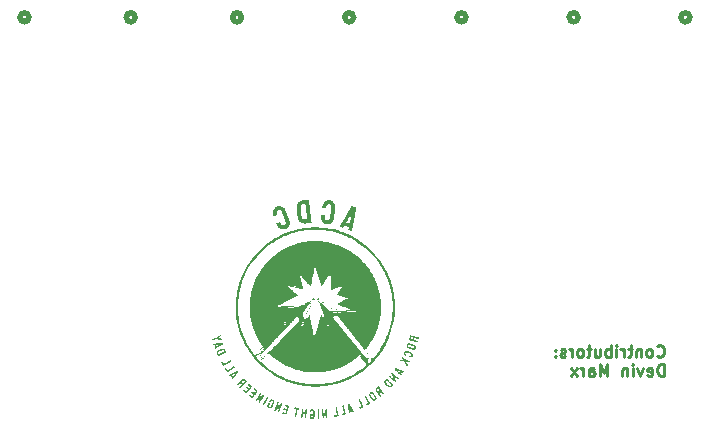
<source format=gbr>
%TF.GenerationSoftware,KiCad,Pcbnew,8.0.1*%
%TF.CreationDate,2024-04-16T20:26:48-05:00*%
%TF.ProjectId,PCB_Test_Jig,5043425f-5465-4737-945f-4a69672e6b69,rev?*%
%TF.SameCoordinates,Original*%
%TF.FileFunction,Legend,Bot*%
%TF.FilePolarity,Positive*%
%FSLAX46Y46*%
G04 Gerber Fmt 4.6, Leading zero omitted, Abs format (unit mm)*
G04 Created by KiCad (PCBNEW 8.0.1) date 2024-04-16 20:26:48*
%MOMM*%
%LPD*%
G01*
G04 APERTURE LIST*
%ADD10C,0.250000*%
%ADD11C,0.508000*%
%ADD12C,0.000000*%
G04 APERTURE END LIST*
D10*
X101026003Y-62159436D02*
X101073622Y-62207056D01*
X101073622Y-62207056D02*
X101216479Y-62254675D01*
X101216479Y-62254675D02*
X101311717Y-62254675D01*
X101311717Y-62254675D02*
X101454574Y-62207056D01*
X101454574Y-62207056D02*
X101549812Y-62111817D01*
X101549812Y-62111817D02*
X101597431Y-62016579D01*
X101597431Y-62016579D02*
X101645050Y-61826103D01*
X101645050Y-61826103D02*
X101645050Y-61683246D01*
X101645050Y-61683246D02*
X101597431Y-61492770D01*
X101597431Y-61492770D02*
X101549812Y-61397532D01*
X101549812Y-61397532D02*
X101454574Y-61302294D01*
X101454574Y-61302294D02*
X101311717Y-61254675D01*
X101311717Y-61254675D02*
X101216479Y-61254675D01*
X101216479Y-61254675D02*
X101073622Y-61302294D01*
X101073622Y-61302294D02*
X101026003Y-61349913D01*
X100454574Y-62254675D02*
X100549812Y-62207056D01*
X100549812Y-62207056D02*
X100597431Y-62159436D01*
X100597431Y-62159436D02*
X100645050Y-62064198D01*
X100645050Y-62064198D02*
X100645050Y-61778484D01*
X100645050Y-61778484D02*
X100597431Y-61683246D01*
X100597431Y-61683246D02*
X100549812Y-61635627D01*
X100549812Y-61635627D02*
X100454574Y-61588008D01*
X100454574Y-61588008D02*
X100311717Y-61588008D01*
X100311717Y-61588008D02*
X100216479Y-61635627D01*
X100216479Y-61635627D02*
X100168860Y-61683246D01*
X100168860Y-61683246D02*
X100121241Y-61778484D01*
X100121241Y-61778484D02*
X100121241Y-62064198D01*
X100121241Y-62064198D02*
X100168860Y-62159436D01*
X100168860Y-62159436D02*
X100216479Y-62207056D01*
X100216479Y-62207056D02*
X100311717Y-62254675D01*
X100311717Y-62254675D02*
X100454574Y-62254675D01*
X99692669Y-61588008D02*
X99692669Y-62254675D01*
X99692669Y-61683246D02*
X99645050Y-61635627D01*
X99645050Y-61635627D02*
X99549812Y-61588008D01*
X99549812Y-61588008D02*
X99406955Y-61588008D01*
X99406955Y-61588008D02*
X99311717Y-61635627D01*
X99311717Y-61635627D02*
X99264098Y-61730865D01*
X99264098Y-61730865D02*
X99264098Y-62254675D01*
X98930764Y-61588008D02*
X98549812Y-61588008D01*
X98787907Y-61254675D02*
X98787907Y-62111817D01*
X98787907Y-62111817D02*
X98740288Y-62207056D01*
X98740288Y-62207056D02*
X98645050Y-62254675D01*
X98645050Y-62254675D02*
X98549812Y-62254675D01*
X98216478Y-62254675D02*
X98216478Y-61588008D01*
X98216478Y-61778484D02*
X98168859Y-61683246D01*
X98168859Y-61683246D02*
X98121240Y-61635627D01*
X98121240Y-61635627D02*
X98026002Y-61588008D01*
X98026002Y-61588008D02*
X97930764Y-61588008D01*
X97597430Y-62254675D02*
X97597430Y-61588008D01*
X97597430Y-61254675D02*
X97645049Y-61302294D01*
X97645049Y-61302294D02*
X97597430Y-61349913D01*
X97597430Y-61349913D02*
X97549811Y-61302294D01*
X97549811Y-61302294D02*
X97597430Y-61254675D01*
X97597430Y-61254675D02*
X97597430Y-61349913D01*
X97121240Y-62254675D02*
X97121240Y-61254675D01*
X97121240Y-61635627D02*
X97026002Y-61588008D01*
X97026002Y-61588008D02*
X96835526Y-61588008D01*
X96835526Y-61588008D02*
X96740288Y-61635627D01*
X96740288Y-61635627D02*
X96692669Y-61683246D01*
X96692669Y-61683246D02*
X96645050Y-61778484D01*
X96645050Y-61778484D02*
X96645050Y-62064198D01*
X96645050Y-62064198D02*
X96692669Y-62159436D01*
X96692669Y-62159436D02*
X96740288Y-62207056D01*
X96740288Y-62207056D02*
X96835526Y-62254675D01*
X96835526Y-62254675D02*
X97026002Y-62254675D01*
X97026002Y-62254675D02*
X97121240Y-62207056D01*
X95787907Y-61588008D02*
X95787907Y-62254675D01*
X96216478Y-61588008D02*
X96216478Y-62111817D01*
X96216478Y-62111817D02*
X96168859Y-62207056D01*
X96168859Y-62207056D02*
X96073621Y-62254675D01*
X96073621Y-62254675D02*
X95930764Y-62254675D01*
X95930764Y-62254675D02*
X95835526Y-62207056D01*
X95835526Y-62207056D02*
X95787907Y-62159436D01*
X95454573Y-61588008D02*
X95073621Y-61588008D01*
X95311716Y-61254675D02*
X95311716Y-62111817D01*
X95311716Y-62111817D02*
X95264097Y-62207056D01*
X95264097Y-62207056D02*
X95168859Y-62254675D01*
X95168859Y-62254675D02*
X95073621Y-62254675D01*
X94597430Y-62254675D02*
X94692668Y-62207056D01*
X94692668Y-62207056D02*
X94740287Y-62159436D01*
X94740287Y-62159436D02*
X94787906Y-62064198D01*
X94787906Y-62064198D02*
X94787906Y-61778484D01*
X94787906Y-61778484D02*
X94740287Y-61683246D01*
X94740287Y-61683246D02*
X94692668Y-61635627D01*
X94692668Y-61635627D02*
X94597430Y-61588008D01*
X94597430Y-61588008D02*
X94454573Y-61588008D01*
X94454573Y-61588008D02*
X94359335Y-61635627D01*
X94359335Y-61635627D02*
X94311716Y-61683246D01*
X94311716Y-61683246D02*
X94264097Y-61778484D01*
X94264097Y-61778484D02*
X94264097Y-62064198D01*
X94264097Y-62064198D02*
X94311716Y-62159436D01*
X94311716Y-62159436D02*
X94359335Y-62207056D01*
X94359335Y-62207056D02*
X94454573Y-62254675D01*
X94454573Y-62254675D02*
X94597430Y-62254675D01*
X93835525Y-62254675D02*
X93835525Y-61588008D01*
X93835525Y-61778484D02*
X93787906Y-61683246D01*
X93787906Y-61683246D02*
X93740287Y-61635627D01*
X93740287Y-61635627D02*
X93645049Y-61588008D01*
X93645049Y-61588008D02*
X93549811Y-61588008D01*
X93264096Y-62207056D02*
X93168858Y-62254675D01*
X93168858Y-62254675D02*
X92978382Y-62254675D01*
X92978382Y-62254675D02*
X92883144Y-62207056D01*
X92883144Y-62207056D02*
X92835525Y-62111817D01*
X92835525Y-62111817D02*
X92835525Y-62064198D01*
X92835525Y-62064198D02*
X92883144Y-61968960D01*
X92883144Y-61968960D02*
X92978382Y-61921341D01*
X92978382Y-61921341D02*
X93121239Y-61921341D01*
X93121239Y-61921341D02*
X93216477Y-61873722D01*
X93216477Y-61873722D02*
X93264096Y-61778484D01*
X93264096Y-61778484D02*
X93264096Y-61730865D01*
X93264096Y-61730865D02*
X93216477Y-61635627D01*
X93216477Y-61635627D02*
X93121239Y-61588008D01*
X93121239Y-61588008D02*
X92978382Y-61588008D01*
X92978382Y-61588008D02*
X92883144Y-61635627D01*
X92406953Y-62159436D02*
X92359334Y-62207056D01*
X92359334Y-62207056D02*
X92406953Y-62254675D01*
X92406953Y-62254675D02*
X92454572Y-62207056D01*
X92454572Y-62207056D02*
X92406953Y-62159436D01*
X92406953Y-62159436D02*
X92406953Y-62254675D01*
X92406953Y-61635627D02*
X92359334Y-61683246D01*
X92359334Y-61683246D02*
X92406953Y-61730865D01*
X92406953Y-61730865D02*
X92454572Y-61683246D01*
X92454572Y-61683246D02*
X92406953Y-61635627D01*
X92406953Y-61635627D02*
X92406953Y-61730865D01*
X101597431Y-63864619D02*
X101597431Y-62864619D01*
X101597431Y-62864619D02*
X101359336Y-62864619D01*
X101359336Y-62864619D02*
X101216479Y-62912238D01*
X101216479Y-62912238D02*
X101121241Y-63007476D01*
X101121241Y-63007476D02*
X101073622Y-63102714D01*
X101073622Y-63102714D02*
X101026003Y-63293190D01*
X101026003Y-63293190D02*
X101026003Y-63436047D01*
X101026003Y-63436047D02*
X101073622Y-63626523D01*
X101073622Y-63626523D02*
X101121241Y-63721761D01*
X101121241Y-63721761D02*
X101216479Y-63817000D01*
X101216479Y-63817000D02*
X101359336Y-63864619D01*
X101359336Y-63864619D02*
X101597431Y-63864619D01*
X100216479Y-63817000D02*
X100311717Y-63864619D01*
X100311717Y-63864619D02*
X100502193Y-63864619D01*
X100502193Y-63864619D02*
X100597431Y-63817000D01*
X100597431Y-63817000D02*
X100645050Y-63721761D01*
X100645050Y-63721761D02*
X100645050Y-63340809D01*
X100645050Y-63340809D02*
X100597431Y-63245571D01*
X100597431Y-63245571D02*
X100502193Y-63197952D01*
X100502193Y-63197952D02*
X100311717Y-63197952D01*
X100311717Y-63197952D02*
X100216479Y-63245571D01*
X100216479Y-63245571D02*
X100168860Y-63340809D01*
X100168860Y-63340809D02*
X100168860Y-63436047D01*
X100168860Y-63436047D02*
X100645050Y-63531285D01*
X99835526Y-63197952D02*
X99597431Y-63864619D01*
X99597431Y-63864619D02*
X99359336Y-63197952D01*
X98978383Y-63864619D02*
X98978383Y-63197952D01*
X98978383Y-62864619D02*
X99026002Y-62912238D01*
X99026002Y-62912238D02*
X98978383Y-62959857D01*
X98978383Y-62959857D02*
X98930764Y-62912238D01*
X98930764Y-62912238D02*
X98978383Y-62864619D01*
X98978383Y-62864619D02*
X98978383Y-62959857D01*
X98502193Y-63197952D02*
X98502193Y-63864619D01*
X98502193Y-63293190D02*
X98454574Y-63245571D01*
X98454574Y-63245571D02*
X98359336Y-63197952D01*
X98359336Y-63197952D02*
X98216479Y-63197952D01*
X98216479Y-63197952D02*
X98121241Y-63245571D01*
X98121241Y-63245571D02*
X98073622Y-63340809D01*
X98073622Y-63340809D02*
X98073622Y-63864619D01*
X96835526Y-63864619D02*
X96835526Y-62864619D01*
X96835526Y-62864619D02*
X96502193Y-63578904D01*
X96502193Y-63578904D02*
X96168860Y-62864619D01*
X96168860Y-62864619D02*
X96168860Y-63864619D01*
X95264098Y-63864619D02*
X95264098Y-63340809D01*
X95264098Y-63340809D02*
X95311717Y-63245571D01*
X95311717Y-63245571D02*
X95406955Y-63197952D01*
X95406955Y-63197952D02*
X95597431Y-63197952D01*
X95597431Y-63197952D02*
X95692669Y-63245571D01*
X95264098Y-63817000D02*
X95359336Y-63864619D01*
X95359336Y-63864619D02*
X95597431Y-63864619D01*
X95597431Y-63864619D02*
X95692669Y-63817000D01*
X95692669Y-63817000D02*
X95740288Y-63721761D01*
X95740288Y-63721761D02*
X95740288Y-63626523D01*
X95740288Y-63626523D02*
X95692669Y-63531285D01*
X95692669Y-63531285D02*
X95597431Y-63483666D01*
X95597431Y-63483666D02*
X95359336Y-63483666D01*
X95359336Y-63483666D02*
X95264098Y-63436047D01*
X94787907Y-63864619D02*
X94787907Y-63197952D01*
X94787907Y-63388428D02*
X94740288Y-63293190D01*
X94740288Y-63293190D02*
X94692669Y-63245571D01*
X94692669Y-63245571D02*
X94597431Y-63197952D01*
X94597431Y-63197952D02*
X94502193Y-63197952D01*
X94264097Y-63864619D02*
X93740288Y-63197952D01*
X94264097Y-63197952D02*
X93740288Y-63864619D01*
D11*
X103810000Y-33500000D02*
G75*
G02*
X103048000Y-33500000I-381000J0D01*
G01*
X103048000Y-33500000D02*
G75*
G02*
X103810000Y-33500000I381000J0D01*
G01*
X84850000Y-33500000D02*
G75*
G02*
X84088000Y-33500000I-381000J0D01*
G01*
X84088000Y-33500000D02*
G75*
G02*
X84850000Y-33500000I381000J0D01*
G01*
X47850000Y-33500000D02*
G75*
G02*
X47088000Y-33500000I-381000J0D01*
G01*
X47088000Y-33500000D02*
G75*
G02*
X47850000Y-33500000I381000J0D01*
G01*
X75350000Y-33500000D02*
G75*
G02*
X74588000Y-33500000I-381000J0D01*
G01*
X74588000Y-33500000D02*
G75*
G02*
X75350000Y-33500000I381000J0D01*
G01*
X65850000Y-33500000D02*
G75*
G02*
X65088000Y-33500000I-381000J0D01*
G01*
X65088000Y-33500000D02*
G75*
G02*
X65850000Y-33500000I381000J0D01*
G01*
X94350000Y-33500000D02*
G75*
G02*
X93588000Y-33500000I-381000J0D01*
G01*
X93588000Y-33500000D02*
G75*
G02*
X94350000Y-33500000I381000J0D01*
G01*
X56850000Y-33500000D02*
G75*
G02*
X56088000Y-33500000I-381000J0D01*
G01*
X56088000Y-33500000D02*
G75*
G02*
X56850000Y-33500000I381000J0D01*
G01*
D12*
G36*
X67734596Y-61723106D02*
G01*
X67729251Y-61728451D01*
X67723906Y-61723106D01*
X67729251Y-61717761D01*
X67734596Y-61723106D01*
G37*
G36*
X69252609Y-57660817D02*
G01*
X69247264Y-57666162D01*
X69241919Y-57660817D01*
X69247264Y-57655471D01*
X69252609Y-57660817D01*
G37*
G36*
X69637458Y-57447012D02*
G01*
X69632113Y-57452357D01*
X69626768Y-57447012D01*
X69632113Y-57441667D01*
X69637458Y-57447012D01*
G37*
G36*
X69797811Y-57372180D02*
G01*
X69792466Y-57377525D01*
X69787121Y-57372180D01*
X69792466Y-57366835D01*
X69797811Y-57372180D01*
G37*
G36*
X69958165Y-57286658D02*
G01*
X69952820Y-57292003D01*
X69947475Y-57286658D01*
X69952820Y-57281313D01*
X69958165Y-57286658D01*
G37*
G36*
X70193350Y-58387753D02*
G01*
X70188005Y-58393098D01*
X70182660Y-58387753D01*
X70188005Y-58382408D01*
X70193350Y-58387753D01*
G37*
G36*
X71764815Y-55725884D02*
G01*
X71759470Y-55731229D01*
X71754124Y-55725884D01*
X71759470Y-55720539D01*
X71764815Y-55725884D01*
G37*
G36*
X71871717Y-55234133D02*
G01*
X71866372Y-55239478D01*
X71861027Y-55234133D01*
X71866372Y-55228788D01*
X71871717Y-55234133D01*
G37*
G36*
X71893098Y-55020328D02*
G01*
X71887752Y-55025674D01*
X71882407Y-55020328D01*
X71887752Y-55014983D01*
X71893098Y-55020328D01*
G37*
G36*
X71914478Y-54913426D02*
G01*
X71909133Y-54918771D01*
X71903788Y-54913426D01*
X71909133Y-54908081D01*
X71914478Y-54913426D01*
G37*
G36*
X71914478Y-54934807D02*
G01*
X71909133Y-54940152D01*
X71903788Y-54934807D01*
X71909133Y-54929461D01*
X71914478Y-54934807D01*
G37*
G36*
X71925168Y-54838594D02*
G01*
X71919823Y-54843940D01*
X71914478Y-54838594D01*
X71919823Y-54833249D01*
X71925168Y-54838594D01*
G37*
G36*
X72267256Y-54870665D02*
G01*
X72261911Y-54876010D01*
X72256566Y-54870665D01*
X72261911Y-54865320D01*
X72267256Y-54870665D01*
G37*
G36*
X72320707Y-55020328D02*
G01*
X72315362Y-55025674D01*
X72310017Y-55020328D01*
X72315362Y-55014983D01*
X72320707Y-55020328D01*
G37*
G36*
X72342087Y-55105850D02*
G01*
X72336742Y-55111195D01*
X72331397Y-55105850D01*
X72336742Y-55100505D01*
X72342087Y-55105850D01*
G37*
G36*
X72448990Y-55383796D02*
G01*
X72443645Y-55389142D01*
X72438300Y-55383796D01*
X72443645Y-55378451D01*
X72448990Y-55383796D01*
G37*
G36*
X72491751Y-55576221D02*
G01*
X72486406Y-55581566D01*
X72481061Y-55576221D01*
X72486406Y-55570876D01*
X72491751Y-55576221D01*
G37*
G36*
X72833838Y-55811406D02*
G01*
X72828493Y-55816751D01*
X72823148Y-55811406D01*
X72828493Y-55806061D01*
X72833838Y-55811406D01*
G37*
G36*
X73218687Y-59061237D02*
G01*
X73213342Y-59066583D01*
X73207997Y-59061237D01*
X73213342Y-59055892D01*
X73218687Y-59061237D01*
G37*
G36*
X73635606Y-58526726D02*
G01*
X73630261Y-58532071D01*
X73624916Y-58526726D01*
X73630261Y-58521381D01*
X73635606Y-58526726D01*
G37*
G36*
X74020454Y-56260396D02*
G01*
X74015109Y-56265741D01*
X74009764Y-56260396D01*
X74015109Y-56255051D01*
X74020454Y-56260396D01*
G37*
G36*
X74052525Y-58483965D02*
G01*
X74047180Y-58489310D01*
X74041835Y-58483965D01*
X74047180Y-58478620D01*
X74052525Y-58483965D01*
G37*
G36*
X74127357Y-58505345D02*
G01*
X74122012Y-58510690D01*
X74116667Y-58505345D01*
X74122012Y-58500000D01*
X74127357Y-58505345D01*
G37*
G36*
X75271212Y-58206019D02*
G01*
X75265867Y-58211364D01*
X75260522Y-58206019D01*
X75265867Y-58200674D01*
X75271212Y-58206019D01*
G37*
G36*
X67378255Y-62287907D02*
G01*
X67379927Y-62291122D01*
X67371128Y-62295034D01*
X67365468Y-62294262D01*
X67364001Y-62287907D01*
X67365568Y-62286628D01*
X67378255Y-62287907D01*
G37*
G36*
X67378255Y-62405500D02*
G01*
X67379927Y-62408715D01*
X67371128Y-62412626D01*
X67365468Y-62411855D01*
X67364001Y-62405500D01*
X67365568Y-62404220D01*
X67378255Y-62405500D01*
G37*
G36*
X67405203Y-62191519D02*
G01*
X67410151Y-62195367D01*
X67398744Y-62197978D01*
X67387902Y-62197222D01*
X67384713Y-62192363D01*
X67388495Y-62190245D01*
X67405203Y-62191519D01*
G37*
G36*
X68746605Y-57979742D02*
G01*
X68748277Y-57982957D01*
X68739478Y-57986869D01*
X68733819Y-57986097D01*
X68732351Y-57979742D01*
X68733918Y-57978463D01*
X68746605Y-57979742D01*
G37*
G36*
X69979545Y-57281313D02*
G01*
X69978774Y-57286973D01*
X69972419Y-57288440D01*
X69971139Y-57286873D01*
X69972419Y-57274186D01*
X69975634Y-57272514D01*
X69979545Y-57281313D01*
G37*
G36*
X71036191Y-59323148D02*
G01*
X71034701Y-59337854D01*
X71030799Y-59336511D01*
X71029387Y-59331672D01*
X71030799Y-59309785D01*
X71034511Y-59307972D01*
X71036191Y-59323148D01*
G37*
G36*
X71048569Y-59280387D02*
G01*
X71047797Y-59286047D01*
X71041442Y-59287514D01*
X71040163Y-59285947D01*
X71041442Y-59273260D01*
X71044658Y-59271588D01*
X71048569Y-59280387D01*
G37*
G36*
X71956395Y-54762872D02*
G01*
X71955639Y-54773715D01*
X71950780Y-54776903D01*
X71948662Y-54773121D01*
X71949936Y-54756413D01*
X71953784Y-54751465D01*
X71956395Y-54762872D01*
G37*
G36*
X71955551Y-54715657D02*
G01*
X71954061Y-54730362D01*
X71950159Y-54729019D01*
X71948747Y-54724180D01*
X71950159Y-54702294D01*
X71953871Y-54700480D01*
X71955551Y-54715657D01*
G37*
G36*
X72277946Y-54897391D02*
G01*
X72277175Y-54903050D01*
X72270819Y-54904518D01*
X72269540Y-54902951D01*
X72270819Y-54890264D01*
X72274035Y-54888591D01*
X72277946Y-54897391D01*
G37*
G36*
X73475252Y-55528115D02*
G01*
X73474481Y-55533774D01*
X73468126Y-55535241D01*
X73466846Y-55533675D01*
X73468126Y-55520988D01*
X73471341Y-55519315D01*
X73475252Y-55528115D01*
G37*
G36*
X73475252Y-55667088D02*
G01*
X73474481Y-55672747D01*
X73468126Y-55674214D01*
X73466846Y-55672648D01*
X73468126Y-55659961D01*
X73471341Y-55658288D01*
X73475252Y-55667088D01*
G37*
G36*
X73610662Y-58535634D02*
G01*
X73612335Y-58538850D01*
X73603535Y-58542761D01*
X73597876Y-58541990D01*
X73596408Y-58535634D01*
X73597975Y-58534355D01*
X73610662Y-58535634D01*
G37*
G36*
X73909989Y-58482183D02*
G01*
X73911661Y-58485398D01*
X73902862Y-58489310D01*
X73897202Y-58488538D01*
X73895735Y-58482183D01*
X73897302Y-58480904D01*
X73909989Y-58482183D01*
G37*
G36*
X73958986Y-58471540D02*
G01*
X73960799Y-58475252D01*
X73945623Y-58476932D01*
X73930917Y-58475442D01*
X73932260Y-58471540D01*
X73937099Y-58470128D01*
X73958986Y-58471540D01*
G37*
G36*
X73974130Y-56269304D02*
G01*
X73975803Y-56272520D01*
X73967003Y-56276431D01*
X73961344Y-56275660D01*
X73959876Y-56269304D01*
X73961443Y-56268025D01*
X73974130Y-56269304D01*
G37*
G36*
X74091723Y-58492873D02*
G01*
X74093395Y-58496089D01*
X74084596Y-58500000D01*
X74078936Y-58499229D01*
X74077469Y-58492873D01*
X74079036Y-58491594D01*
X74091723Y-58492873D01*
G37*
G36*
X75107295Y-58140096D02*
G01*
X75108968Y-58143311D01*
X75100168Y-58147222D01*
X75094509Y-58146451D01*
X75093041Y-58140096D01*
X75094608Y-58138816D01*
X75107295Y-58140096D01*
G37*
G36*
X76692169Y-62395700D02*
G01*
X76691414Y-62406543D01*
X76686555Y-62409731D01*
X76684436Y-62405949D01*
X76685711Y-62389241D01*
X76689559Y-62384293D01*
X76692169Y-62395700D01*
G37*
G36*
X72316432Y-54975075D02*
G01*
X72318398Y-54979300D01*
X72314475Y-54995038D01*
X72307489Y-55003128D01*
X72301601Y-54995081D01*
X72300291Y-54985139D01*
X72305864Y-54973319D01*
X72316432Y-54975075D01*
G37*
G36*
X72419792Y-55345524D02*
G01*
X72420085Y-55346654D01*
X72422123Y-55362320D01*
X72415118Y-55359546D01*
X72410858Y-55353593D01*
X72408498Y-55334229D01*
X72413453Y-55331194D01*
X72419792Y-55345524D01*
G37*
G36*
X72505483Y-55593443D02*
G01*
X72509468Y-55611082D01*
X72509970Y-55623842D01*
X72507882Y-55631160D01*
X72500342Y-55620197D01*
X72495764Y-55607302D01*
X72498661Y-55591771D01*
X72505483Y-55593443D01*
G37*
G36*
X67496535Y-61774494D02*
G01*
X67498373Y-61775023D01*
X67499955Y-61778277D01*
X67483375Y-61779818D01*
X67480844Y-61779833D01*
X67464109Y-61778400D01*
X67464464Y-61774890D01*
X67473248Y-61772929D01*
X67496535Y-61774494D01*
G37*
G36*
X67699649Y-61710353D02*
G01*
X67701487Y-61710882D01*
X67703070Y-61714136D01*
X67686490Y-61715677D01*
X67683958Y-61715692D01*
X67667223Y-61714258D01*
X67667578Y-61710749D01*
X67676362Y-61708788D01*
X67699649Y-61710353D01*
G37*
G36*
X69457087Y-60533817D02*
G01*
X69447303Y-60545220D01*
X69438379Y-60552525D01*
X69436504Y-60552350D01*
X69436431Y-60545385D01*
X69453051Y-60529781D01*
X69460797Y-60523809D01*
X69466333Y-60521155D01*
X69457087Y-60533817D01*
G37*
G36*
X70429899Y-59507555D02*
G01*
X70420114Y-59518957D01*
X70411191Y-59526263D01*
X70409315Y-59526087D01*
X70409243Y-59519122D01*
X70425863Y-59503519D01*
X70433608Y-59497547D01*
X70439144Y-59494892D01*
X70429899Y-59507555D01*
G37*
G36*
X70472660Y-59464794D02*
G01*
X70462875Y-59476196D01*
X70453952Y-59483502D01*
X70452076Y-59483326D01*
X70452004Y-59476361D01*
X70468624Y-59460758D01*
X70476369Y-59454786D01*
X70481905Y-59452131D01*
X70472660Y-59464794D01*
G37*
G36*
X72275659Y-54824331D02*
G01*
X72277946Y-54838594D01*
X72276780Y-54845966D01*
X72267591Y-54854630D01*
X72263168Y-54852360D01*
X72263390Y-54838594D01*
X72266852Y-54830918D01*
X72273745Y-54822559D01*
X72275659Y-54824331D01*
G37*
G36*
X72295376Y-54904327D02*
G01*
X72295167Y-54926208D01*
X72295050Y-54928915D01*
X72291368Y-54948934D01*
X72284174Y-54950610D01*
X72280103Y-54940302D01*
X72285361Y-54916447D01*
X72292561Y-54901998D01*
X72295376Y-54904327D01*
G37*
G36*
X72328287Y-55044340D02*
G01*
X72331397Y-55062458D01*
X72331397Y-55062504D01*
X72329529Y-55085117D01*
X72324602Y-55087241D01*
X72317612Y-55068445D01*
X72316180Y-55054915D01*
X72321711Y-55041089D01*
X72328287Y-55044340D01*
G37*
G36*
X72406229Y-55246249D02*
G01*
X72406150Y-55247965D01*
X72399102Y-55264422D01*
X72397621Y-55265695D01*
X72386452Y-55266026D01*
X72385411Y-55261460D01*
X72393579Y-55247852D01*
X72400805Y-55242274D01*
X72406229Y-55246249D01*
G37*
G36*
X73475252Y-58980430D02*
G01*
X73474842Y-58983533D01*
X73464562Y-58991751D01*
X73462143Y-58991628D01*
X73453872Y-58987037D01*
X73454364Y-58985322D01*
X73464562Y-58975716D01*
X73468703Y-58974045D01*
X73475252Y-58980430D01*
G37*
G36*
X73471395Y-55412992D02*
G01*
X73472195Y-55437248D01*
X73471845Y-55457088D01*
X73470231Y-55471094D01*
X73467727Y-55466793D01*
X73465823Y-55444957D01*
X73467581Y-55413342D01*
X73469479Y-55405898D01*
X73471395Y-55412992D01*
G37*
G36*
X73471507Y-55579825D02*
G01*
X73472341Y-55602946D01*
X73472029Y-55618634D01*
X73470352Y-55632065D01*
X73467708Y-55626999D01*
X73465939Y-55610044D01*
X73467708Y-55578893D01*
X73469375Y-55573478D01*
X73471507Y-55579825D01*
G37*
G36*
X74058488Y-56223461D02*
G01*
X74068561Y-56233670D01*
X74070552Y-56237455D01*
X74069822Y-56244360D01*
X74067943Y-56243879D01*
X74057870Y-56233670D01*
X74055879Y-56229885D01*
X74056608Y-56222980D01*
X74058488Y-56223461D01*
G37*
G36*
X76723000Y-62439352D02*
G01*
X76723015Y-62441884D01*
X76721581Y-62458619D01*
X76718072Y-62458263D01*
X76716111Y-62449479D01*
X76717676Y-62426193D01*
X76718205Y-62424355D01*
X76721459Y-62422772D01*
X76723000Y-62439352D01*
G37*
G36*
X67404239Y-61849480D02*
G01*
X67408544Y-61856734D01*
X67402408Y-61863948D01*
X67389770Y-61865443D01*
X67365783Y-61856734D01*
X67355791Y-61851668D01*
X67358098Y-61848117D01*
X67379776Y-61846795D01*
X67382819Y-61846762D01*
X67404239Y-61849480D01*
G37*
G36*
X72489183Y-55515104D02*
G01*
X72490517Y-55521962D01*
X72487750Y-55544503D01*
X72486999Y-55546417D01*
X72479456Y-55559562D01*
X72476355Y-55553691D01*
X72478967Y-55530787D01*
X72479125Y-55529976D01*
X72484385Y-55513912D01*
X72489183Y-55515104D01*
G37*
G36*
X72552269Y-55718187D02*
G01*
X72553523Y-55740947D01*
X72553596Y-55751864D01*
X72550748Y-55767590D01*
X72542739Y-55765113D01*
X72536715Y-55753930D01*
X72541717Y-55729141D01*
X72541874Y-55728787D01*
X72549055Y-55714802D01*
X72552269Y-55718187D01*
G37*
G36*
X71079912Y-59066583D02*
G01*
X71083828Y-59086784D01*
X71083048Y-59106671D01*
X71082092Y-59109290D01*
X71075480Y-59119612D01*
X71071670Y-59109569D01*
X71071015Y-59079945D01*
X71071061Y-59078265D01*
X71072275Y-59055376D01*
X71074843Y-59052057D01*
X71079912Y-59066583D01*
G37*
G36*
X67707476Y-61515169D02*
G01*
X67726218Y-61518173D01*
X67726330Y-61523613D01*
X67723448Y-61524962D01*
X67704434Y-61527822D01*
X67679690Y-61527368D01*
X67658231Y-61524166D01*
X67649074Y-61518778D01*
X67650675Y-61517699D01*
X67666747Y-61515577D01*
X67694507Y-61514810D01*
X67707476Y-61515169D01*
G37*
G36*
X67264225Y-62161751D02*
G01*
X67264622Y-62161853D01*
X67294402Y-62169179D01*
X67328367Y-62177144D01*
X67350217Y-62182623D01*
X67353200Y-62185514D01*
X67337612Y-62186902D01*
X67335823Y-62186946D01*
X67305846Y-62182570D01*
X67273471Y-62171510D01*
X67262124Y-62166047D01*
X67253300Y-62160183D01*
X67264225Y-62161751D01*
G37*
G36*
X76728653Y-62527824D02*
G01*
X76730665Y-62540528D01*
X76730405Y-62546227D01*
X76742385Y-62555951D01*
X76743661Y-62556452D01*
X76753721Y-62564735D01*
X76745940Y-62578958D01*
X76733321Y-62589306D01*
X76723519Y-62581504D01*
X76717008Y-62564857D01*
X76714740Y-62543823D01*
X76717571Y-62527905D01*
X76725258Y-62524982D01*
X76728653Y-62527824D01*
G37*
G36*
X67522062Y-61682566D02*
G01*
X67553924Y-61686182D01*
X67587165Y-61691253D01*
X67617003Y-61697350D01*
X67624752Y-61699390D01*
X67630205Y-61702476D01*
X67615589Y-61702785D01*
X67580333Y-61700366D01*
X67541082Y-61696222D01*
X67505833Y-61690787D01*
X67484121Y-61685415D01*
X67482571Y-61684750D01*
X67481604Y-61681421D01*
X67496362Y-61680836D01*
X67522062Y-61682566D01*
G37*
G36*
X73491655Y-55769360D02*
G01*
X73494982Y-55791443D01*
X73497582Y-55821526D01*
X73499055Y-55854392D01*
X73499001Y-55884828D01*
X73497019Y-55907618D01*
X73496169Y-55911762D01*
X73492687Y-55915653D01*
X73489275Y-55898221D01*
X73485943Y-55859512D01*
X73485626Y-55854588D01*
X73483915Y-55813984D01*
X73484021Y-55781329D01*
X73485943Y-55763300D01*
X73488002Y-55760491D01*
X73491655Y-55769360D01*
G37*
G36*
X67367177Y-62330280D02*
G01*
X67369627Y-62340065D01*
X67362705Y-62359516D01*
X67355183Y-62374615D01*
X67349747Y-62396591D01*
X67347256Y-62410132D01*
X67336652Y-62433885D01*
X67326256Y-62445409D01*
X67313821Y-62445117D01*
X67311118Y-62435534D01*
X67321934Y-62417532D01*
X67331685Y-62402693D01*
X67334025Y-62381541D01*
X67334596Y-62362876D01*
X67343387Y-62343312D01*
X67355790Y-62330062D01*
X67367177Y-62330280D01*
G37*
G36*
X76677672Y-62466651D02*
G01*
X76681393Y-62498148D01*
X76682104Y-62505240D01*
X76684384Y-62563806D01*
X76680238Y-62614758D01*
X76670316Y-62653666D01*
X76655271Y-62676098D01*
X76642445Y-62685109D01*
X76633175Y-62690572D01*
X76632372Y-62683553D01*
X76637309Y-62665031D01*
X76645519Y-62643592D01*
X76654109Y-62627895D01*
X76654342Y-62627584D01*
X76660399Y-62609445D01*
X76665411Y-62576990D01*
X76668311Y-62537028D01*
X76668725Y-62525757D01*
X76670674Y-62481422D01*
X76672614Y-62457391D01*
X76674846Y-62452766D01*
X76677672Y-62466651D01*
G37*
G36*
X67253405Y-62231658D02*
G01*
X67262734Y-62247924D01*
X67274872Y-62264368D01*
X67296067Y-62273653D01*
X67308713Y-62275689D01*
X67317677Y-62284344D01*
X67315667Y-62290939D01*
X67300774Y-62294097D01*
X67274060Y-62283886D01*
X67261056Y-62278727D01*
X67256055Y-62283131D01*
X67252732Y-62293852D01*
X67237500Y-62309975D01*
X67223065Y-62320838D01*
X67214393Y-62326764D01*
X67212878Y-62326101D01*
X67214049Y-62314878D01*
X67220966Y-62296860D01*
X67230470Y-62281029D01*
X67234699Y-62275106D01*
X67236103Y-62261355D01*
X67221663Y-62256748D01*
X67194717Y-62262971D01*
X67189561Y-62264866D01*
X67172524Y-62268496D01*
X67170368Y-62261243D01*
X67171477Y-62259137D01*
X67186826Y-62247128D01*
X67212787Y-62235429D01*
X67218139Y-62233593D01*
X67241149Y-62227534D01*
X67253405Y-62231658D01*
G37*
G36*
X72407255Y-66691393D02*
G01*
X72407896Y-66697668D01*
X72409214Y-66722792D01*
X72410914Y-66764287D01*
X72412914Y-66819250D01*
X72415127Y-66884778D01*
X72417470Y-66957969D01*
X72419857Y-67035918D01*
X72422203Y-67115723D01*
X72424424Y-67194481D01*
X72426435Y-67269289D01*
X72428151Y-67337244D01*
X72429487Y-67395443D01*
X72430358Y-67440982D01*
X72430680Y-67470959D01*
X72430368Y-67482471D01*
X72424370Y-67485567D01*
X72401919Y-67489109D01*
X72369384Y-67490488D01*
X72312420Y-67490488D01*
X72305903Y-67225905D01*
X72304945Y-67188020D01*
X72302688Y-67104875D01*
X72300279Y-67023040D01*
X72297873Y-66947533D01*
X72295629Y-66883369D01*
X72293702Y-66835564D01*
X72288018Y-66709807D01*
X72315749Y-66699264D01*
X72319474Y-66697970D01*
X72344129Y-66692395D01*
X72372448Y-66688970D01*
X72396224Y-66688401D01*
X72407255Y-66691393D01*
G37*
G36*
X68006417Y-65619817D02*
G01*
X68024854Y-65625747D01*
X68051207Y-65637715D01*
X68078577Y-65652129D01*
X68100059Y-65665396D01*
X68108754Y-65673922D01*
X68108584Y-65674578D01*
X68101841Y-65688407D01*
X68086428Y-65717406D01*
X68063925Y-65758670D01*
X68035915Y-65809292D01*
X68003981Y-65866365D01*
X67976569Y-65915177D01*
X67933769Y-65991610D01*
X67890021Y-66069951D01*
X67849145Y-66143358D01*
X67814961Y-66204987D01*
X67795211Y-66240483D01*
X67768961Y-66286927D01*
X67747532Y-66323959D01*
X67732736Y-66348463D01*
X67726385Y-66357323D01*
X67721669Y-66355191D01*
X67704149Y-66343960D01*
X67679875Y-66326975D01*
X67654963Y-66308667D01*
X67635530Y-66293468D01*
X67627693Y-66285812D01*
X67628653Y-66283247D01*
X67637493Y-66267139D01*
X67652584Y-66242191D01*
X67664326Y-66222795D01*
X67686327Y-66185123D01*
X67714272Y-66136325D01*
X67746663Y-66079104D01*
X67782003Y-66016163D01*
X67818794Y-65950206D01*
X67855538Y-65883935D01*
X67890739Y-65820053D01*
X67922897Y-65761264D01*
X67950516Y-65710270D01*
X67972099Y-65669775D01*
X67986146Y-65642482D01*
X67991162Y-65631093D01*
X67992111Y-65626883D01*
X68004524Y-65619667D01*
X68006417Y-65619817D01*
G37*
G36*
X76510807Y-65740444D02*
G01*
X76517109Y-65751395D01*
X76582372Y-65864546D01*
X76639703Y-65963437D01*
X76688464Y-66046976D01*
X76728015Y-66114070D01*
X76757720Y-66163623D01*
X76765831Y-66182122D01*
X76762500Y-66193175D01*
X76757514Y-66195670D01*
X76736164Y-66207513D01*
X76701759Y-66227158D01*
X76657726Y-66252640D01*
X76607491Y-66281996D01*
X76578042Y-66299218D01*
X76531648Y-66326056D01*
X76493756Y-66347605D01*
X76467665Y-66361997D01*
X76456673Y-66367365D01*
X76450394Y-66362149D01*
X76437830Y-66342924D01*
X76423157Y-66315716D01*
X76409651Y-66287105D01*
X76400588Y-66263670D01*
X76399242Y-66251992D01*
X76403224Y-66249132D01*
X76422747Y-66237205D01*
X76454155Y-66218990D01*
X76492958Y-66197116D01*
X76513670Y-66185187D01*
X76548664Y-66162953D01*
X76573437Y-66144365D01*
X76583618Y-66132535D01*
X76583547Y-66131244D01*
X76576988Y-66114703D01*
X76561128Y-66082771D01*
X76537303Y-66037919D01*
X76506847Y-65982619D01*
X76471094Y-65919342D01*
X76431378Y-65850560D01*
X76422340Y-65835053D01*
X76383298Y-65767706D01*
X76348316Y-65706796D01*
X76318751Y-65654720D01*
X76295956Y-65613879D01*
X76281285Y-65586671D01*
X76276094Y-65575497D01*
X76280480Y-65569716D01*
X76299417Y-65556279D01*
X76328240Y-65540182D01*
X76380386Y-65513757D01*
X76510807Y-65740444D01*
G37*
G36*
X65251158Y-63071405D02*
G01*
X65263305Y-63086512D01*
X65279827Y-63110406D01*
X65286373Y-63125110D01*
X65284087Y-63128880D01*
X65267570Y-63143709D01*
X65237709Y-63166495D01*
X65197610Y-63194920D01*
X65150376Y-63226667D01*
X65108178Y-63254369D01*
X65043579Y-63296851D01*
X64972026Y-63343968D01*
X64899590Y-63391721D01*
X64832341Y-63436113D01*
X64819804Y-63444377D01*
X64765177Y-63479934D01*
X64716841Y-63510690D01*
X64677662Y-63534866D01*
X64650508Y-63550688D01*
X64638244Y-63556378D01*
X64632644Y-63555091D01*
X64620442Y-63541932D01*
X64618642Y-63538293D01*
X64606838Y-63518338D01*
X64586362Y-63485617D01*
X64559473Y-63443708D01*
X64528431Y-63396190D01*
X64514793Y-63375385D01*
X64486074Y-63330828D01*
X64462980Y-63293961D01*
X64447595Y-63268146D01*
X64442003Y-63256747D01*
X64442863Y-63254906D01*
X64455622Y-63243724D01*
X64478566Y-63227781D01*
X64505117Y-63211241D01*
X64528696Y-63198264D01*
X64542726Y-63193014D01*
X64547230Y-63197125D01*
X64561675Y-63215726D01*
X64583044Y-63245893D01*
X64608593Y-63283841D01*
X64626321Y-63310464D01*
X64649742Y-63344637D01*
X64667242Y-63368942D01*
X64675971Y-63379341D01*
X64677701Y-63379055D01*
X64693780Y-63370734D01*
X64724569Y-63352382D01*
X64767817Y-63325416D01*
X64821274Y-63291252D01*
X64882691Y-63251306D01*
X64949818Y-63206993D01*
X65216103Y-63029973D01*
X65251158Y-63071405D01*
G37*
G36*
X73925405Y-66516038D02*
G01*
X73928346Y-66525238D01*
X73935262Y-66553309D01*
X73945454Y-66597783D01*
X73958387Y-66656234D01*
X73973524Y-66726236D01*
X73990331Y-66805364D01*
X74008271Y-66891194D01*
X74016014Y-66928681D01*
X74037071Y-67032681D01*
X74053345Y-67116740D01*
X74064950Y-67181510D01*
X74071998Y-67227646D01*
X74074602Y-67255802D01*
X74072874Y-67266631D01*
X74057869Y-67271783D01*
X74027922Y-67278852D01*
X73990007Y-67286095D01*
X73947660Y-67293511D01*
X73891169Y-67303679D01*
X73838720Y-67313365D01*
X73832742Y-67314475D01*
X73792580Y-67321238D01*
X73760359Y-67325537D01*
X73742587Y-67326482D01*
X73741146Y-67326077D01*
X73730904Y-67313053D01*
X73721136Y-67287691D01*
X73713821Y-67257796D01*
X73710940Y-67231175D01*
X73714473Y-67215634D01*
X73718819Y-67213674D01*
X73740657Y-67208256D01*
X73775980Y-67201518D01*
X73819723Y-67194481D01*
X73842831Y-67190843D01*
X73883591Y-67183259D01*
X73913663Y-67176093D01*
X73927789Y-67170510D01*
X73928429Y-67169497D01*
X73929266Y-67151796D01*
X73925307Y-67115120D01*
X73916826Y-67060992D01*
X73904098Y-66990935D01*
X73887397Y-66906475D01*
X73866998Y-66809134D01*
X73843175Y-66700438D01*
X73835552Y-66665664D01*
X73824710Y-66613416D01*
X73816679Y-66571014D01*
X73812136Y-66542118D01*
X73811756Y-66530387D01*
X73812428Y-66529819D01*
X73828363Y-66524141D01*
X73855704Y-66518905D01*
X73886375Y-66515129D01*
X73912301Y-66513834D01*
X73925405Y-66516038D01*
G37*
G36*
X74484142Y-66355242D02*
G01*
X74485871Y-66359491D01*
X74493001Y-66381671D01*
X74504423Y-66419824D01*
X74519353Y-66471142D01*
X74537010Y-66532813D01*
X74556613Y-66602028D01*
X74577379Y-66675976D01*
X74598527Y-66751848D01*
X74619274Y-66826833D01*
X74638839Y-66898120D01*
X74656440Y-66962901D01*
X74671296Y-67018365D01*
X74682623Y-67061701D01*
X74689640Y-67090099D01*
X74691566Y-67100750D01*
X74687542Y-67102349D01*
X74666456Y-67109250D01*
X74630506Y-67120461D01*
X74583249Y-67134877D01*
X74528241Y-67151396D01*
X74495915Y-67160935D01*
X74443875Y-67175837D01*
X74401046Y-67187527D01*
X74371174Y-67194997D01*
X74358006Y-67197236D01*
X74353113Y-67191946D01*
X74342793Y-67171940D01*
X74330916Y-67143537D01*
X74320127Y-67113683D01*
X74313069Y-67089321D01*
X74312387Y-67077399D01*
X74318375Y-67075100D01*
X74341395Y-67068173D01*
X74377413Y-67058088D01*
X74421928Y-67046131D01*
X74453716Y-67037502D01*
X74494004Y-67025761D01*
X74523125Y-67016268D01*
X74536297Y-67010514D01*
X74536872Y-67004662D01*
X74533122Y-66981062D01*
X74524483Y-66942977D01*
X74511801Y-66894022D01*
X74495921Y-66837811D01*
X74475298Y-66766811D01*
X74450859Y-66680777D01*
X74428854Y-66601220D01*
X74409894Y-66530475D01*
X74394590Y-66470878D01*
X74383554Y-66424765D01*
X74377396Y-66394472D01*
X74376729Y-66382334D01*
X74377542Y-66381616D01*
X74393588Y-66373945D01*
X74419889Y-66365550D01*
X74448826Y-66358354D01*
X74472783Y-66354278D01*
X74484142Y-66355242D01*
G37*
G36*
X75886725Y-65817792D02*
G01*
X75890704Y-65826709D01*
X75904108Y-65855310D01*
X75924942Y-65898953D01*
X75951961Y-65955054D01*
X75983920Y-66021031D01*
X76019573Y-66094301D01*
X76057674Y-66172282D01*
X76083488Y-66225311D01*
X76118024Y-66297297D01*
X76148200Y-66361431D01*
X76172985Y-66415455D01*
X76191348Y-66457109D01*
X76202258Y-66484135D01*
X76204682Y-66494273D01*
X76200931Y-66496054D01*
X76180755Y-66505987D01*
X76146767Y-66522885D01*
X76102527Y-66544975D01*
X76051599Y-66570485D01*
X76026322Y-66583106D01*
X75977933Y-66606920D01*
X75937773Y-66626223D01*
X75909455Y-66639293D01*
X75896591Y-66644408D01*
X75889085Y-66639078D01*
X75874507Y-66620547D01*
X75857394Y-66594605D01*
X75841536Y-66567419D01*
X75830722Y-66545157D01*
X75828741Y-66533985D01*
X75835925Y-66529923D01*
X75859024Y-66518158D01*
X75893980Y-66500868D01*
X75936679Y-66480107D01*
X75971699Y-66462988D01*
X76007525Y-66444910D01*
X76031907Y-66431916D01*
X76040909Y-66426046D01*
X76039385Y-66422036D01*
X76030163Y-66401719D01*
X76013889Y-66367116D01*
X75992064Y-66321335D01*
X75966194Y-66267486D01*
X75937781Y-66208677D01*
X75908329Y-66148018D01*
X75879342Y-66088616D01*
X75852323Y-66033581D01*
X75828777Y-65986022D01*
X75810205Y-65949047D01*
X75797714Y-65924164D01*
X75779847Y-65887261D01*
X75767585Y-65860177D01*
X75763053Y-65847490D01*
X75768268Y-65841075D01*
X75787989Y-65827075D01*
X75817347Y-65810160D01*
X75871551Y-65781473D01*
X75886725Y-65817792D01*
G37*
G36*
X64928550Y-62546489D02*
G01*
X64950173Y-62578015D01*
X64960916Y-62597960D01*
X64970922Y-62622324D01*
X64971761Y-62634932D01*
X64971355Y-62635317D01*
X64957012Y-62645190D01*
X64927365Y-62663481D01*
X64885542Y-62688387D01*
X64834676Y-62718101D01*
X64777897Y-62750819D01*
X64718334Y-62784737D01*
X64659119Y-62818050D01*
X64603381Y-62848953D01*
X64554251Y-62875640D01*
X64552112Y-62876786D01*
X64497824Y-62906214D01*
X64444225Y-62935842D01*
X64397391Y-62962280D01*
X64363396Y-62982139D01*
X64300825Y-63019949D01*
X64268427Y-62959490D01*
X64252641Y-62930205D01*
X64235233Y-62898311D01*
X64223698Y-62877652D01*
X64213901Y-62860649D01*
X64196329Y-62830127D01*
X64176001Y-62794803D01*
X64157539Y-62764095D01*
X64140935Y-62739140D01*
X64130966Y-62727358D01*
X64124755Y-62722256D01*
X64123304Y-62709978D01*
X64137832Y-62692965D01*
X64169926Y-62668832D01*
X64193914Y-62653513D01*
X64217621Y-62643560D01*
X64232003Y-62646533D01*
X64235958Y-62650889D01*
X64250454Y-62671842D01*
X64270482Y-62704467D01*
X64292948Y-62743829D01*
X64310698Y-62775509D01*
X64328440Y-62804236D01*
X64341730Y-62819665D01*
X64353622Y-62825085D01*
X64367172Y-62823788D01*
X64371034Y-62822752D01*
X64384473Y-62817774D01*
X64404240Y-62808741D01*
X64432085Y-62794721D01*
X64469754Y-62774776D01*
X64518997Y-62747972D01*
X64581563Y-62713374D01*
X64659199Y-62670046D01*
X64753654Y-62617052D01*
X64772472Y-62606504D01*
X64820204Y-62580003D01*
X64860752Y-62557847D01*
X64890311Y-62542102D01*
X64905075Y-62534834D01*
X64911597Y-62534300D01*
X64928550Y-62546489D01*
G37*
G36*
X70378594Y-66521576D02*
G01*
X70417310Y-66526730D01*
X70466522Y-66534213D01*
X70522336Y-66543400D01*
X70580857Y-66553666D01*
X70638192Y-66564385D01*
X70690446Y-66574932D01*
X70754587Y-66588515D01*
X70751635Y-66651370D01*
X70749952Y-66679317D01*
X70747370Y-66706171D01*
X70744865Y-66718042D01*
X70734209Y-66716975D01*
X70708821Y-66710289D01*
X70674411Y-66699411D01*
X70640869Y-66689026D01*
X70614548Y-66682675D01*
X70602548Y-66682188D01*
X70601821Y-66683705D01*
X70597121Y-66701266D01*
X70589350Y-66735674D01*
X70579143Y-66783734D01*
X70567136Y-66842250D01*
X70553963Y-66908024D01*
X70540261Y-66977862D01*
X70526664Y-67048566D01*
X70513809Y-67116942D01*
X70502330Y-67179793D01*
X70492863Y-67233923D01*
X70486686Y-67268788D01*
X70480666Y-67299633D01*
X70476701Y-67316328D01*
X70472988Y-67320901D01*
X70453403Y-67325090D01*
X70415678Y-67322848D01*
X70393493Y-67320160D01*
X70367319Y-67316362D01*
X70355756Y-67313763D01*
X70355769Y-67309664D01*
X70358776Y-67288148D01*
X70364998Y-67251431D01*
X70373808Y-67203137D01*
X70384580Y-67146889D01*
X70391407Y-67111793D01*
X70405406Y-67038772D01*
X70419415Y-66964453D01*
X70432856Y-66892021D01*
X70445152Y-66824660D01*
X70455722Y-66765555D01*
X70463988Y-66717891D01*
X70469373Y-66684852D01*
X70471296Y-66669625D01*
X70471295Y-66669578D01*
X70461494Y-66662434D01*
X70436072Y-66653863D01*
X70400493Y-66645711D01*
X70329691Y-66632352D01*
X70336020Y-66578910D01*
X70338580Y-66559904D01*
X70343544Y-66532907D01*
X70347892Y-66519925D01*
X70354268Y-66519377D01*
X70378594Y-66521576D01*
G37*
G36*
X64067337Y-60398715D02*
G01*
X64074266Y-60410866D01*
X64076987Y-60432585D01*
X64077784Y-60463507D01*
X64077874Y-60472346D01*
X64076092Y-60493784D01*
X64068053Y-60509622D01*
X64049723Y-60525378D01*
X64017066Y-60546571D01*
X63985586Y-60565610D01*
X63935374Y-60594391D01*
X63888823Y-60619554D01*
X63852255Y-60639453D01*
X63829823Y-60654906D01*
X63823627Y-60666034D01*
X63834691Y-60673511D01*
X63864040Y-60678016D01*
X63912699Y-60680223D01*
X63981692Y-60680808D01*
X64009174Y-60680927D01*
X64062040Y-60681884D01*
X64105095Y-60683645D01*
X64134484Y-60686022D01*
X64146350Y-60688826D01*
X64148444Y-60694502D01*
X64153632Y-60717218D01*
X64159122Y-60749202D01*
X64166959Y-60801561D01*
X64093349Y-60795128D01*
X64082352Y-60794183D01*
X64038782Y-60790579D01*
X63982133Y-60786032D01*
X63918516Y-60781029D01*
X63854040Y-60776056D01*
X63688342Y-60763416D01*
X63549369Y-60806635D01*
X63536301Y-60810672D01*
X63485433Y-60825857D01*
X63442270Y-60837931D01*
X63411029Y-60845753D01*
X63395928Y-60848180D01*
X63391127Y-60845596D01*
X63378538Y-60828614D01*
X63365155Y-60801833D01*
X63353861Y-60772325D01*
X63347544Y-60747160D01*
X63349087Y-60733407D01*
X63356916Y-60729867D01*
X63381952Y-60721447D01*
X63419166Y-60710108D01*
X63463674Y-60697252D01*
X63510593Y-60684282D01*
X63555040Y-60672601D01*
X63592130Y-60663611D01*
X63602277Y-60661017D01*
X63628686Y-60651678D01*
X63660614Y-60636696D01*
X63700440Y-60614716D01*
X63750540Y-60584383D01*
X63813290Y-60544341D01*
X63891068Y-60493238D01*
X63951852Y-60453059D01*
X63998458Y-60423303D01*
X64031717Y-60404570D01*
X64053916Y-60396495D01*
X64067337Y-60398715D01*
G37*
G36*
X66503842Y-64524519D02*
G01*
X66526867Y-64538361D01*
X66557736Y-64562512D01*
X66598463Y-64597967D01*
X66651061Y-64645724D01*
X66717545Y-64706779D01*
X66765311Y-64750636D01*
X66670008Y-64857099D01*
X66664460Y-64863303D01*
X66625646Y-64906959D01*
X66577358Y-64961584D01*
X66523469Y-65022782D01*
X66467849Y-65086156D01*
X66414372Y-65147311D01*
X66389029Y-65176273D01*
X66345200Y-65225944D01*
X66307157Y-65268528D01*
X66276951Y-65301755D01*
X66256635Y-65323356D01*
X66248259Y-65331061D01*
X66243323Y-65328393D01*
X66224728Y-65313982D01*
X66195902Y-65289683D01*
X66160133Y-65258466D01*
X66120707Y-65223300D01*
X66080912Y-65187153D01*
X66044032Y-65152995D01*
X66013357Y-65123794D01*
X65992171Y-65102518D01*
X65983762Y-65092138D01*
X65985593Y-65084534D01*
X65998898Y-65064609D01*
X66021177Y-65040266D01*
X66061574Y-65001096D01*
X66150387Y-65076972D01*
X66239200Y-65152848D01*
X66302219Y-65084273D01*
X66313868Y-65071379D01*
X66340237Y-65040348D01*
X66358671Y-65015931D01*
X66365741Y-65002540D01*
X66361423Y-64993975D01*
X66344343Y-64972792D01*
X66317264Y-64943522D01*
X66283396Y-64909778D01*
X66200547Y-64830175D01*
X66237387Y-64791981D01*
X66250483Y-64778946D01*
X66271033Y-64760878D01*
X66282874Y-64753788D01*
X66288550Y-64756620D01*
X66308034Y-64770818D01*
X66337111Y-64794260D01*
X66371921Y-64823907D01*
X66387460Y-64837264D01*
X66426965Y-64868527D01*
X66454249Y-64884963D01*
X66470752Y-64887499D01*
X66471133Y-64887355D01*
X66487055Y-64875502D01*
X66510558Y-64851643D01*
X66536699Y-64820779D01*
X66584215Y-64760585D01*
X66500270Y-64683673D01*
X66416324Y-64606761D01*
X66439520Y-64569229D01*
X66449899Y-64552308D01*
X66461689Y-64534880D01*
X66473267Y-64523775D01*
X66486647Y-64519989D01*
X66503842Y-64524519D01*
G37*
G36*
X78618603Y-64701582D02*
G01*
X78588355Y-64729945D01*
X78548192Y-64764332D01*
X78512336Y-64791630D01*
X78486018Y-64807653D01*
X78479416Y-64810513D01*
X78417052Y-64826275D01*
X78352979Y-64824810D01*
X78294458Y-64806173D01*
X78283104Y-64799323D01*
X78252130Y-64775804D01*
X78212382Y-64741596D01*
X78166969Y-64699792D01*
X78118999Y-64653490D01*
X78071582Y-64605783D01*
X78027825Y-64559768D01*
X77990838Y-64518539D01*
X77963730Y-64485192D01*
X77949609Y-64462822D01*
X77948234Y-64459383D01*
X77937487Y-64421057D01*
X77935343Y-64402971D01*
X78046702Y-64402971D01*
X78196430Y-64551654D01*
X78202912Y-64558075D01*
X78249230Y-64603064D01*
X78290801Y-64641947D01*
X78325066Y-64672438D01*
X78349466Y-64692250D01*
X78361442Y-64699097D01*
X78362194Y-64699034D01*
X78400993Y-64691839D01*
X78440660Y-64678311D01*
X78475744Y-64661114D01*
X78500792Y-64642910D01*
X78510353Y-64626362D01*
X78508534Y-64622282D01*
X78494667Y-64604191D01*
X78469298Y-64575124D01*
X78434989Y-64537708D01*
X78394302Y-64494569D01*
X78349802Y-64448336D01*
X78304051Y-64401635D01*
X78259611Y-64357094D01*
X78219046Y-64317339D01*
X78184917Y-64284999D01*
X78159789Y-64262701D01*
X78146224Y-64253072D01*
X78133854Y-64256145D01*
X78113859Y-64273100D01*
X78092003Y-64299558D01*
X78072487Y-64330327D01*
X78059511Y-64360218D01*
X78046702Y-64402971D01*
X77935343Y-64402971D01*
X77933081Y-64383886D01*
X77933097Y-64380130D01*
X77936600Y-64336577D01*
X77947815Y-64297406D01*
X77969055Y-64258271D01*
X78002637Y-64214826D01*
X78050875Y-64162723D01*
X78142340Y-64068754D01*
X78216772Y-64141523D01*
X78238116Y-64162343D01*
X78276497Y-64199685D01*
X78324785Y-64246595D01*
X78379933Y-64300114D01*
X78438894Y-64357285D01*
X78498620Y-64415149D01*
X78706037Y-64616007D01*
X78695457Y-64626362D01*
X78618603Y-64701582D01*
G37*
G36*
X65529242Y-63613776D02*
G01*
X65508156Y-63637470D01*
X65466049Y-63684188D01*
X65420211Y-63734491D01*
X65377399Y-63780940D01*
X65370229Y-63788673D01*
X65328254Y-63834272D01*
X65278772Y-63888436D01*
X65227369Y-63945036D01*
X65179630Y-63997942D01*
X65067382Y-64122858D01*
X65033040Y-64082873D01*
X65020303Y-64067129D01*
X65001912Y-64035252D01*
X65001658Y-64011699D01*
X65019276Y-63994781D01*
X65026445Y-63990510D01*
X65037504Y-63978126D01*
X65037416Y-63960617D01*
X65025469Y-63934106D01*
X65000955Y-63894713D01*
X64977397Y-63862410D01*
X64952774Y-63839951D01*
X64931676Y-63836257D01*
X64912374Y-63850463D01*
X64899483Y-63862174D01*
X64882361Y-63864020D01*
X64861333Y-63849987D01*
X64833047Y-63818732D01*
X64805907Y-63785611D01*
X65062509Y-63785611D01*
X65069901Y-63809708D01*
X65086779Y-63832564D01*
X65108768Y-63848949D01*
X65127078Y-63855808D01*
X65130634Y-63854637D01*
X65148328Y-63842039D01*
X65175639Y-63818347D01*
X65209145Y-63786968D01*
X65245426Y-63751309D01*
X65281061Y-63714774D01*
X65312627Y-63680772D01*
X65336705Y-63652707D01*
X65349873Y-63633986D01*
X65356724Y-63617977D01*
X65357034Y-63609933D01*
X65349662Y-63612400D01*
X65326367Y-63623702D01*
X65292064Y-63642004D01*
X65251089Y-63664917D01*
X65207776Y-63690050D01*
X65166460Y-63715014D01*
X65158687Y-63719772D01*
X65123301Y-63740010D01*
X65094628Y-63754228D01*
X65078265Y-63759596D01*
X65065361Y-63766754D01*
X65062509Y-63785611D01*
X64805907Y-63785611D01*
X64793906Y-63770965D01*
X64882538Y-63726686D01*
X64912821Y-63711344D01*
X64960626Y-63686792D01*
X65020467Y-63655835D01*
X65088764Y-63620333D01*
X65161934Y-63582142D01*
X65236399Y-63543120D01*
X65241514Y-63540436D01*
X65311886Y-63504027D01*
X65375145Y-63472231D01*
X65428950Y-63446155D01*
X65470961Y-63426909D01*
X65498838Y-63415602D01*
X65510241Y-63413343D01*
X65518909Y-63424780D01*
X65536054Y-63449339D01*
X65557208Y-63480775D01*
X65595563Y-63538697D01*
X65532637Y-63609933D01*
X65529242Y-63613776D01*
G37*
G36*
X80616166Y-61429125D02*
G01*
X80608907Y-61481983D01*
X80583311Y-61541582D01*
X80542313Y-61593405D01*
X80489112Y-61632336D01*
X80462941Y-61643895D01*
X80429874Y-61651251D01*
X80391910Y-61650944D01*
X80345465Y-61642552D01*
X80286957Y-61625655D01*
X80212804Y-61599831D01*
X80199319Y-61594897D01*
X80140586Y-61573424D01*
X80084584Y-61552965D01*
X80037096Y-61535634D01*
X80003903Y-61523542D01*
X79958833Y-61505090D01*
X79918111Y-61480617D01*
X79887911Y-61449558D01*
X79862314Y-61407045D01*
X79849570Y-61376715D01*
X79840119Y-61327332D01*
X79959272Y-61327332D01*
X79971695Y-61362241D01*
X79995862Y-61386131D01*
X80015931Y-61395054D01*
X80053041Y-61409705D01*
X80103552Y-61428706D01*
X80164011Y-61450778D01*
X80230967Y-61474644D01*
X80300968Y-61499029D01*
X80353259Y-61515334D01*
X80398182Y-61523874D01*
X80430739Y-61521411D01*
X80454301Y-61507610D01*
X80472237Y-61482141D01*
X80483442Y-61453989D01*
X80485973Y-61412417D01*
X80469339Y-61377898D01*
X80457994Y-61369686D01*
X80427969Y-61354628D01*
X80384478Y-61336041D01*
X80331526Y-61315341D01*
X80273119Y-61293942D01*
X80213261Y-61273261D01*
X80155959Y-61254711D01*
X80105219Y-61239710D01*
X80065046Y-61229671D01*
X80039445Y-61226010D01*
X80033209Y-61226180D01*
X80002601Y-61231493D01*
X79981898Y-61241936D01*
X79972483Y-61253631D01*
X79959299Y-61288698D01*
X79959272Y-61327332D01*
X79840119Y-61327332D01*
X79837672Y-61314547D01*
X79842696Y-61253456D01*
X79863425Y-61197587D01*
X79898643Y-61151086D01*
X79947133Y-61118097D01*
X79981209Y-61105541D01*
X80017578Y-61099386D01*
X80059016Y-61100401D01*
X80109138Y-61108968D01*
X80171557Y-61125472D01*
X80249890Y-61150299D01*
X80255507Y-61152170D01*
X80339216Y-61180590D01*
X80405054Y-61204228D01*
X80455549Y-61224144D01*
X80493227Y-61241398D01*
X80520615Y-61257051D01*
X80540240Y-61272164D01*
X80550630Y-61283346D01*
X80573485Y-61316974D01*
X80594598Y-61357796D01*
X80610111Y-61397838D01*
X80612932Y-61412417D01*
X80616166Y-61429125D01*
G37*
G36*
X77279675Y-65775918D02*
G01*
X77262786Y-65833536D01*
X77233029Y-65884633D01*
X77192178Y-65924715D01*
X77142003Y-65949289D01*
X77123041Y-65953890D01*
X77070458Y-65960118D01*
X77021343Y-65957663D01*
X76983791Y-65946661D01*
X76963461Y-65933926D01*
X76939152Y-65913087D01*
X76911486Y-65883162D01*
X76878524Y-65841854D01*
X76838330Y-65786868D01*
X76788965Y-65715909D01*
X76786532Y-65712357D01*
X76741878Y-65646807D01*
X76707986Y-65595649D01*
X76683452Y-65555882D01*
X76666877Y-65524507D01*
X76656858Y-65498521D01*
X76651994Y-65474923D01*
X76650883Y-65450713D01*
X76652125Y-65422890D01*
X76652555Y-65420474D01*
X76757155Y-65420474D01*
X76757678Y-65423886D01*
X76766938Y-65445633D01*
X76786061Y-65480295D01*
X76812832Y-65524561D01*
X76845035Y-65575121D01*
X76880451Y-65628663D01*
X76916865Y-65681878D01*
X76952060Y-65731454D01*
X76983820Y-65774082D01*
X77009928Y-65806449D01*
X77028167Y-65825246D01*
X77035085Y-65830796D01*
X77050520Y-65840871D01*
X77064820Y-65840928D01*
X77088547Y-65832182D01*
X77094908Y-65829454D01*
X77129375Y-65807435D01*
X77153988Y-65779727D01*
X77163384Y-65752073D01*
X77162010Y-65740563D01*
X77149432Y-65706704D01*
X77123232Y-65659664D01*
X77082820Y-65598317D01*
X77080342Y-65594738D01*
X77056517Y-65560268D01*
X77027143Y-65517689D01*
X76997999Y-65475379D01*
X76973999Y-65440951D01*
X76941930Y-65397593D01*
X76916947Y-65368782D01*
X76896559Y-65352197D01*
X76878276Y-65345515D01*
X76859605Y-65346416D01*
X76846973Y-65350040D01*
X76817152Y-65364312D01*
X76788031Y-65383853D01*
X76765926Y-65404095D01*
X76757155Y-65420474D01*
X76652555Y-65420474D01*
X76663225Y-65360588D01*
X76690862Y-65303412D01*
X76733158Y-65260695D01*
X76788636Y-65233877D01*
X76855823Y-65224393D01*
X76897454Y-65228073D01*
X76945606Y-65240527D01*
X76986753Y-65259286D01*
X77013720Y-65281745D01*
X77026264Y-65298791D01*
X77055720Y-65339915D01*
X77090095Y-65388934D01*
X77126924Y-65442224D01*
X77163742Y-65496165D01*
X77198083Y-65547133D01*
X77227482Y-65591507D01*
X77249475Y-65625663D01*
X77261596Y-65645980D01*
X77267767Y-65659094D01*
X77281926Y-65716272D01*
X77280575Y-65752073D01*
X77279675Y-65775918D01*
G37*
G36*
X73061391Y-66645605D02*
G01*
X73063857Y-66654381D01*
X73068229Y-66683387D01*
X73073975Y-66731216D01*
X73080959Y-66796499D01*
X73089046Y-66877863D01*
X73098100Y-66973939D01*
X73107985Y-67083355D01*
X73118567Y-67204740D01*
X73129709Y-67336723D01*
X73136035Y-67412799D01*
X73086525Y-67420223D01*
X73071249Y-67422187D01*
X73043112Y-67423876D01*
X73027810Y-67421958D01*
X73026466Y-67419700D01*
X73022533Y-67400571D01*
X73018441Y-67365532D01*
X73014600Y-67318559D01*
X73011421Y-67263627D01*
X73009404Y-67222782D01*
X73004863Y-67146178D01*
X73000162Y-67088976D01*
X72995144Y-67049810D01*
X72989652Y-67027313D01*
X72983529Y-67020118D01*
X72982393Y-67020335D01*
X72977479Y-67025103D01*
X72970508Y-67037683D01*
X72960656Y-67060140D01*
X72947101Y-67094540D01*
X72929019Y-67142947D01*
X72905588Y-67207427D01*
X72875986Y-67290046D01*
X72819720Y-67447727D01*
X72773532Y-67447727D01*
X72762311Y-67447708D01*
X72744367Y-67446310D01*
X72732135Y-67440313D01*
X72724180Y-67426371D01*
X72719068Y-67401137D01*
X72715361Y-67361265D01*
X72711626Y-67303409D01*
X72711051Y-67294528D01*
X72707806Y-67249648D01*
X72703107Y-67189610D01*
X72697347Y-67119243D01*
X72690919Y-67043377D01*
X72684218Y-66966842D01*
X72676990Y-66886568D01*
X72670797Y-66817017D01*
X72666596Y-66764298D01*
X72664589Y-66726068D01*
X72664980Y-66699982D01*
X72667974Y-66683694D01*
X72673774Y-66674862D01*
X72682584Y-66671138D01*
X72694608Y-66670180D01*
X72710049Y-66669642D01*
X72723158Y-66669197D01*
X72749976Y-66671201D01*
X72763537Y-66676712D01*
X72764095Y-66678047D01*
X72767445Y-66695982D01*
X72771669Y-66730044D01*
X72776285Y-66775950D01*
X72780808Y-66829418D01*
X72787156Y-66911330D01*
X72792397Y-66977265D01*
X72796610Y-67026338D01*
X72800117Y-67060818D01*
X72803239Y-67082967D01*
X72806299Y-67095053D01*
X72809616Y-67099339D01*
X72813514Y-67098092D01*
X72818314Y-67093578D01*
X72819951Y-67091318D01*
X72829187Y-67071634D01*
X72843296Y-67035774D01*
X72861084Y-66986984D01*
X72881356Y-66928510D01*
X72902918Y-66863598D01*
X72972954Y-66648282D01*
X73012971Y-66643173D01*
X73019280Y-66642472D01*
X73046164Y-66641931D01*
X73061391Y-66645605D01*
G37*
G36*
X79841125Y-61717880D02*
G01*
X79881555Y-61731453D01*
X79933866Y-61753247D01*
X80001641Y-61784009D01*
X80012917Y-61789211D01*
X80068478Y-61814436D01*
X80121153Y-61837746D01*
X80165458Y-61856740D01*
X80195907Y-61869019D01*
X80205907Y-61873133D01*
X80256397Y-61903650D01*
X80302730Y-61945771D01*
X80336446Y-61992089D01*
X80345265Y-62014621D01*
X80353901Y-62060179D01*
X80355695Y-62109783D01*
X80349809Y-62153330D01*
X80349488Y-62154482D01*
X80332754Y-62188668D01*
X80304106Y-62225460D01*
X80269043Y-62259495D01*
X80233065Y-62285406D01*
X80201673Y-62297830D01*
X80178568Y-62299797D01*
X80151305Y-62299116D01*
X80105120Y-62292312D01*
X80055235Y-62282410D01*
X80026402Y-62272602D01*
X80022369Y-62270342D01*
X80015745Y-62264276D01*
X80013984Y-62254111D01*
X80017709Y-62235853D01*
X80027544Y-62205509D01*
X80044111Y-62159083D01*
X80046992Y-62154511D01*
X80059962Y-62152742D01*
X80086350Y-62161755D01*
X80102721Y-62168117D01*
X80140361Y-62176250D01*
X80170676Y-62169241D01*
X80200233Y-62146193D01*
X80201484Y-62144931D01*
X80224662Y-62112849D01*
X80231481Y-62077157D01*
X80231126Y-62065186D01*
X80226139Y-62045352D01*
X80211446Y-62029293D01*
X80182251Y-62010519D01*
X80167384Y-62002279D01*
X80127946Y-61982170D01*
X80076709Y-61957369D01*
X80018761Y-61930211D01*
X79959190Y-61903035D01*
X79903081Y-61878180D01*
X79855523Y-61857981D01*
X79821602Y-61844778D01*
X79799451Y-61837619D01*
X79782170Y-61836935D01*
X79766359Y-61846903D01*
X79744097Y-61870111D01*
X79739460Y-61875267D01*
X79714781Y-61910141D01*
X79709033Y-61940295D01*
X79722575Y-61969814D01*
X79755766Y-62002784D01*
X79776339Y-62021354D01*
X79796196Y-62043107D01*
X79803872Y-62057193D01*
X79803129Y-62062321D01*
X79795435Y-62084933D01*
X79782088Y-62114091D01*
X79760303Y-62156792D01*
X79727623Y-62137719D01*
X79694234Y-62114016D01*
X79655876Y-62077910D01*
X79623865Y-62038968D01*
X79604341Y-62003854D01*
X79603582Y-62001722D01*
X79592298Y-61940868D01*
X79598119Y-61878615D01*
X79619677Y-61821086D01*
X79655604Y-61774407D01*
X79666233Y-61765882D01*
X79697419Y-61746073D01*
X79732941Y-61727989D01*
X79755300Y-61719013D01*
X79781580Y-61712406D01*
X79808994Y-61711780D01*
X79841125Y-61717880D01*
G37*
G36*
X71868105Y-66685232D02*
G01*
X71921473Y-66705665D01*
X71972847Y-66746527D01*
X71976829Y-66750533D01*
X71998652Y-66774170D01*
X72015313Y-66797336D01*
X72027404Y-66823149D01*
X72035515Y-66854728D01*
X72040235Y-66895190D01*
X72042155Y-66947654D01*
X72041865Y-67015237D01*
X72039956Y-67101059D01*
X72038212Y-67162847D01*
X72035926Y-67225708D01*
X72033288Y-67272882D01*
X72029972Y-67307571D01*
X72025654Y-67332977D01*
X72020005Y-67352301D01*
X72012702Y-67368746D01*
X72007422Y-67378580D01*
X71965486Y-67433604D01*
X71909133Y-67473677D01*
X71885546Y-67482383D01*
X71839218Y-67489400D01*
X71789590Y-67488434D01*
X71746803Y-67479142D01*
X71726984Y-67469151D01*
X71689797Y-67441098D01*
X71654342Y-67404951D01*
X71627909Y-67367551D01*
X71626264Y-67364370D01*
X71618662Y-67342549D01*
X71613731Y-67311469D01*
X71611029Y-67267103D01*
X71610113Y-67205424D01*
X71610110Y-67203671D01*
X71610462Y-67153313D01*
X71611593Y-67111296D01*
X71613329Y-67081965D01*
X71615499Y-67069667D01*
X71619527Y-67068517D01*
X71640942Y-67067513D01*
X71676030Y-67068135D01*
X71719729Y-67070350D01*
X71818266Y-67076734D01*
X71818266Y-67145578D01*
X71818266Y-67214421D01*
X71775505Y-67207197D01*
X71748225Y-67203900D01*
X71735310Y-67207459D01*
X71731661Y-67219620D01*
X71731390Y-67257929D01*
X71737057Y-67304552D01*
X71748959Y-67336782D01*
X71753947Y-67343494D01*
X71781991Y-67362304D01*
X71816927Y-67366878D01*
X71852611Y-67358409D01*
X71882902Y-67338091D01*
X71901656Y-67307116D01*
X71903654Y-67298022D01*
X71907603Y-67266417D01*
X71911376Y-67220528D01*
X71914802Y-67164806D01*
X71917708Y-67103703D01*
X71919923Y-67041670D01*
X71921274Y-66983156D01*
X71921590Y-66932614D01*
X71920698Y-66894495D01*
X71918426Y-66873248D01*
X71907220Y-66854349D01*
X71881831Y-66831519D01*
X71851078Y-66813579D01*
X71823191Y-66806313D01*
X71822132Y-66806325D01*
X71792849Y-66817433D01*
X71767793Y-66848790D01*
X71747619Y-66899589D01*
X71730920Y-66957031D01*
X71675708Y-66953831D01*
X71620497Y-66950631D01*
X71622946Y-66893154D01*
X71623884Y-66880590D01*
X71638516Y-66820428D01*
X71667188Y-66765195D01*
X71706135Y-66722610D01*
X71715754Y-66716188D01*
X71748113Y-66700857D01*
X71785034Y-66688999D01*
X71809716Y-66684301D01*
X71868105Y-66685232D01*
G37*
G36*
X79566162Y-63537307D02*
G01*
X79561935Y-63544715D01*
X79546404Y-63567185D01*
X79531353Y-63575599D01*
X79510039Y-63574416D01*
X79483639Y-63568933D01*
X79460777Y-63562232D01*
X79447416Y-63563786D01*
X79427266Y-63580421D01*
X79399308Y-63614315D01*
X79383477Y-63635798D01*
X79363526Y-63667251D01*
X79357003Y-63688703D01*
X79363249Y-63703962D01*
X79381608Y-63716835D01*
X79398898Y-63728584D01*
X79406647Y-63744883D01*
X79400040Y-63767797D01*
X79378935Y-63801809D01*
X79368866Y-63815941D01*
X79352814Y-63836467D01*
X79344115Y-63844712D01*
X79344056Y-63844705D01*
X79334996Y-63836962D01*
X79312628Y-63815797D01*
X79278657Y-63782881D01*
X79234792Y-63739887D01*
X79182737Y-63688487D01*
X79124200Y-63630353D01*
X79060887Y-63567158D01*
X79044142Y-63550398D01*
X78974533Y-63480517D01*
X78918553Y-63423815D01*
X78874871Y-63378800D01*
X78855720Y-63358416D01*
X79025693Y-63358416D01*
X79027461Y-63368326D01*
X79041356Y-63386686D01*
X79068537Y-63414702D01*
X79110163Y-63453580D01*
X79167393Y-63504524D01*
X79204992Y-63536711D01*
X79238224Y-63563647D01*
X79262739Y-63581860D01*
X79274957Y-63588552D01*
X79278146Y-63587838D01*
X79293906Y-63575571D01*
X79312141Y-63553786D01*
X79327197Y-63529938D01*
X79333420Y-63511481D01*
X79330162Y-63507203D01*
X79311543Y-63494194D01*
X79279876Y-63475650D01*
X79239128Y-63453558D01*
X79193271Y-63429903D01*
X79146272Y-63406674D01*
X79102100Y-63385856D01*
X79064726Y-63369436D01*
X79038117Y-63359400D01*
X79026243Y-63357735D01*
X79025693Y-63358416D01*
X78855720Y-63358416D01*
X78842156Y-63343979D01*
X78819077Y-63317857D01*
X78804304Y-63298942D01*
X78796506Y-63285741D01*
X78794351Y-63276759D01*
X78796510Y-63270504D01*
X78803850Y-63259928D01*
X78821692Y-63233297D01*
X78842421Y-63201643D01*
X78874903Y-63151476D01*
X78919796Y-63170951D01*
X78937642Y-63178945D01*
X78973642Y-63195427D01*
X79023140Y-63218290D01*
X79082999Y-63246082D01*
X79150082Y-63277349D01*
X79221254Y-63310637D01*
X79281462Y-63338844D01*
X79350842Y-63371340D01*
X79414086Y-63400955D01*
X79467888Y-63426141D01*
X79508943Y-63445349D01*
X79533943Y-63457033D01*
X79558259Y-63468951D01*
X79581205Y-63481754D01*
X79590067Y-63488996D01*
X79589017Y-63492556D01*
X79580480Y-63510674D01*
X79580046Y-63511481D01*
X79566162Y-63537307D01*
G37*
G36*
X79456146Y-62273140D02*
G01*
X79495102Y-62291731D01*
X79550297Y-62321493D01*
X79564770Y-62329550D01*
X79627170Y-62364142D01*
X79694541Y-62401298D01*
X79764252Y-62439585D01*
X79833670Y-62477570D01*
X79900163Y-62513820D01*
X79961099Y-62546902D01*
X80013846Y-62575384D01*
X80055771Y-62597832D01*
X80084242Y-62612813D01*
X80096627Y-62618895D01*
X80099233Y-62621564D01*
X80098633Y-62639955D01*
X80088473Y-62672596D01*
X80079627Y-62693463D01*
X80064557Y-62715928D01*
X80047913Y-62722643D01*
X80046766Y-62722572D01*
X80027567Y-62716707D01*
X79994433Y-62702788D01*
X79951698Y-62682744D01*
X79903699Y-62658502D01*
X79897015Y-62655022D01*
X79850258Y-62631336D01*
X79810053Y-62612062D01*
X79780494Y-62599103D01*
X79765675Y-62594360D01*
X79754800Y-62597582D01*
X79751051Y-62614676D01*
X79762561Y-62646529D01*
X79789351Y-62693191D01*
X79831441Y-62754714D01*
X79833846Y-62758045D01*
X79866332Y-62802492D01*
X79895999Y-62842149D01*
X79919657Y-62872805D01*
X79934114Y-62890249D01*
X79955824Y-62913537D01*
X79920258Y-62978231D01*
X79918907Y-62980675D01*
X79900637Y-63010968D01*
X79886018Y-63030491D01*
X79878107Y-63035120D01*
X79877375Y-63034205D01*
X79866251Y-63018960D01*
X79843929Y-62987544D01*
X79811247Y-62941148D01*
X79769042Y-62880963D01*
X79718151Y-62808181D01*
X79659413Y-62723994D01*
X79595130Y-62631776D01*
X79410865Y-62635887D01*
X79368189Y-62636816D01*
X79309080Y-62637615D01*
X79267758Y-62636637D01*
X79241939Y-62633033D01*
X79229339Y-62625954D01*
X79227676Y-62614552D01*
X79234666Y-62597979D01*
X79248025Y-62575386D01*
X79260357Y-62557858D01*
X79279302Y-62540878D01*
X79305006Y-62529374D01*
X79341112Y-62522348D01*
X79391261Y-62518809D01*
X79459097Y-62517761D01*
X79461634Y-62517755D01*
X79512053Y-62516921D01*
X79554054Y-62514936D01*
X79583318Y-62512085D01*
X79595523Y-62508659D01*
X79595916Y-62503561D01*
X79585660Y-62490963D01*
X79560422Y-62472457D01*
X79518731Y-62447016D01*
X79459112Y-62413615D01*
X79442335Y-62404235D01*
X79408496Y-62383775D01*
X79385038Y-62367365D01*
X79376263Y-62357896D01*
X79376263Y-62357860D01*
X79381142Y-62341264D01*
X79392932Y-62314899D01*
X79407491Y-62287258D01*
X79420677Y-62266830D01*
X79420680Y-62266827D01*
X79431862Y-62265059D01*
X79456146Y-62273140D01*
G37*
G36*
X64549480Y-61796419D02*
G01*
X64563306Y-61835829D01*
X64568990Y-61860951D01*
X64567095Y-61874231D01*
X64558181Y-61878115D01*
X64551538Y-61879990D01*
X64527156Y-61889136D01*
X64487987Y-61904796D01*
X64436903Y-61925747D01*
X64376776Y-61950765D01*
X64310479Y-61978627D01*
X64240885Y-62008112D01*
X64170866Y-62037995D01*
X64103294Y-62067054D01*
X64041042Y-62094066D01*
X63986982Y-62117808D01*
X63943987Y-62137058D01*
X63914929Y-62150591D01*
X63902681Y-62157186D01*
X63890589Y-62165698D01*
X63875065Y-62165574D01*
X63858816Y-62150454D01*
X63840076Y-62118498D01*
X63817084Y-62067866D01*
X63794672Y-62010802D01*
X63775626Y-61944920D01*
X63769375Y-61888690D01*
X63772616Y-61862265D01*
X63889654Y-61862265D01*
X63891750Y-61893579D01*
X63897584Y-61931211D01*
X63900174Y-61943668D01*
X63911034Y-61978339D01*
X63926530Y-61994361D01*
X63950721Y-61993890D01*
X63987668Y-61979085D01*
X63988081Y-61978890D01*
X64008501Y-61969735D01*
X64044806Y-61953944D01*
X64093310Y-61933102D01*
X64150324Y-61908794D01*
X64212163Y-61882603D01*
X64219926Y-61879325D01*
X64278573Y-61854475D01*
X64329685Y-61832673D01*
X64370218Y-61815230D01*
X64397129Y-61803453D01*
X64407374Y-61798652D01*
X64407415Y-61795447D01*
X64402862Y-61777305D01*
X64393650Y-61749131D01*
X64385889Y-61729692D01*
X64363235Y-61690169D01*
X64337508Y-61663442D01*
X64312215Y-61653620D01*
X64301495Y-61655740D01*
X64272604Y-61664964D01*
X64231172Y-61679999D01*
X64181287Y-61699200D01*
X64127036Y-61720922D01*
X64072506Y-61743521D01*
X64021785Y-61765352D01*
X63978960Y-61784771D01*
X63948117Y-61800132D01*
X63928695Y-61811870D01*
X63903509Y-61831410D01*
X63891067Y-61847269D01*
X63889654Y-61862265D01*
X63772616Y-61862265D01*
X63775585Y-61838064D01*
X63793919Y-61788998D01*
X63806963Y-61764337D01*
X63826422Y-61733046D01*
X63842387Y-61713288D01*
X63852768Y-61706256D01*
X63882408Y-61690766D01*
X63925472Y-61670715D01*
X63977969Y-61647733D01*
X64035907Y-61623451D01*
X64095292Y-61599501D01*
X64152134Y-61577512D01*
X64202440Y-61559116D01*
X64242218Y-61545944D01*
X64267476Y-61539626D01*
X64292737Y-61537126D01*
X64351353Y-61541660D01*
X64402468Y-61562851D01*
X64447604Y-61601869D01*
X64488284Y-61659882D01*
X64526033Y-61738061D01*
X64526952Y-61740277D01*
X64549090Y-61795447D01*
X64549480Y-61796419D01*
G37*
G36*
X66294559Y-64335535D02*
G01*
X66299702Y-64347657D01*
X66299248Y-64348318D01*
X66288290Y-64360013D01*
X66264302Y-64384237D01*
X66229247Y-64419049D01*
X66185087Y-64462510D01*
X66133782Y-64512680D01*
X66077294Y-64567618D01*
X66075057Y-64569789D01*
X66015414Y-64627867D01*
X65958190Y-64683971D01*
X65905980Y-64735528D01*
X65861380Y-64779965D01*
X65826983Y-64814710D01*
X65805386Y-64837190D01*
X65752943Y-64893866D01*
X65705284Y-64846207D01*
X65657625Y-64798547D01*
X65776750Y-64683394D01*
X65799726Y-64660924D01*
X65837794Y-64622416D01*
X65868285Y-64589902D01*
X65888534Y-64566267D01*
X65895875Y-64554396D01*
X65890755Y-64544385D01*
X65871255Y-64525933D01*
X65842570Y-64505007D01*
X65810484Y-64485383D01*
X65780779Y-64470839D01*
X65759238Y-64465152D01*
X65750653Y-64467102D01*
X65724166Y-64482949D01*
X65685070Y-64514954D01*
X65633005Y-64563399D01*
X65531447Y-64661647D01*
X65486494Y-64616135D01*
X65441540Y-64570622D01*
X65552777Y-64464608D01*
X65582610Y-64436522D01*
X65624770Y-64398821D01*
X65656916Y-64373530D01*
X65681867Y-64358521D01*
X65702440Y-64351670D01*
X65738102Y-64343680D01*
X65763325Y-64331575D01*
X65771820Y-64318138D01*
X65885185Y-64318138D01*
X65889788Y-64333138D01*
X65903883Y-64360561D01*
X65923616Y-64392860D01*
X65945039Y-64423625D01*
X65964204Y-64446444D01*
X65978501Y-64458274D01*
X65993766Y-64465152D01*
X65999633Y-64462267D01*
X66017748Y-64447255D01*
X66042592Y-64423502D01*
X66069710Y-64395640D01*
X66094644Y-64368305D01*
X66112938Y-64346130D01*
X66120136Y-64333749D01*
X66118258Y-64326025D01*
X66102341Y-64305577D01*
X66074928Y-64282979D01*
X66041759Y-64262072D01*
X66008572Y-64246697D01*
X65981107Y-64240697D01*
X65969476Y-64242751D01*
X65942667Y-64255829D01*
X65915207Y-64276366D01*
X65893809Y-64298942D01*
X65885185Y-64318138D01*
X65771820Y-64318138D01*
X65775268Y-64312684D01*
X65778283Y-64283072D01*
X65781139Y-64254984D01*
X65793193Y-64227852D01*
X65818371Y-64196256D01*
X65838228Y-64176234D01*
X65895332Y-64136465D01*
X65957327Y-64115846D01*
X66021413Y-64115023D01*
X66084793Y-64134644D01*
X66089755Y-64137361D01*
X66113556Y-64154479D01*
X66144781Y-64180883D01*
X66180067Y-64213241D01*
X66216051Y-64248219D01*
X66249370Y-64282483D01*
X66276660Y-64312699D01*
X66293159Y-64333749D01*
X66294559Y-64335535D01*
G37*
G36*
X68929869Y-66076087D02*
G01*
X68958839Y-66081366D01*
X68986411Y-66088525D01*
X69004508Y-66096006D01*
X69004961Y-66097337D01*
X69001582Y-66113487D01*
X68991475Y-66144935D01*
X68975896Y-66188276D01*
X68956098Y-66240104D01*
X68933336Y-66297014D01*
X68908865Y-66355599D01*
X68907832Y-66358020D01*
X68888081Y-66405062D01*
X68871946Y-66444927D01*
X68861062Y-66473472D01*
X68857071Y-66486554D01*
X68858382Y-66493066D01*
X68865681Y-66495128D01*
X68880628Y-66487323D01*
X68904629Y-66468518D01*
X68939091Y-66437575D01*
X68985420Y-66393359D01*
X69045022Y-66334734D01*
X69207802Y-66173172D01*
X69240896Y-66192721D01*
X69244509Y-66194973D01*
X69265444Y-66213799D01*
X69273990Y-66232133D01*
X69273869Y-66233371D01*
X69268810Y-66251377D01*
X69257037Y-66286059D01*
X69239542Y-66334700D01*
X69217318Y-66394578D01*
X69191358Y-66462976D01*
X69162654Y-66537172D01*
X69160467Y-66542776D01*
X69130758Y-66619518D01*
X69102862Y-66692634D01*
X69077989Y-66758873D01*
X69057349Y-66814984D01*
X69042154Y-66857716D01*
X69033612Y-66883817D01*
X69024555Y-66911411D01*
X69013755Y-66935867D01*
X69005549Y-66945286D01*
X68996318Y-66943186D01*
X68972355Y-66933211D01*
X68943960Y-66918777D01*
X68919197Y-66904095D01*
X68906129Y-66893375D01*
X68906007Y-66887643D01*
X68911856Y-66865128D01*
X68923983Y-66830660D01*
X68940807Y-66788993D01*
X68968218Y-66723143D01*
X68992603Y-66661359D01*
X69012583Y-66607370D01*
X69027111Y-66564122D01*
X69035144Y-66534561D01*
X69035637Y-66521636D01*
X69027484Y-66526006D01*
X69006523Y-66543289D01*
X68975364Y-66571392D01*
X68936510Y-66608055D01*
X68892465Y-66651012D01*
X68853450Y-66689121D01*
X68809976Y-66730343D01*
X68772349Y-66764701D01*
X68743628Y-66789410D01*
X68726871Y-66801690D01*
X68704935Y-66808714D01*
X68673223Y-66810716D01*
X68644307Y-66806106D01*
X68627120Y-66795445D01*
X68629538Y-66783852D01*
X68638960Y-66755069D01*
X68654418Y-66711777D01*
X68674937Y-66656647D01*
X68699540Y-66592349D01*
X68727251Y-66521552D01*
X68751034Y-66461200D01*
X68780403Y-66386067D01*
X68807695Y-66315609D01*
X68831449Y-66253622D01*
X68850203Y-66203902D01*
X68862496Y-66170244D01*
X68867531Y-66156115D01*
X68881766Y-66118005D01*
X68893382Y-66089485D01*
X68900246Y-66075882D01*
X68907582Y-66074247D01*
X68929869Y-66076087D01*
G37*
G36*
X78606566Y-63587435D02*
G01*
X78607340Y-63589141D01*
X78619897Y-63602813D01*
X78646035Y-63627412D01*
X78683448Y-63660988D01*
X78729831Y-63701588D01*
X78782880Y-63747262D01*
X78840287Y-63796056D01*
X78899749Y-63846021D01*
X78958959Y-63895205D01*
X79015613Y-63941655D01*
X79067405Y-63983420D01*
X79112030Y-64018549D01*
X79147182Y-64045090D01*
X79175895Y-64066006D01*
X79141677Y-64113243D01*
X79127393Y-64132005D01*
X79109501Y-64152511D01*
X79099092Y-64160480D01*
X79090933Y-64155332D01*
X79069018Y-64137985D01*
X79036307Y-64110602D01*
X78995522Y-64075469D01*
X78949388Y-64034870D01*
X78909125Y-63999444D01*
X78867232Y-63963424D01*
X78832938Y-63934859D01*
X78809000Y-63916041D01*
X78798175Y-63909259D01*
X78793717Y-63910010D01*
X78789537Y-63916761D01*
X78792060Y-63932565D01*
X78802108Y-63959885D01*
X78820501Y-64001183D01*
X78848060Y-64058923D01*
X78851615Y-64066261D01*
X78888134Y-64143289D01*
X78918014Y-64209498D01*
X78940409Y-64262871D01*
X78954468Y-64301395D01*
X78959343Y-64323053D01*
X78954713Y-64340023D01*
X78942078Y-64363970D01*
X78927282Y-64382267D01*
X78914859Y-64390320D01*
X78910951Y-64388349D01*
X78892485Y-64375058D01*
X78861499Y-64350894D01*
X78820427Y-64317804D01*
X78771702Y-64277737D01*
X78717761Y-64232639D01*
X78705914Y-64222663D01*
X78643161Y-64169986D01*
X78579094Y-64116449D01*
X78518123Y-64065721D01*
X78464654Y-64021470D01*
X78423094Y-63987367D01*
X78416477Y-63981974D01*
X78376461Y-63949267D01*
X78343064Y-63921813D01*
X78319610Y-63902353D01*
X78309427Y-63893631D01*
X78310595Y-63887296D01*
X78322974Y-63869360D01*
X78344517Y-63845259D01*
X78385752Y-63803031D01*
X78461415Y-63869964D01*
X78467009Y-63874908D01*
X78546240Y-63943806D01*
X78610711Y-63997521D01*
X78660581Y-64036168D01*
X78696007Y-64059864D01*
X78717147Y-64068724D01*
X78724158Y-64062864D01*
X78722071Y-64057333D01*
X78711432Y-64036202D01*
X78693816Y-64003647D01*
X78671519Y-63963979D01*
X78668267Y-63958260D01*
X78639931Y-63906384D01*
X78611051Y-63850388D01*
X78583414Y-63794093D01*
X78558808Y-63741319D01*
X78539019Y-63695886D01*
X78525835Y-63661614D01*
X78521044Y-63642325D01*
X78524761Y-63628091D01*
X78539752Y-63607509D01*
X78556105Y-63595784D01*
X78579595Y-63584922D01*
X78598687Y-63581456D01*
X78606566Y-63587435D01*
G37*
G36*
X71025587Y-66630679D02*
G01*
X71040941Y-66633138D01*
X71068407Y-66639108D01*
X71082547Y-66644536D01*
X71082828Y-66644918D01*
X71084192Y-66659438D01*
X71083144Y-66690463D01*
X71079920Y-66733720D01*
X71074757Y-66784933D01*
X71074265Y-66789306D01*
X71068576Y-66840688D01*
X71063902Y-66884294D01*
X71060715Y-66915635D01*
X71059487Y-66930222D01*
X71062628Y-66935686D01*
X71075984Y-66942348D01*
X71102347Y-66950093D01*
X71144417Y-66959696D01*
X71204894Y-66971929D01*
X71231589Y-66973409D01*
X71244076Y-66963363D01*
X71244733Y-66961070D01*
X71248161Y-66940379D01*
X71252711Y-66903931D01*
X71257870Y-66856110D01*
X71263121Y-66801300D01*
X71276372Y-66654334D01*
X71330648Y-66661534D01*
X71350538Y-66664468D01*
X71377326Y-66669605D01*
X71389965Y-66673776D01*
X71390250Y-66674861D01*
X71389878Y-66691797D01*
X71387332Y-66727555D01*
X71382798Y-66780213D01*
X71376465Y-66847851D01*
X71368521Y-66928547D01*
X71359155Y-67020380D01*
X71348553Y-67121431D01*
X71336904Y-67229777D01*
X71324397Y-67343498D01*
X71312806Y-67447727D01*
X71255519Y-67447727D01*
X71198232Y-67447727D01*
X71198709Y-67412984D01*
X71198709Y-67412982D01*
X71200025Y-67388946D01*
X71203255Y-67349190D01*
X71207914Y-67299238D01*
X71213516Y-67244613D01*
X71214082Y-67239304D01*
X71219107Y-67188692D01*
X71222654Y-67146502D01*
X71224404Y-67117009D01*
X71224036Y-67104483D01*
X71223129Y-67103693D01*
X71207634Y-67098529D01*
X71177562Y-67091806D01*
X71138322Y-67084769D01*
X71114766Y-67081163D01*
X71078892Y-67077252D01*
X71058128Y-67078264D01*
X71048623Y-67084171D01*
X71047476Y-67087035D01*
X71042826Y-67108073D01*
X71036745Y-67144724D01*
X71029894Y-67192786D01*
X71022930Y-67248056D01*
X71020446Y-67268524D01*
X71013497Y-67320754D01*
X71006910Y-67363689D01*
X71001330Y-67393343D01*
X70997403Y-67405728D01*
X70992408Y-67407505D01*
X70970420Y-67408978D01*
X70938994Y-67407471D01*
X70925726Y-67406138D01*
X70901203Y-67401472D01*
X70890541Y-67392752D01*
X70888215Y-67376623D01*
X70889112Y-67364325D01*
X70892278Y-67332607D01*
X70897410Y-67284967D01*
X70904177Y-67224276D01*
X70912247Y-67153399D01*
X70921287Y-67075206D01*
X70930966Y-66992564D01*
X70940952Y-66908340D01*
X70950913Y-66825404D01*
X70960518Y-66746622D01*
X70969433Y-66674863D01*
X70975880Y-66623590D01*
X71025587Y-66630679D01*
G37*
G36*
X64281871Y-61194180D02*
G01*
X64262942Y-61207283D01*
X64254824Y-61211422D01*
X64219014Y-61229992D01*
X64176244Y-61252514D01*
X64130831Y-61276673D01*
X64087089Y-61300156D01*
X64049334Y-61320649D01*
X64021882Y-61335838D01*
X64009049Y-61343409D01*
X63998532Y-61349747D01*
X63972347Y-61364382D01*
X63935226Y-61384594D01*
X63891456Y-61408029D01*
X63863041Y-61423300D01*
X63804699Y-61455449D01*
X63747113Y-61488037D01*
X63699403Y-61515940D01*
X63678683Y-61528140D01*
X63644518Y-61547072D01*
X63619937Y-61559100D01*
X63609227Y-61562033D01*
X63606641Y-61558340D01*
X63597658Y-61537835D01*
X63587722Y-61508632D01*
X63579649Y-61479508D01*
X63576255Y-61459243D01*
X63579752Y-61447951D01*
X63596509Y-61434776D01*
X63621006Y-61423296D01*
X63633542Y-61405077D01*
X63633780Y-61376386D01*
X63622801Y-61333047D01*
X63621721Y-61329591D01*
X63610325Y-61295950D01*
X63600386Y-61277779D01*
X63587922Y-61270332D01*
X63568951Y-61268863D01*
X63540694Y-61266946D01*
X63517800Y-61262140D01*
X63508576Y-61255719D01*
X63504528Y-61250496D01*
X63710850Y-61250496D01*
X63713072Y-61270256D01*
X63722048Y-61298689D01*
X63727678Y-61311701D01*
X63740838Y-61334308D01*
X63751432Y-61342963D01*
X63754119Y-61342396D01*
X63773580Y-61334643D01*
X63805883Y-61319641D01*
X63846503Y-61299709D01*
X63890916Y-61277168D01*
X63934595Y-61254338D01*
X63973016Y-61233539D01*
X64001654Y-61217093D01*
X64015982Y-61207318D01*
X64023959Y-61197689D01*
X64024464Y-61189362D01*
X64012409Y-61185766D01*
X63986162Y-61187007D01*
X63944089Y-61193189D01*
X63884557Y-61204417D01*
X63805934Y-61220797D01*
X63793873Y-61223434D01*
X63754994Y-61232744D01*
X63725990Y-61240919D01*
X63712409Y-61246440D01*
X63710850Y-61250496D01*
X63504528Y-61250496D01*
X63492045Y-61234390D01*
X63477401Y-61206523D01*
X63468442Y-61179885D01*
X63468963Y-61162239D01*
X63471858Y-61160103D01*
X63492136Y-61153062D01*
X63527981Y-61144167D01*
X63575437Y-61134342D01*
X63630549Y-61124511D01*
X63673841Y-61117421D01*
X63745836Y-61105847D01*
X63823929Y-61093497D01*
X63904234Y-61080967D01*
X63982864Y-61068856D01*
X64055934Y-61057761D01*
X64119556Y-61048279D01*
X64169843Y-61041007D01*
X64202909Y-61036543D01*
X64247107Y-61031084D01*
X64269723Y-61091532D01*
X64276696Y-61110686D01*
X64288495Y-61150207D01*
X64290305Y-61176596D01*
X64284182Y-61189362D01*
X64281871Y-61194180D01*
G37*
G36*
X75292341Y-66720953D02*
G01*
X75317838Y-66766899D01*
X75336549Y-66802239D01*
X75349214Y-66828485D01*
X75356574Y-66847148D01*
X75359369Y-66859741D01*
X75358340Y-66867775D01*
X75354227Y-66872764D01*
X75347772Y-66876217D01*
X75339714Y-66879648D01*
X75315943Y-66887339D01*
X75282445Y-66891835D01*
X75273491Y-66891453D01*
X75253396Y-66883261D01*
X75240743Y-66859764D01*
X75239873Y-66857287D01*
X75232538Y-66840546D01*
X75222469Y-66832000D01*
X75205305Y-66831364D01*
X75176682Y-66838352D01*
X75132239Y-66852680D01*
X75062752Y-66875800D01*
X75066234Y-66924763D01*
X75069716Y-66973726D01*
X75018128Y-66990321D01*
X74996157Y-66997031D01*
X74973419Y-67000328D01*
X74960091Y-66992346D01*
X74952248Y-66969762D01*
X74945961Y-66929251D01*
X74945573Y-66926460D01*
X74941323Y-66898858D01*
X74934042Y-66853991D01*
X74924270Y-66795095D01*
X74912546Y-66725407D01*
X74899412Y-66648164D01*
X74885408Y-66566603D01*
X74881756Y-66545358D01*
X74868627Y-66467623D01*
X74866104Y-66452220D01*
X74982576Y-66452220D01*
X74982666Y-66454310D01*
X74985305Y-66475540D01*
X74991055Y-66512260D01*
X74999175Y-66559928D01*
X75008926Y-66614001D01*
X75011441Y-66627426D01*
X75021663Y-66678846D01*
X75031078Y-66721613D01*
X75038731Y-66751588D01*
X75043669Y-66764638D01*
X75047202Y-66766040D01*
X75066165Y-66763456D01*
X75093544Y-66754350D01*
X75122082Y-66741773D01*
X75144526Y-66728774D01*
X75153619Y-66718406D01*
X75153614Y-66718144D01*
X75147694Y-66702447D01*
X75133990Y-66679681D01*
X75125587Y-66666211D01*
X75107720Y-66634598D01*
X75085479Y-66593121D01*
X75061831Y-66547225D01*
X75040378Y-66506200D01*
X75015551Y-66464040D01*
X74997436Y-66440744D01*
X74986342Y-66436681D01*
X74982576Y-66452220D01*
X74866104Y-66452220D01*
X74857070Y-66397074D01*
X74847516Y-66336484D01*
X74840392Y-66288627D01*
X74836130Y-66256277D01*
X74835158Y-66242208D01*
X74840674Y-66235771D01*
X74861262Y-66222264D01*
X74891106Y-66206432D01*
X74923881Y-66191337D01*
X74953260Y-66180036D01*
X74972918Y-66175589D01*
X74973038Y-66175592D01*
X74983163Y-66184367D01*
X74996052Y-66204987D01*
X74999149Y-66210837D01*
X75013438Y-66236634D01*
X75035199Y-66275086D01*
X75062076Y-66322044D01*
X75091711Y-66373359D01*
X75107672Y-66400870D01*
X75167722Y-66504359D01*
X75218023Y-66591195D01*
X75259316Y-66662889D01*
X75290892Y-66718406D01*
X75292341Y-66720953D01*
G37*
G36*
X68447106Y-65839424D02*
G01*
X68501070Y-65863762D01*
X68555840Y-65908944D01*
X68574522Y-65930331D01*
X68604868Y-65986497D01*
X68616352Y-66048434D01*
X68607832Y-66111685D01*
X68604629Y-66121560D01*
X68588843Y-66162874D01*
X68566214Y-66215773D01*
X68538903Y-66275787D01*
X68509069Y-66338444D01*
X68478872Y-66399273D01*
X68450470Y-66453801D01*
X68426025Y-66497558D01*
X68407695Y-66526073D01*
X68402236Y-66533112D01*
X68367155Y-66568877D01*
X68332863Y-66589233D01*
X68290400Y-66599077D01*
X68235322Y-66602357D01*
X68182476Y-66597109D01*
X68140658Y-66583591D01*
X68124790Y-66572998D01*
X68095130Y-66545507D01*
X68068666Y-66512897D01*
X68045699Y-66471312D01*
X68033037Y-66423202D01*
X68034238Y-66369916D01*
X68049432Y-66307867D01*
X68078747Y-66233469D01*
X68097196Y-66193586D01*
X68116116Y-66158210D01*
X68130945Y-66138768D01*
X68143244Y-66132828D01*
X68156151Y-66135113D01*
X68186561Y-66146282D01*
X68223379Y-66163730D01*
X68259666Y-66184063D01*
X68288480Y-66203885D01*
X68297624Y-66211541D01*
X68306760Y-66223665D01*
X68305687Y-66239287D01*
X68295280Y-66266476D01*
X68291311Y-66275943D01*
X68275258Y-66309946D01*
X68262294Y-66326210D01*
X68249633Y-66326927D01*
X68234488Y-66314289D01*
X68226292Y-66306437D01*
X68202545Y-66295940D01*
X68181713Y-66306560D01*
X68164021Y-66338222D01*
X68155278Y-66371419D01*
X68155185Y-66412544D01*
X68167196Y-66445426D01*
X68190202Y-66464709D01*
X68198344Y-66467533D01*
X68240423Y-66474644D01*
X68278536Y-66470222D01*
X68305291Y-66454897D01*
X68308267Y-66451238D01*
X68323876Y-66426714D01*
X68345270Y-66387985D01*
X68370470Y-66339185D01*
X68397501Y-66284452D01*
X68424386Y-66227920D01*
X68449147Y-66173727D01*
X68469807Y-66126006D01*
X68484391Y-66088896D01*
X68490920Y-66066530D01*
X68492140Y-66039959D01*
X68484078Y-66018036D01*
X68462601Y-65993280D01*
X68462042Y-65992723D01*
X68431321Y-65970139D01*
X68401220Y-65966093D01*
X68368968Y-65981057D01*
X68331797Y-66015500D01*
X68315924Y-66031649D01*
X68293295Y-66050591D01*
X68278345Y-66057957D01*
X68274945Y-66057742D01*
X68250650Y-66049420D01*
X68224227Y-66032901D01*
X68203013Y-66013539D01*
X68194345Y-65996685D01*
X68194950Y-65991819D01*
X68206831Y-65967080D01*
X68230441Y-65936223D01*
X68261211Y-65904135D01*
X68294574Y-65875705D01*
X68325962Y-65855822D01*
X68334837Y-65851720D01*
X68392257Y-65835540D01*
X68447106Y-65839424D01*
G37*
G36*
X77767784Y-65121974D02*
G01*
X77818537Y-65184955D01*
X77944524Y-65340773D01*
X77904059Y-65378389D01*
X77888726Y-65391948D01*
X77866267Y-65409115D01*
X77852904Y-65415697D01*
X77852333Y-65415612D01*
X77839894Y-65406318D01*
X77819092Y-65384696D01*
X77794108Y-65355060D01*
X77773796Y-65329609D01*
X77727606Y-65271979D01*
X77692483Y-65228654D01*
X77666884Y-65197794D01*
X77649263Y-65177557D01*
X77638077Y-65166103D01*
X77631782Y-65161592D01*
X77622896Y-65162044D01*
X77601702Y-65176203D01*
X77575355Y-65204698D01*
X77546828Y-65244623D01*
X77516589Y-65291812D01*
X77539706Y-65330144D01*
X77547236Y-65341756D01*
X77569718Y-65373156D01*
X77599277Y-65411971D01*
X77631521Y-65452358D01*
X77700219Y-65536239D01*
X77659472Y-65577968D01*
X77642720Y-65594559D01*
X77622625Y-65612662D01*
X77612068Y-65619697D01*
X77606014Y-65617056D01*
X77591366Y-65603490D01*
X77568427Y-65577014D01*
X77535885Y-65536085D01*
X77492426Y-65479163D01*
X77461985Y-65437348D01*
X77437326Y-65398428D01*
X77422594Y-65366551D01*
X77415262Y-65337062D01*
X77410439Y-65310883D01*
X77401711Y-65291868D01*
X77384214Y-65277985D01*
X77352412Y-65262682D01*
X77308014Y-65238480D01*
X77255534Y-65193805D01*
X77219137Y-65140997D01*
X77199668Y-65083021D01*
X77198261Y-65033116D01*
X77307265Y-65033116D01*
X77309586Y-65059972D01*
X77330028Y-65097240D01*
X77352218Y-65126605D01*
X77375361Y-65146926D01*
X77398449Y-65152034D01*
X77426305Y-65144286D01*
X77447506Y-65134546D01*
X77483994Y-65114504D01*
X77516313Y-65093219D01*
X77539410Y-65074151D01*
X77548232Y-65060762D01*
X77547722Y-65057593D01*
X77537550Y-65038171D01*
X77517677Y-65010947D01*
X77492518Y-64980968D01*
X77466488Y-64953283D01*
X77444001Y-64932938D01*
X77429472Y-64924982D01*
X77422776Y-64926430D01*
X77400063Y-64939231D01*
X77371566Y-64961218D01*
X77342882Y-64987445D01*
X77319611Y-65012968D01*
X77307351Y-65032841D01*
X77307265Y-65033116D01*
X77198261Y-65033116D01*
X77197971Y-65022842D01*
X77214892Y-64963424D01*
X77251274Y-64907732D01*
X77273047Y-64884919D01*
X77306441Y-64853783D01*
X77343953Y-64821598D01*
X77381637Y-64791496D01*
X77415548Y-64766608D01*
X77441740Y-64750067D01*
X77456268Y-64745005D01*
X77463163Y-64750042D01*
X77482230Y-64769607D01*
X77510030Y-64801171D01*
X77544051Y-64841858D01*
X77581782Y-64888790D01*
X77603839Y-64916674D01*
X77654994Y-64981027D01*
X77711456Y-65051729D01*
X77718699Y-65060762D01*
X77767784Y-65121974D01*
G37*
G36*
X66947284Y-64915626D02*
G01*
X66964433Y-64927148D01*
X66993908Y-64948391D01*
X67032590Y-64977087D01*
X67077359Y-65010965D01*
X67097427Y-65026248D01*
X67141557Y-65059569D01*
X67179148Y-65087564D01*
X67206729Y-65107664D01*
X67220833Y-65117296D01*
X67225261Y-65119238D01*
X67229596Y-65120910D01*
X67232090Y-65123538D01*
X67231651Y-65128744D01*
X67227189Y-65138148D01*
X67217612Y-65153370D01*
X67201829Y-65176029D01*
X67178748Y-65207748D01*
X67147279Y-65250145D01*
X67106329Y-65304840D01*
X67054808Y-65373456D01*
X66991624Y-65457610D01*
X66946144Y-65518041D01*
X66896947Y-65582969D01*
X66852992Y-65640505D01*
X66815788Y-65688701D01*
X66786840Y-65725606D01*
X66767656Y-65749268D01*
X66759743Y-65757738D01*
X66757353Y-65757562D01*
X66745842Y-65748130D01*
X66742903Y-65744948D01*
X66725579Y-65729914D01*
X66695809Y-65705755D01*
X66656756Y-65675013D01*
X66611583Y-65640229D01*
X66589432Y-65623168D01*
X66547705Y-65589955D01*
X66514211Y-65561837D01*
X66491928Y-65541363D01*
X66483838Y-65531079D01*
X66488845Y-65515983D01*
X66503045Y-65491859D01*
X66521593Y-65466387D01*
X66539583Y-65446248D01*
X66552106Y-65438123D01*
X66559474Y-65441274D01*
X66581303Y-65455461D01*
X66612681Y-65478442D01*
X66649537Y-65507324D01*
X66675653Y-65528197D01*
X66707550Y-65553029D01*
X66730379Y-65569978D01*
X66740404Y-65576212D01*
X66747577Y-65570228D01*
X66763959Y-65550680D01*
X66785566Y-65522261D01*
X66808888Y-65489862D01*
X66830417Y-65458379D01*
X66846644Y-65432703D01*
X66854057Y-65417730D01*
X66854220Y-65416450D01*
X66845342Y-65399389D01*
X66818157Y-65372567D01*
X66773086Y-65336406D01*
X66749571Y-65318134D01*
X66717799Y-65291500D01*
X66695880Y-65270570D01*
X66687558Y-65258745D01*
X66689562Y-65251704D01*
X66702433Y-65230961D01*
X66723383Y-65205473D01*
X66759813Y-65165720D01*
X66845778Y-65232355D01*
X66871248Y-65251763D01*
X66904699Y-65276123D01*
X66929522Y-65292804D01*
X66941666Y-65298990D01*
X66944363Y-65298100D01*
X66959276Y-65285630D01*
X66980893Y-65262458D01*
X67005014Y-65233731D01*
X67027441Y-65204594D01*
X67043976Y-65180195D01*
X67050421Y-65165679D01*
X67046605Y-65158779D01*
X67029038Y-65140139D01*
X67000459Y-65114366D01*
X66964476Y-65084853D01*
X66939097Y-65064448D01*
X66905492Y-65034654D01*
X66887890Y-65013822D01*
X66884885Y-65000459D01*
X66888948Y-64991440D01*
X66902524Y-64967756D01*
X66919368Y-64942521D01*
X66934856Y-64922438D01*
X66944362Y-64914215D01*
X66947284Y-64915626D01*
G37*
G36*
X69533103Y-66293633D02*
G01*
X69554522Y-66298682D01*
X69589920Y-66308243D01*
X69634650Y-66320943D01*
X69684061Y-66335409D01*
X69733503Y-66350268D01*
X69778327Y-66364149D01*
X69813884Y-66375678D01*
X69835524Y-66383484D01*
X69843773Y-66387230D01*
X69863244Y-66399707D01*
X69868039Y-66409575D01*
X69866276Y-66414168D01*
X69858813Y-66436955D01*
X69846363Y-66476553D01*
X69829634Y-66530633D01*
X69809336Y-66596865D01*
X69786176Y-66672920D01*
X69760863Y-66756469D01*
X69734106Y-66845181D01*
X69706614Y-66936727D01*
X69679094Y-67028777D01*
X69652256Y-67119003D01*
X69646239Y-67129924D01*
X69625920Y-67137205D01*
X69596135Y-67127790D01*
X69595238Y-67127339D01*
X69576368Y-67120161D01*
X69541991Y-67108791D01*
X69496694Y-67094699D01*
X69445063Y-67079354D01*
X69436834Y-67076957D01*
X69387858Y-67062442D01*
X69347453Y-67050054D01*
X69319616Y-67041041D01*
X69308342Y-67036653D01*
X69307379Y-67028697D01*
X69310454Y-67006053D01*
X69316847Y-66976085D01*
X69324819Y-66945890D01*
X69332633Y-66922567D01*
X69338552Y-66913216D01*
X69345340Y-66914684D01*
X69369289Y-66921525D01*
X69405670Y-66932678D01*
X69449793Y-66946730D01*
X69478157Y-66955489D01*
X69519191Y-66966378D01*
X69548559Y-66971777D01*
X69562046Y-66970783D01*
X69568113Y-66959929D01*
X69578647Y-66933480D01*
X69590841Y-66898071D01*
X69602895Y-66859510D01*
X69613011Y-66823605D01*
X69619389Y-66796166D01*
X69620228Y-66783000D01*
X69614210Y-66779190D01*
X69591220Y-66769483D01*
X69555479Y-66756430D01*
X69511559Y-66741766D01*
X69480663Y-66731761D01*
X69442282Y-66718976D01*
X69415341Y-66709550D01*
X69404316Y-66705017D01*
X69404237Y-66704928D01*
X69404816Y-66692839D01*
X69410388Y-66668572D01*
X69418724Y-66639834D01*
X69427595Y-66614329D01*
X69434770Y-66599763D01*
X69438145Y-66598557D01*
X69458235Y-66600159D01*
X69491347Y-66607121D01*
X69532405Y-66618471D01*
X69546335Y-66622716D01*
X69596376Y-66637281D01*
X69630780Y-66644288D01*
X69653471Y-66642669D01*
X69668369Y-66631352D01*
X69679398Y-66609268D01*
X69690479Y-66575347D01*
X69701413Y-66538017D01*
X69709285Y-66507415D01*
X69712289Y-66490505D01*
X69710023Y-66486441D01*
X69691173Y-66474739D01*
X69655414Y-66459815D01*
X69605387Y-66442845D01*
X69571709Y-66431771D01*
X69533868Y-66417736D01*
X69508040Y-66406159D01*
X69498485Y-66398794D01*
X69500570Y-66381602D01*
X69506870Y-66354011D01*
X69515260Y-66325148D01*
X69523562Y-66302406D01*
X69529596Y-66293182D01*
X69533103Y-66293633D01*
G37*
G36*
X67454923Y-65278642D02*
G01*
X67477173Y-65287649D01*
X67502347Y-65302982D01*
X67522948Y-65319658D01*
X67531481Y-65332695D01*
X67528407Y-65341692D01*
X67515463Y-65366471D01*
X67494668Y-65402099D01*
X67468486Y-65444664D01*
X67439380Y-65490258D01*
X67409816Y-65534969D01*
X67382257Y-65574888D01*
X67359168Y-65606105D01*
X67351903Y-65615424D01*
X67326040Y-65650011D01*
X67310301Y-65674545D01*
X67305591Y-65688724D01*
X67312817Y-65692250D01*
X67332885Y-65684819D01*
X67366703Y-65666132D01*
X67415175Y-65635887D01*
X67479208Y-65593783D01*
X67559710Y-65539520D01*
X67575280Y-65528986D01*
X67620635Y-65498716D01*
X67659521Y-65473359D01*
X67688223Y-65455314D01*
X67703024Y-65446982D01*
X67709586Y-65446077D01*
X67731801Y-65451388D01*
X67757666Y-65463485D01*
X67779106Y-65478164D01*
X67788047Y-65491226D01*
X67783380Y-65500511D01*
X67768482Y-65525596D01*
X67744844Y-65563886D01*
X67714003Y-65612920D01*
X67677495Y-65670238D01*
X67636856Y-65733379D01*
X67606136Y-65780999D01*
X67562517Y-65849023D01*
X67521459Y-65913500D01*
X67485238Y-65970835D01*
X67456131Y-66017438D01*
X67436414Y-66049716D01*
X67407746Y-66094426D01*
X67384081Y-66123025D01*
X67367045Y-66132566D01*
X67356530Y-66130891D01*
X67331805Y-66121307D01*
X67305081Y-66106839D01*
X67283677Y-66091666D01*
X67274916Y-66079968D01*
X67278448Y-66072132D01*
X67292058Y-66049325D01*
X67313577Y-66015621D01*
X67340529Y-65974724D01*
X67370441Y-65930336D01*
X67400838Y-65886160D01*
X67429243Y-65845899D01*
X67453183Y-65813257D01*
X67466039Y-65795262D01*
X67483352Y-65765281D01*
X67489328Y-65744844D01*
X67482673Y-65737290D01*
X67479089Y-65737776D01*
X67457907Y-65746879D01*
X67430073Y-65764043D01*
X67403199Y-65784728D01*
X67392377Y-65793312D01*
X67362589Y-65813839D01*
X67322697Y-65839162D01*
X67276722Y-65866957D01*
X67228686Y-65894905D01*
X67182614Y-65920682D01*
X67142526Y-65941969D01*
X67112446Y-65956444D01*
X67096396Y-65961785D01*
X67082249Y-65959984D01*
X67056794Y-65948164D01*
X67039529Y-65929924D01*
X67036814Y-65910713D01*
X67039944Y-65903850D01*
X67046452Y-65892047D01*
X67057285Y-65873937D01*
X67073491Y-65847863D01*
X67096124Y-65812167D01*
X67126234Y-65765193D01*
X67164871Y-65705282D01*
X67213088Y-65630779D01*
X67271934Y-65540025D01*
X67277258Y-65531782D01*
X67311348Y-65477743D01*
X67347538Y-65418725D01*
X67378837Y-65366103D01*
X67379177Y-65365517D01*
X67409333Y-65317387D01*
X67432793Y-65287979D01*
X67449065Y-65277909D01*
X67454923Y-65278642D01*
G37*
G36*
X80865136Y-60638977D02*
G01*
X80854979Y-60669912D01*
X80847970Y-60690491D01*
X80841387Y-60705935D01*
X80832476Y-60715478D01*
X80818163Y-60719264D01*
X80795372Y-60717436D01*
X80761028Y-60710140D01*
X80712056Y-60697517D01*
X80645381Y-60679713D01*
X80597167Y-60667030D01*
X80551184Y-60656374D01*
X80520423Y-60653102D01*
X80501815Y-60658310D01*
X80492289Y-60673090D01*
X80488778Y-60698538D01*
X80488211Y-60735748D01*
X80488292Y-60748336D01*
X80490959Y-60781443D01*
X80499596Y-60806348D01*
X80517199Y-60825553D01*
X80546762Y-60841557D01*
X80591279Y-60856861D01*
X80653746Y-60873965D01*
X80657669Y-60874986D01*
X80706434Y-60887898D01*
X80746769Y-60898959D01*
X80774578Y-60907023D01*
X80785767Y-60910942D01*
X80786452Y-60916439D01*
X80783127Y-60932642D01*
X80774648Y-60962588D01*
X80760172Y-61009533D01*
X80756731Y-61015994D01*
X80747164Y-61020923D01*
X80729216Y-61021063D01*
X80699873Y-61016040D01*
X80656122Y-61005478D01*
X80594949Y-60989005D01*
X80587772Y-60987019D01*
X80535552Y-60971917D01*
X80498847Y-60959294D01*
X80472915Y-60946940D01*
X80453012Y-60932645D01*
X80434396Y-60914199D01*
X80417473Y-60896370D01*
X80399400Y-60882008D01*
X80382606Y-60878876D01*
X80359635Y-60883960D01*
X80332771Y-60889036D01*
X80291492Y-60893068D01*
X80247141Y-60894613D01*
X80223342Y-60894519D01*
X80191998Y-60892737D01*
X80170597Y-60886470D01*
X80151725Y-60872893D01*
X80127967Y-60849179D01*
X80091546Y-60807537D01*
X80066591Y-60767262D01*
X80053446Y-60725078D01*
X80052353Y-60699270D01*
X80178496Y-60699270D01*
X80183421Y-60728467D01*
X80203625Y-60750537D01*
X80217387Y-60758583D01*
X80258652Y-60772713D01*
X80296728Y-60772551D01*
X80325593Y-60757740D01*
X80337255Y-60743031D01*
X80355560Y-60712668D01*
X80373236Y-60677355D01*
X80386566Y-60644690D01*
X80391835Y-60622272D01*
X80391582Y-60621315D01*
X80379315Y-60613022D01*
X80352702Y-60602142D01*
X80317410Y-60590334D01*
X80279105Y-60579255D01*
X80243454Y-60570562D01*
X80216125Y-60565915D01*
X80202783Y-60566970D01*
X80199334Y-60573341D01*
X80192494Y-60597235D01*
X80185851Y-60631037D01*
X80180740Y-60667474D01*
X80178496Y-60699270D01*
X80052353Y-60699270D01*
X80051393Y-60676606D01*
X80059711Y-60617466D01*
X80077680Y-60543279D01*
X80082846Y-60524262D01*
X80096984Y-60473836D01*
X80108053Y-60440187D01*
X80117928Y-60420336D01*
X80128481Y-60411303D01*
X80141588Y-60410109D01*
X80159120Y-60413775D01*
X80172147Y-60417061D01*
X80225437Y-60430830D01*
X80288997Y-60447643D01*
X80360014Y-60466719D01*
X80435680Y-60487277D01*
X80513182Y-60508537D01*
X80589709Y-60529719D01*
X80662452Y-60550042D01*
X80728599Y-60568725D01*
X80785340Y-60584989D01*
X80829863Y-60598052D01*
X80859358Y-60607133D01*
X80871014Y-60611454D01*
X80870735Y-60617534D01*
X80869498Y-60622272D01*
X80865136Y-60638977D01*
G37*
G36*
X73341423Y-48985501D02*
G01*
X73419286Y-49001969D01*
X73423938Y-49003396D01*
X73493190Y-49034354D01*
X73562957Y-49081847D01*
X73628882Y-49141940D01*
X73686605Y-49210695D01*
X73731766Y-49284176D01*
X73737308Y-49295357D01*
X73767387Y-49364685D01*
X73785881Y-49428949D01*
X73793598Y-49494335D01*
X73791344Y-49567028D01*
X73779928Y-49653215D01*
X73777940Y-49665361D01*
X73769202Y-49721964D01*
X73759840Y-49787988D01*
X73749544Y-49865801D01*
X73738010Y-49957776D01*
X73724930Y-50066281D01*
X73709998Y-50193687D01*
X73701622Y-50264114D01*
X73687162Y-50375707D01*
X73673160Y-50469213D01*
X73659169Y-50546730D01*
X73644746Y-50610358D01*
X73629445Y-50662194D01*
X73612821Y-50704338D01*
X73594430Y-50738889D01*
X73565938Y-50780448D01*
X73494157Y-50859060D01*
X73408835Y-50924642D01*
X73313915Y-50974435D01*
X73213342Y-51005677D01*
X73190262Y-51009585D01*
X73107707Y-51012794D01*
X73019299Y-51002331D01*
X72932054Y-50979374D01*
X72852988Y-50945103D01*
X72820977Y-50925986D01*
X72742632Y-50863124D01*
X72675940Y-50785648D01*
X72623246Y-50697219D01*
X72586894Y-50601497D01*
X72569228Y-50502142D01*
X72568491Y-50490419D01*
X72567531Y-50443789D01*
X72568746Y-50391748D01*
X72571760Y-50339656D01*
X72576198Y-50292868D01*
X72581684Y-50256744D01*
X72587843Y-50236641D01*
X72590394Y-50233750D01*
X72600262Y-50229971D01*
X72618899Y-50229249D01*
X72649373Y-50231776D01*
X72694750Y-50237745D01*
X72758096Y-50247349D01*
X72788798Y-50252299D01*
X72840478Y-50261348D01*
X72881883Y-50269542D01*
X72909386Y-50276135D01*
X72919360Y-50280386D01*
X72917632Y-50290624D01*
X72911781Y-50316565D01*
X72903221Y-50351170D01*
X72893721Y-50413282D01*
X72898980Y-50485003D01*
X72921127Y-50550105D01*
X72958599Y-50605609D01*
X73009835Y-50648532D01*
X73073273Y-50675892D01*
X73100533Y-50680106D01*
X73154514Y-50674383D01*
X73209156Y-50653768D01*
X73259223Y-50621251D01*
X73299476Y-50579820D01*
X73324678Y-50532462D01*
X73327853Y-50518354D01*
X73333886Y-50483855D01*
X73342015Y-50432488D01*
X73351906Y-50366628D01*
X73363227Y-50288650D01*
X73375647Y-50200928D01*
X73388833Y-50105837D01*
X73402453Y-50005753D01*
X73416176Y-49903048D01*
X73429669Y-49800099D01*
X73442601Y-49699279D01*
X73454638Y-49602964D01*
X73457504Y-49577250D01*
X73460157Y-49520057D01*
X73454542Y-49474008D01*
X73439366Y-49432393D01*
X73413338Y-49388503D01*
X73385347Y-49354276D01*
X73349866Y-49329762D01*
X73304518Y-49316861D01*
X73244138Y-49313277D01*
X73243669Y-49313279D01*
X73195065Y-49315506D01*
X73160187Y-49322606D01*
X73131708Y-49336065D01*
X73101828Y-49356596D01*
X73063221Y-49394195D01*
X73036345Y-49439899D01*
X73019013Y-49497922D01*
X73009038Y-49572476D01*
X73007893Y-49585753D01*
X73004183Y-49623207D01*
X73000859Y-49649349D01*
X72998526Y-49659175D01*
X72992539Y-49658165D01*
X72970543Y-49653726D01*
X72938594Y-49646952D01*
X72927243Y-49644654D01*
X72884731Y-49637311D01*
X72832862Y-49629588D01*
X72780387Y-49622818D01*
X72678830Y-49610909D01*
X72682125Y-49546847D01*
X72687469Y-49489472D01*
X72711160Y-49381745D01*
X72751000Y-49282647D01*
X72805411Y-49194124D01*
X72872819Y-49118122D01*
X72951647Y-49056586D01*
X73040320Y-49011464D01*
X73137262Y-48984702D01*
X73171124Y-48980348D01*
X73255018Y-48978068D01*
X73341423Y-48985501D01*
G37*
G36*
X69143776Y-49461242D02*
G01*
X69232044Y-49481956D01*
X69314550Y-49519548D01*
X69396752Y-49575953D01*
X69404252Y-49581992D01*
X69450462Y-49624698D01*
X69490820Y-49673555D01*
X69527712Y-49732290D01*
X69563526Y-49804630D01*
X69600649Y-49894302D01*
X69610817Y-49920541D01*
X69632352Y-49976040D01*
X69651499Y-50025290D01*
X69666482Y-50063726D01*
X69675526Y-50086785D01*
X69685051Y-50111066D01*
X69704279Y-50160798D01*
X69727553Y-50221600D01*
X69753576Y-50290024D01*
X69781048Y-50362620D01*
X69808673Y-50435939D01*
X69835150Y-50506534D01*
X69859183Y-50570954D01*
X69879471Y-50625752D01*
X69894719Y-50667478D01*
X69903625Y-50692684D01*
X69923293Y-50767820D01*
X69933280Y-50874541D01*
X69923216Y-50980236D01*
X69893695Y-51082186D01*
X69845312Y-51177670D01*
X69778662Y-51263969D01*
X69743362Y-51299121D01*
X69679164Y-51349401D01*
X69606816Y-51388210D01*
X69519865Y-51419423D01*
X69473920Y-51432095D01*
X69427555Y-51440731D01*
X69384348Y-51442025D01*
X69336511Y-51436094D01*
X69276257Y-51423054D01*
X69264650Y-51420242D01*
X69213176Y-51406406D01*
X69171598Y-51391519D01*
X69133358Y-51372395D01*
X69091896Y-51345852D01*
X69040652Y-51308705D01*
X69024991Y-51296704D01*
X68965460Y-51242524D01*
X68920929Y-51184803D01*
X68912411Y-51170672D01*
X68892544Y-51134255D01*
X68870972Y-51091259D01*
X68849616Y-51045949D01*
X68830394Y-51002584D01*
X68815227Y-50965429D01*
X68806033Y-50938745D01*
X68804733Y-50926794D01*
X68806025Y-50925860D01*
X68822641Y-50918215D01*
X68853742Y-50906041D01*
X68895013Y-50890833D01*
X68942137Y-50874086D01*
X68990796Y-50857295D01*
X69036673Y-50841952D01*
X69075453Y-50829554D01*
X69102817Y-50821595D01*
X69114450Y-50819569D01*
X69121335Y-50830673D01*
X69132408Y-50856704D01*
X69144964Y-50891664D01*
X69152214Y-50912258D01*
X69185086Y-50981422D01*
X69227253Y-51033966D01*
X69281940Y-51073164D01*
X69352370Y-51102289D01*
X69380048Y-51109018D01*
X69406912Y-51107882D01*
X69440986Y-51097084D01*
X69451237Y-51092984D01*
X69513889Y-51057096D01*
X69558733Y-51009403D01*
X69585693Y-50950011D01*
X69594697Y-50879024D01*
X69594659Y-50873956D01*
X69591935Y-50838333D01*
X69583977Y-50799097D01*
X69569477Y-50751013D01*
X69547124Y-50688847D01*
X69533856Y-50653618D01*
X69473910Y-50494745D01*
X69421235Y-50355664D01*
X69375745Y-50236148D01*
X69337352Y-50135970D01*
X69305967Y-50054901D01*
X69281504Y-49992713D01*
X69263875Y-49949179D01*
X69252992Y-49924072D01*
X69220536Y-49871702D01*
X69173082Y-49825513D01*
X69117562Y-49794764D01*
X69057575Y-49781378D01*
X68996723Y-49787275D01*
X68972509Y-49796143D01*
X68923449Y-49826983D01*
X68879309Y-49870548D01*
X68846256Y-49921342D01*
X68837414Y-49942305D01*
X68828785Y-49981455D01*
X68830520Y-50024966D01*
X68843038Y-50077367D01*
X68866756Y-50143187D01*
X68872916Y-50158674D01*
X68887811Y-50196655D01*
X68895985Y-50219679D01*
X68898336Y-50231491D01*
X68895765Y-50235833D01*
X68889172Y-50236448D01*
X68886047Y-50237028D01*
X68865811Y-50243191D01*
X68830960Y-50255025D01*
X68785354Y-50271196D01*
X68732855Y-50290372D01*
X68710315Y-50298657D01*
X68661318Y-50316221D01*
X68621446Y-50329893D01*
X68594324Y-50338452D01*
X68583577Y-50340676D01*
X68583351Y-50340431D01*
X68576336Y-50325390D01*
X68565716Y-50294474D01*
X68552795Y-50252376D01*
X68538881Y-50203787D01*
X68525280Y-50153399D01*
X68513297Y-50105902D01*
X68504239Y-50065989D01*
X68499411Y-50038351D01*
X68499618Y-49956465D01*
X68517099Y-49868849D01*
X68550193Y-49780719D01*
X68597169Y-49696678D01*
X68656294Y-49621327D01*
X68676397Y-49600746D01*
X68756792Y-49536319D01*
X68846553Y-49490816D01*
X68946369Y-49463950D01*
X69056928Y-49455437D01*
X69143776Y-49461242D01*
G37*
G36*
X71753992Y-50601775D02*
G01*
X71762799Y-50679142D01*
X71770522Y-50748588D01*
X71776849Y-50807455D01*
X71781466Y-50853082D01*
X71784063Y-50882812D01*
X71784326Y-50893985D01*
X71781540Y-50894997D01*
X71760932Y-50898839D01*
X71722410Y-50904556D01*
X71668301Y-50911849D01*
X71600933Y-50920418D01*
X71522634Y-50929963D01*
X71435731Y-50940187D01*
X71342550Y-50950789D01*
X71269195Y-50957977D01*
X71210484Y-50960890D01*
X71160685Y-50959301D01*
X71113753Y-50953013D01*
X71063642Y-50941835D01*
X71050680Y-50938437D01*
X70956385Y-50906444D01*
X70876382Y-50864333D01*
X70805444Y-50809423D01*
X70786606Y-50791765D01*
X70750688Y-50754449D01*
X70719502Y-50715441D01*
X70692467Y-50672777D01*
X70669004Y-50624489D01*
X70648532Y-50568611D01*
X70630472Y-50503177D01*
X70614244Y-50426221D01*
X70599268Y-50335776D01*
X70584964Y-50229876D01*
X70570752Y-50106555D01*
X70556052Y-49963847D01*
X70551979Y-49923868D01*
X70544990Y-49858215D01*
X70537268Y-49788142D01*
X70529866Y-49723317D01*
X70523332Y-49663795D01*
X70517063Y-49588747D01*
X70515315Y-49532184D01*
X70845494Y-49532184D01*
X70845796Y-49542513D01*
X70848046Y-49576739D01*
X70852114Y-49625517D01*
X70857546Y-49684404D01*
X70863888Y-49748960D01*
X70870687Y-49814740D01*
X70877490Y-49877303D01*
X70883843Y-49932206D01*
X70889293Y-49975007D01*
X70893385Y-50001263D01*
X70895768Y-50016686D01*
X70900288Y-50050910D01*
X70906234Y-50098933D01*
X70913115Y-50156764D01*
X70920438Y-50220413D01*
X70926769Y-50275386D01*
X70933903Y-50335057D01*
X70940251Y-50385790D01*
X70945296Y-50423479D01*
X70948524Y-50444020D01*
X70949079Y-50446380D01*
X70963122Y-50475170D01*
X70989279Y-50510245D01*
X71022613Y-50546226D01*
X71058187Y-50577732D01*
X71091067Y-50599385D01*
X71122514Y-50612955D01*
X71162142Y-50622474D01*
X71208208Y-50624217D01*
X71267719Y-50618961D01*
X71314115Y-50613238D01*
X71357769Y-50607440D01*
X71386095Y-50602184D01*
X71402390Y-50596108D01*
X71409950Y-50587850D01*
X71412071Y-50576049D01*
X71412050Y-50559343D01*
X71411071Y-50538855D01*
X71407546Y-50499457D01*
X71402055Y-50450060D01*
X71395233Y-50396801D01*
X71392680Y-50377645D01*
X71386539Y-50329701D01*
X71378466Y-50265117D01*
X71368818Y-50186797D01*
X71357947Y-50097639D01*
X71346210Y-50000545D01*
X71333960Y-49898416D01*
X71321552Y-49794153D01*
X71313653Y-49728281D01*
X71301445Y-49629591D01*
X71289967Y-49540516D01*
X71279491Y-49462997D01*
X71270289Y-49398972D01*
X71262635Y-49350380D01*
X71256801Y-49319159D01*
X71253060Y-49307248D01*
X71242413Y-49305495D01*
X71214026Y-49305782D01*
X71173732Y-49308350D01*
X71126678Y-49312661D01*
X71078007Y-49318174D01*
X71032864Y-49324351D01*
X70996393Y-49330651D01*
X70973737Y-49336536D01*
X70949318Y-49349683D01*
X70910230Y-49385035D01*
X70877094Y-49431512D01*
X70854114Y-49482700D01*
X70845494Y-49532184D01*
X70515315Y-49532184D01*
X70515173Y-49527593D01*
X70517748Y-49476085D01*
X70524873Y-49429979D01*
X70536632Y-49385028D01*
X70545455Y-49359869D01*
X70574421Y-49297418D01*
X70611927Y-49234014D01*
X70653434Y-49176899D01*
X70694404Y-49133312D01*
X70720651Y-49111401D01*
X70794478Y-49061749D01*
X70875372Y-49025195D01*
X70967566Y-49000088D01*
X71075295Y-48984777D01*
X71084372Y-48983913D01*
X71139730Y-48978256D01*
X71202274Y-48971335D01*
X71268449Y-48963601D01*
X71334702Y-48955507D01*
X71397476Y-48947504D01*
X71453218Y-48940042D01*
X71498372Y-48933573D01*
X71529385Y-48928550D01*
X71542701Y-48925422D01*
X71546391Y-48924653D01*
X71551010Y-48934725D01*
X71552050Y-48948163D01*
X71555332Y-48978959D01*
X71560320Y-49021743D01*
X71566468Y-49071656D01*
X71573218Y-49125738D01*
X71584762Y-49220088D01*
X71598184Y-49331583D01*
X71613195Y-49457799D01*
X71629505Y-49596311D01*
X71646825Y-49744697D01*
X71652202Y-49790290D01*
X71660164Y-49855627D01*
X71667692Y-49915094D01*
X71674134Y-49963566D01*
X71678835Y-49995918D01*
X71681987Y-50016787D01*
X71688223Y-50061792D01*
X71695873Y-50120149D01*
X71704626Y-50189199D01*
X71714168Y-50266283D01*
X71724189Y-50348742D01*
X71734374Y-50433916D01*
X71744413Y-50519147D01*
X71751010Y-50576049D01*
X71753992Y-50601775D01*
G37*
G36*
X75484504Y-50095787D02*
G01*
X75474542Y-50151447D01*
X75463741Y-50212311D01*
X75456631Y-50252177D01*
X75446454Y-50307943D01*
X75437657Y-50354619D01*
X75431000Y-50388214D01*
X75427238Y-50404735D01*
X75426516Y-50407364D01*
X75423080Y-50422541D01*
X75417387Y-50450123D01*
X75409229Y-50491187D01*
X75398397Y-50546808D01*
X75384686Y-50618065D01*
X75367886Y-50706034D01*
X75347791Y-50811791D01*
X75324193Y-50936413D01*
X75296884Y-51080977D01*
X75296320Y-51083963D01*
X75284715Y-51145286D01*
X75273106Y-51206371D01*
X75262813Y-51260292D01*
X75255153Y-51300126D01*
X75251004Y-51322043D01*
X75241615Y-51373678D01*
X75231257Y-51432602D01*
X75221512Y-51489878D01*
X75214619Y-51529014D01*
X75206777Y-51568257D01*
X75200311Y-51594948D01*
X75196166Y-51604798D01*
X75193657Y-51604335D01*
X75179811Y-51595970D01*
X75179714Y-51595889D01*
X75165799Y-51588836D01*
X75136130Y-51576388D01*
X75095004Y-51560279D01*
X75046717Y-51542245D01*
X75046575Y-51542193D01*
X74997652Y-51524004D01*
X74955250Y-51507645D01*
X74923906Y-51494906D01*
X74908157Y-51487576D01*
X74903475Y-51483569D01*
X74899626Y-51473159D01*
X74900444Y-51454231D01*
X74906256Y-51422751D01*
X74917394Y-51374685D01*
X74923840Y-51346195D01*
X74931320Y-51305805D01*
X74934602Y-51276511D01*
X74933017Y-51263092D01*
X74923083Y-51257805D01*
X74896186Y-51246149D01*
X74856685Y-51230077D01*
X74808634Y-51211136D01*
X74756082Y-51190869D01*
X74703082Y-51170822D01*
X74653684Y-51152540D01*
X74611942Y-51137569D01*
X74581905Y-51127453D01*
X74567625Y-51123737D01*
X74561988Y-51127827D01*
X74547584Y-51147408D01*
X74528345Y-51179482D01*
X74506860Y-51219950D01*
X74492458Y-51247797D01*
X74472775Y-51283055D01*
X74457415Y-51307204D01*
X74448843Y-51316162D01*
X74441608Y-51314577D01*
X74418481Y-51306472D01*
X74387481Y-51293797D01*
X74353801Y-51279870D01*
X74307197Y-51261640D01*
X74260985Y-51244419D01*
X74260777Y-51244345D01*
X74211439Y-51226400D01*
X74179307Y-51213464D01*
X74161554Y-51203117D01*
X74155351Y-51192940D01*
X74157869Y-51180513D01*
X74166279Y-51163416D01*
X74169707Y-51157059D01*
X74184576Y-51130930D01*
X74207811Y-51091060D01*
X74237551Y-51040611D01*
X74271935Y-50982745D01*
X74309105Y-50920623D01*
X74320906Y-50900950D01*
X74344403Y-50861673D01*
X74729509Y-50861673D01*
X74737550Y-50867853D01*
X74762225Y-50880008D01*
X74799288Y-50895596D01*
X74844480Y-50912727D01*
X74887317Y-50928183D01*
X74931676Y-50944008D01*
X74961405Y-50954076D01*
X74979695Y-50959245D01*
X74989737Y-50960374D01*
X74994723Y-50958319D01*
X74997842Y-50953938D01*
X74998196Y-50953105D01*
X75002413Y-50936946D01*
X75010258Y-50902686D01*
X75021229Y-50852720D01*
X75034823Y-50789445D01*
X75050537Y-50715255D01*
X75067869Y-50632547D01*
X75086317Y-50543715D01*
X75105378Y-50451155D01*
X75124549Y-50357263D01*
X75143329Y-50264435D01*
X75161214Y-50175066D01*
X75169444Y-50126438D01*
X75171669Y-50090785D01*
X75166762Y-50075085D01*
X75154976Y-50079470D01*
X75136563Y-50104075D01*
X75111777Y-50149032D01*
X75104553Y-50162926D01*
X75085947Y-50197717D01*
X75059408Y-50246693D01*
X75026414Y-50307146D01*
X74988446Y-50376366D01*
X74946983Y-50451646D01*
X74903505Y-50530276D01*
X74870407Y-50590322D01*
X74831495Y-50661762D01*
X74797197Y-50725685D01*
X74768680Y-50779863D01*
X74747114Y-50822071D01*
X74733667Y-50850084D01*
X74729509Y-50861673D01*
X74344403Y-50861673D01*
X74361599Y-50832929D01*
X74409680Y-50752345D01*
X74462559Y-50663553D01*
X74517644Y-50570904D01*
X74572343Y-50478754D01*
X74624065Y-50391456D01*
X74657821Y-50334442D01*
X74702415Y-50259192D01*
X74743783Y-50189463D01*
X74780393Y-50127833D01*
X74810715Y-50076878D01*
X74833218Y-50039174D01*
X74846372Y-50017298D01*
X74853416Y-50005623D01*
X74874513Y-49970226D01*
X74902220Y-49923373D01*
X74933751Y-49869785D01*
X74966317Y-49814184D01*
X74970941Y-49806269D01*
X75022196Y-49718533D01*
X75063837Y-49647395D01*
X75096985Y-49591152D01*
X75122763Y-49548103D01*
X75142292Y-49516547D01*
X75156693Y-49494781D01*
X75167087Y-49481106D01*
X75174597Y-49473818D01*
X75180344Y-49471218D01*
X75185450Y-49471603D01*
X75191035Y-49473272D01*
X75205022Y-49478032D01*
X75235923Y-49489625D01*
X75277468Y-49505808D01*
X75324663Y-49524661D01*
X75359212Y-49538334D01*
X75414234Y-49559127D01*
X75464976Y-49577254D01*
X75503725Y-49589903D01*
X75535721Y-49600593D01*
X75562146Y-49614073D01*
X75570539Y-49627276D01*
X75569997Y-49632957D01*
X75566161Y-49657968D01*
X75559204Y-49698463D01*
X75549790Y-49750824D01*
X75538585Y-49811436D01*
X75526251Y-49876682D01*
X75513455Y-49942944D01*
X75500859Y-50006608D01*
X75498752Y-50017593D01*
X75492837Y-50049710D01*
X75485409Y-50090785D01*
X75484504Y-50095787D01*
G37*
G36*
X78840417Y-58300311D02*
G01*
X78813707Y-58677786D01*
X78766287Y-59055892D01*
X78748995Y-59163014D01*
X78694045Y-59449238D01*
X78626960Y-59734520D01*
X78549044Y-60014037D01*
X78461601Y-60282967D01*
X78365934Y-60536490D01*
X78302486Y-60689520D01*
X78241854Y-60828892D01*
X78182161Y-60958109D01*
X78120838Y-61082376D01*
X78055317Y-61206894D01*
X77983029Y-61336869D01*
X77901404Y-61477503D01*
X77896724Y-61485416D01*
X77791568Y-61654611D01*
X77672407Y-61831847D01*
X77542408Y-62012843D01*
X77404736Y-62193315D01*
X77262559Y-62368983D01*
X77193442Y-62449207D01*
X77119041Y-62535564D01*
X77042631Y-62618513D01*
X76941689Y-62722159D01*
X76829706Y-62832041D01*
X76744172Y-62912855D01*
X76710166Y-62944984D01*
X76586555Y-63057815D01*
X76462357Y-63167360D01*
X76341056Y-63270444D01*
X76226137Y-63363894D01*
X76121086Y-63444536D01*
X76099765Y-63460017D01*
X76047337Y-63496771D01*
X75982695Y-63540891D01*
X75909562Y-63589937D01*
X75831664Y-63641466D01*
X75752724Y-63693038D01*
X75676468Y-63742211D01*
X75606621Y-63786545D01*
X75546908Y-63823596D01*
X75501052Y-63850925D01*
X75423746Y-63894588D01*
X75285327Y-63969600D01*
X75140593Y-64044512D01*
X74994358Y-64116961D01*
X74851435Y-64184584D01*
X74716638Y-64245017D01*
X74594779Y-64295897D01*
X74564798Y-64307838D01*
X74510777Y-64329292D01*
X74464343Y-64347482D01*
X74422687Y-64363339D01*
X74382998Y-64377790D01*
X74342468Y-64391767D01*
X74298286Y-64406198D01*
X74247641Y-64422014D01*
X74187725Y-64440143D01*
X74115726Y-64461514D01*
X74028835Y-64487059D01*
X73924242Y-64517706D01*
X73887424Y-64528312D01*
X73683920Y-64581278D01*
X73466521Y-64629187D01*
X73241239Y-64670905D01*
X73014088Y-64705299D01*
X72791077Y-64731238D01*
X72768666Y-64733425D01*
X72700175Y-64740149D01*
X72638318Y-64746281D01*
X72586756Y-64751453D01*
X72549152Y-64755299D01*
X72529167Y-64757454D01*
X72515510Y-64758236D01*
X72481736Y-64759183D01*
X72431518Y-64760108D01*
X72367548Y-64760976D01*
X72292517Y-64761750D01*
X72209115Y-64762396D01*
X72120033Y-64762876D01*
X71949553Y-64762352D01*
X71778661Y-64758649D01*
X71619353Y-64751383D01*
X71466616Y-64740255D01*
X71315441Y-64724961D01*
X71160816Y-64705201D01*
X71151677Y-64703884D01*
X71099485Y-64695497D01*
X71032242Y-64683683D01*
X70953962Y-64669238D01*
X70868654Y-64652955D01*
X70780330Y-64635630D01*
X70693003Y-64618057D01*
X70610682Y-64601032D01*
X70537381Y-64585348D01*
X70477110Y-64571801D01*
X70433880Y-64561185D01*
X70335350Y-64534204D01*
X70206581Y-64497003D01*
X70076056Y-64457358D01*
X69948292Y-64416714D01*
X69827810Y-64376514D01*
X69719128Y-64338204D01*
X69626768Y-64303227D01*
X69497222Y-64249480D01*
X69345234Y-64181708D01*
X69186710Y-64106758D01*
X69027045Y-64027317D01*
X68871635Y-63946077D01*
X68725875Y-63865726D01*
X68595160Y-63788955D01*
X68570028Y-63773549D01*
X68261081Y-63572193D01*
X67967560Y-63357883D01*
X67688476Y-63129667D01*
X67422843Y-62886594D01*
X67173859Y-62631995D01*
X67456650Y-62631995D01*
X67456771Y-62633386D01*
X67466194Y-62649992D01*
X67486048Y-62669363D01*
X67489841Y-62672463D01*
X67510821Y-62690692D01*
X67543761Y-62720141D01*
X67585876Y-62758292D01*
X67634381Y-62802626D01*
X67686490Y-62850625D01*
X67689163Y-62853095D01*
X67799605Y-62953789D01*
X67900468Y-63042469D01*
X67996450Y-63122857D01*
X68092249Y-63198672D01*
X68192562Y-63273635D01*
X68302088Y-63351465D01*
X68425524Y-63435884D01*
X68667418Y-63591241D01*
X68931699Y-63744755D01*
X69211338Y-63891325D01*
X69509175Y-64032513D01*
X69539645Y-64045994D01*
X69642196Y-64088369D01*
X69759933Y-64133350D01*
X69888586Y-64179513D01*
X70023885Y-64225434D01*
X70161558Y-64269690D01*
X70297337Y-64310857D01*
X70426950Y-64347511D01*
X70546128Y-64378228D01*
X70618193Y-64395151D01*
X70791897Y-64432194D01*
X70974417Y-64466488D01*
X71158556Y-64496812D01*
X71337117Y-64521945D01*
X71502904Y-64540663D01*
X71519589Y-64541977D01*
X71565381Y-64544393D01*
X71627705Y-64546737D01*
X71703406Y-64548963D01*
X71789332Y-64551026D01*
X71882329Y-64552882D01*
X71979243Y-64554485D01*
X72076921Y-64555792D01*
X72172210Y-64556756D01*
X72261956Y-64557333D01*
X72343006Y-64557479D01*
X72412205Y-64557148D01*
X72466402Y-64556295D01*
X72502441Y-64554876D01*
X72790944Y-64529494D01*
X73097376Y-64489202D01*
X73399655Y-64435979D01*
X73692930Y-64370687D01*
X73972348Y-64294185D01*
X74073581Y-64263249D01*
X74196476Y-64224340D01*
X74308573Y-64186856D01*
X74413553Y-64149314D01*
X74515098Y-64110229D01*
X74616891Y-64068119D01*
X74722612Y-64021500D01*
X74835944Y-63968888D01*
X74960569Y-63908800D01*
X75100168Y-63839752D01*
X75122902Y-63828307D01*
X75265458Y-63752496D01*
X75415245Y-63666539D01*
X75568887Y-63572717D01*
X75723007Y-63473315D01*
X75874229Y-63370615D01*
X76019177Y-63266901D01*
X76154475Y-63164455D01*
X76276745Y-63065561D01*
X76382613Y-62972503D01*
X76447040Y-62912855D01*
X76428875Y-62882104D01*
X76410724Y-62854814D01*
X76388747Y-62827087D01*
X76371415Y-62804484D01*
X76354508Y-62775109D01*
X76353293Y-62772595D01*
X76338302Y-62749523D01*
X76320407Y-62726467D01*
X76377665Y-62726467D01*
X76381949Y-62749505D01*
X76394577Y-62775392D01*
X76399039Y-62782918D01*
X76418899Y-62810136D01*
X76437254Y-62827568D01*
X76447941Y-62833417D01*
X76456219Y-62830958D01*
X76458156Y-62810928D01*
X76458238Y-62805300D01*
X76459992Y-62758692D01*
X76463442Y-62705351D01*
X76468112Y-62649957D01*
X76473530Y-62597190D01*
X76479220Y-62551731D01*
X76484708Y-62518261D01*
X76489520Y-62501460D01*
X76494539Y-62493574D01*
X76499311Y-62488860D01*
X76496442Y-62503493D01*
X76494858Y-62512888D01*
X76491627Y-62542349D01*
X76488137Y-62583913D01*
X76484911Y-62631776D01*
X76483626Y-62652840D01*
X76479843Y-62710768D01*
X76475894Y-62766651D01*
X76472448Y-62810838D01*
X76472342Y-62812109D01*
X76470617Y-62847737D01*
X76471728Y-62872847D01*
X76475451Y-62882075D01*
X76475692Y-62882018D01*
X76486641Y-62873475D01*
X76509860Y-62852141D01*
X76542882Y-62820385D01*
X76583242Y-62780576D01*
X76628473Y-62735085D01*
X76772392Y-62589015D01*
X76774457Y-62537029D01*
X76798610Y-62537029D01*
X76798895Y-62563168D01*
X76801313Y-62572980D01*
X76804665Y-62571536D01*
X76821271Y-62556270D01*
X76849061Y-62525202D01*
X76887061Y-62479397D01*
X76897668Y-62463859D01*
X76897781Y-62449207D01*
X76885811Y-62427092D01*
X76864610Y-62398445D01*
X76838754Y-62370675D01*
X76810606Y-62344758D01*
X76809756Y-62370675D01*
X76809606Y-62374312D01*
X76808507Y-62392272D01*
X76807977Y-62400945D01*
X76805129Y-62440134D01*
X76801571Y-62484785D01*
X76800446Y-62499508D01*
X76798610Y-62537029D01*
X76774457Y-62537029D01*
X76775060Y-62521843D01*
X76777062Y-62490729D01*
X76781771Y-62449423D01*
X76787596Y-62418933D01*
X76793339Y-62392272D01*
X76790796Y-62374414D01*
X76776347Y-62365826D01*
X76746972Y-62364818D01*
X76699652Y-62369701D01*
X76691095Y-62370813D01*
X76651522Y-62376687D01*
X76621231Y-62382344D01*
X76606205Y-62386696D01*
X76605346Y-62387650D01*
X76601597Y-62404465D01*
X76598966Y-62439157D01*
X76597604Y-62488819D01*
X76597664Y-62550543D01*
X76597802Y-62562553D01*
X76597981Y-62624290D01*
X76596800Y-62669062D01*
X76593945Y-62700645D01*
X76589103Y-62722810D01*
X76581959Y-62739332D01*
X76579500Y-62743645D01*
X76573438Y-62752507D01*
X76569510Y-62752675D01*
X76567480Y-62741615D01*
X76567111Y-62716795D01*
X76568166Y-62675681D01*
X76570409Y-62615741D01*
X76571248Y-62595252D01*
X76573869Y-62539642D01*
X76576611Y-62491753D01*
X76579196Y-62456134D01*
X76581344Y-62437335D01*
X76582876Y-62420290D01*
X76574765Y-62409130D01*
X76553988Y-62414692D01*
X76520213Y-62436973D01*
X76513783Y-62442659D01*
X76501756Y-62453294D01*
X76464613Y-62498665D01*
X76430226Y-62555617D01*
X76402210Y-62617728D01*
X76384183Y-62678576D01*
X76380699Y-62696721D01*
X76377665Y-62726467D01*
X76320407Y-62726467D01*
X76313879Y-62718056D01*
X76284672Y-62684242D01*
X76284144Y-62683663D01*
X76258492Y-62655072D01*
X76222300Y-62614167D01*
X76178889Y-62564730D01*
X76131580Y-62510543D01*
X76083694Y-62455387D01*
X76077955Y-62448758D01*
X76032299Y-62396115D01*
X75989546Y-62346975D01*
X75952464Y-62304508D01*
X75930065Y-62278998D01*
X75963239Y-62278998D01*
X76006115Y-62327104D01*
X76048991Y-62375211D01*
X76049790Y-62296236D01*
X76062345Y-62296236D01*
X76062347Y-62306507D01*
X76063159Y-62345515D01*
X76066985Y-62375423D01*
X76076130Y-62401189D01*
X76092895Y-62427768D01*
X76119585Y-62460118D01*
X76158502Y-62503195D01*
X76171890Y-62517711D01*
X76202052Y-62550031D01*
X76238551Y-62588837D01*
X76276211Y-62628615D01*
X76356505Y-62713109D01*
X76368688Y-62648998D01*
X76374779Y-62622471D01*
X76390498Y-62570693D01*
X76408660Y-62524190D01*
X76420961Y-62495154D01*
X76432138Y-62463182D01*
X76436448Y-62442659D01*
X76435705Y-62437162D01*
X76426676Y-62414249D01*
X76410616Y-62385521D01*
X76391610Y-62357245D01*
X76373744Y-62335684D01*
X76361102Y-62327104D01*
X76359169Y-62329708D01*
X76355786Y-62349653D01*
X76353185Y-62387095D01*
X76351515Y-62439448D01*
X76350926Y-62504124D01*
X76350875Y-62528010D01*
X76349938Y-62595168D01*
X76347795Y-62641605D01*
X76344416Y-62667804D01*
X76339769Y-62674249D01*
X76338405Y-62672540D01*
X76334401Y-62653089D01*
X76331777Y-62613476D01*
X76330575Y-62554620D01*
X76330837Y-62477441D01*
X76333063Y-62287529D01*
X76301906Y-62246633D01*
X76270749Y-62205738D01*
X76263524Y-62253058D01*
X76262831Y-62257962D01*
X76259280Y-62294645D01*
X76256446Y-62342066D01*
X76254890Y-62391246D01*
X76254692Y-62400971D01*
X76252509Y-62449452D01*
X76248797Y-62493593D01*
X76244237Y-62524874D01*
X76241619Y-62531068D01*
X76239677Y-62519290D01*
X76238913Y-62488366D01*
X76239353Y-62439479D01*
X76241021Y-62373809D01*
X76247051Y-62179984D01*
X76217543Y-62141297D01*
X76208588Y-62130014D01*
X76190756Y-62110379D01*
X76180036Y-62102610D01*
X76177435Y-62109617D01*
X76173600Y-62134811D01*
X76169340Y-62175068D01*
X76165009Y-62226950D01*
X76160964Y-62287016D01*
X76149890Y-62471423D01*
X76152480Y-62275561D01*
X76155070Y-62079700D01*
X76124648Y-62037704D01*
X76114118Y-62023865D01*
X76096230Y-62003654D01*
X76085215Y-61995707D01*
X76081564Y-62002042D01*
X76076890Y-62026367D01*
X76072430Y-62065485D01*
X76068465Y-62115714D01*
X76065276Y-62173371D01*
X76063142Y-62234773D01*
X76062345Y-62296236D01*
X76049790Y-62296236D01*
X76050719Y-62204339D01*
X76051191Y-62169547D01*
X76052504Y-62112380D01*
X76054288Y-62063709D01*
X76056371Y-62027829D01*
X76058579Y-62009035D01*
X76059125Y-61983168D01*
X76051513Y-61952739D01*
X76047045Y-61943034D01*
X76034131Y-61924798D01*
X76023772Y-61922010D01*
X76019529Y-61936478D01*
X76019498Y-61937256D01*
X76011400Y-61955330D01*
X75993296Y-61976567D01*
X75983230Y-61986871D01*
X75975593Y-61999138D01*
X75970667Y-62016521D01*
X75969903Y-62023483D01*
X75967752Y-62043086D01*
X75966146Y-62082898D01*
X75965151Y-62140025D01*
X75963239Y-62278998D01*
X75930065Y-62278998D01*
X75923819Y-62271884D01*
X75906380Y-62252273D01*
X75900147Y-62245370D01*
X75869198Y-62210689D01*
X75840267Y-62177762D01*
X75808051Y-62140667D01*
X75729383Y-62210997D01*
X75709613Y-62228286D01*
X75659660Y-62269938D01*
X75605053Y-62313421D01*
X75554503Y-62351725D01*
X75522779Y-62375112D01*
X75483204Y-62404778D01*
X75451169Y-62429344D01*
X75431566Y-62445097D01*
X75405063Y-62466479D01*
X75359863Y-62500267D01*
X75304854Y-62539534D01*
X75244639Y-62581111D01*
X75183821Y-62621828D01*
X75127003Y-62658516D01*
X75078788Y-62688005D01*
X75054962Y-62702103D01*
X74997721Y-62736759D01*
X74940153Y-62772486D01*
X74891709Y-62803452D01*
X74874227Y-62814401D01*
X74827186Y-62841634D01*
X74765972Y-62875151D01*
X74694061Y-62913205D01*
X74614928Y-62954047D01*
X74532047Y-62995932D01*
X74448894Y-63037110D01*
X74368944Y-63075836D01*
X74295672Y-63110360D01*
X74232552Y-63138936D01*
X74183061Y-63159816D01*
X74139595Y-63176591D01*
X74076070Y-63200204D01*
X74008463Y-63224582D01*
X73945623Y-63246493D01*
X73943033Y-63247377D01*
X73887999Y-63266323D01*
X73835960Y-63284541D01*
X73792671Y-63299999D01*
X73763889Y-63310664D01*
X73753921Y-63314371D01*
X73701266Y-63331179D01*
X73631149Y-63350393D01*
X73546524Y-63371402D01*
X73450344Y-63393594D01*
X73345561Y-63416358D01*
X73235131Y-63439081D01*
X73122005Y-63461153D01*
X73009137Y-63481960D01*
X72899481Y-63500893D01*
X72795991Y-63517338D01*
X72701618Y-63530685D01*
X72697542Y-63531206D01*
X72633893Y-63537517D01*
X72552824Y-63542941D01*
X72457999Y-63547416D01*
X72353080Y-63550883D01*
X72241729Y-63553280D01*
X72127611Y-63554547D01*
X72014386Y-63554621D01*
X71905719Y-63553442D01*
X71805273Y-63550950D01*
X71716709Y-63547083D01*
X71652738Y-63542915D01*
X71439975Y-63521725D01*
X71217034Y-63489313D01*
X70988376Y-63446740D01*
X70758458Y-63395067D01*
X70531743Y-63335354D01*
X70312689Y-63268663D01*
X70105756Y-63196055D01*
X69915404Y-63118589D01*
X69883353Y-63104034D01*
X69832433Y-63079919D01*
X69772324Y-63050682D01*
X69705867Y-63017775D01*
X69635901Y-62982651D01*
X69565263Y-62946763D01*
X69496793Y-62911562D01*
X69433331Y-62878501D01*
X69377714Y-62849034D01*
X69332782Y-62824612D01*
X69301374Y-62806689D01*
X69286328Y-62796716D01*
X69272837Y-62785233D01*
X69257467Y-62775041D01*
X69251907Y-62772164D01*
X69230396Y-62759910D01*
X69197772Y-62740735D01*
X69158588Y-62717298D01*
X69139215Y-62705625D01*
X69096481Y-62679903D01*
X69059328Y-62657575D01*
X69034119Y-62642466D01*
X69008526Y-62626041D01*
X68964968Y-62595890D01*
X68910670Y-62556798D01*
X68848865Y-62511215D01*
X68782786Y-62461592D01*
X68715667Y-62410379D01*
X68650740Y-62360029D01*
X68591239Y-62312991D01*
X68540396Y-62271718D01*
X68501446Y-62238659D01*
X68443978Y-62188000D01*
X68368253Y-62121161D01*
X68306323Y-62066348D01*
X68256806Y-62022312D01*
X68218319Y-61987802D01*
X68189480Y-61961568D01*
X68168907Y-61942359D01*
X68155217Y-61928924D01*
X68147029Y-61920014D01*
X68142959Y-61914378D01*
X68138302Y-61912554D01*
X68125243Y-61919037D01*
X68103051Y-61936622D01*
X68070399Y-61966475D01*
X68025958Y-62009761D01*
X67968401Y-62067645D01*
X67954516Y-62081757D01*
X67838122Y-62200814D01*
X67737130Y-62305586D01*
X67651577Y-62396032D01*
X67581499Y-62472112D01*
X67526931Y-62533789D01*
X67487910Y-62581021D01*
X67464471Y-62613769D01*
X67456650Y-62631995D01*
X67173859Y-62631995D01*
X67169672Y-62627714D01*
X66927977Y-62352074D01*
X66753926Y-62131243D01*
X67018848Y-62131243D01*
X67027207Y-62148123D01*
X67048978Y-62176598D01*
X67085164Y-62218278D01*
X67106150Y-62241801D01*
X67143736Y-62284152D01*
X67188578Y-62334856D01*
X67236765Y-62389485D01*
X67284383Y-62443615D01*
X67284951Y-62444262D01*
X67327149Y-62491565D01*
X67365029Y-62532669D01*
X67396185Y-62565072D01*
X67418211Y-62586269D01*
X67428701Y-62593760D01*
X67430463Y-62593240D01*
X67444900Y-62581842D01*
X67467456Y-62558629D01*
X67494066Y-62527706D01*
X67499034Y-62521650D01*
X67519600Y-62497152D01*
X67542925Y-62470323D01*
X67569896Y-62440257D01*
X67601401Y-62406043D01*
X67638326Y-62366772D01*
X67681559Y-62321535D01*
X67731986Y-62269423D01*
X67790496Y-62209527D01*
X67857974Y-62140938D01*
X67935309Y-62062746D01*
X68023387Y-61974043D01*
X68123096Y-61873919D01*
X68235322Y-61761465D01*
X68360953Y-61635772D01*
X68500876Y-61495931D01*
X68552853Y-61443981D01*
X68655356Y-61341383D01*
X68752963Y-61243492D01*
X68844648Y-61151346D01*
X68929386Y-61065984D01*
X69006152Y-60988442D01*
X69023465Y-60970895D01*
X71960777Y-60970895D01*
X71964356Y-60995970D01*
X71972209Y-61029954D01*
X71979342Y-61057905D01*
X71987737Y-61094158D01*
X71992483Y-61119108D01*
X71995345Y-61136063D01*
X71998496Y-61134754D01*
X72004301Y-61113763D01*
X72011909Y-61085651D01*
X72022264Y-61050699D01*
X72029655Y-61024514D01*
X72031149Y-61006880D01*
X72024053Y-61003633D01*
X72019530Y-61004341D01*
X71997341Y-60999816D01*
X71976902Y-60987323D01*
X71975802Y-60985480D01*
X72032071Y-60985480D01*
X72037416Y-60990825D01*
X72042761Y-60985480D01*
X72037416Y-60980135D01*
X72032071Y-60985480D01*
X71975802Y-60985480D01*
X71967929Y-60972288D01*
X71967021Y-60964295D01*
X71961762Y-60961358D01*
X71960777Y-60970895D01*
X69023465Y-60970895D01*
X69073514Y-60920171D01*
X71948228Y-60920171D01*
X71950780Y-60934479D01*
X71954430Y-60934313D01*
X71956395Y-60920448D01*
X71954763Y-60910433D01*
X72055735Y-60910433D01*
X72056745Y-60920448D01*
X72057014Y-60923120D01*
X72060230Y-60924793D01*
X72064141Y-60915993D01*
X72063370Y-60910334D01*
X72057014Y-60908867D01*
X72055735Y-60910433D01*
X71954763Y-60910433D01*
X71954683Y-60909940D01*
X71949936Y-60913989D01*
X71948228Y-60920171D01*
X69073514Y-60920171D01*
X69073920Y-60919760D01*
X69127999Y-60864709D01*
X71938057Y-60864709D01*
X71939469Y-60886595D01*
X71943181Y-60888409D01*
X71944399Y-60877410D01*
X72065821Y-60877410D01*
X72068373Y-60891718D01*
X72072022Y-60891552D01*
X72073988Y-60877687D01*
X72072276Y-60867179D01*
X72067529Y-60871228D01*
X72066975Y-60873232D01*
X72065821Y-60877410D01*
X71944399Y-60877410D01*
X71944861Y-60873232D01*
X71943371Y-60858527D01*
X71939469Y-60859870D01*
X71938057Y-60864709D01*
X69127999Y-60864709D01*
X69131666Y-60860976D01*
X69156429Y-60835602D01*
X72077116Y-60835602D01*
X72078395Y-60848289D01*
X72081610Y-60849961D01*
X72085522Y-60841162D01*
X72084750Y-60835502D01*
X72078395Y-60834035D01*
X72077116Y-60835602D01*
X69156429Y-60835602D01*
X69178364Y-60813126D01*
X69180168Y-60811257D01*
X71927367Y-60811257D01*
X71928779Y-60833144D01*
X71932491Y-60834957D01*
X71934171Y-60819781D01*
X71932680Y-60805076D01*
X71928779Y-60806418D01*
X71927367Y-60811257D01*
X69180168Y-60811257D01*
X69187504Y-60803656D01*
X72088005Y-60803656D01*
X72089063Y-60816195D01*
X72094238Y-60811388D01*
X72100794Y-60792292D01*
X72104419Y-60771765D01*
X72103361Y-60759226D01*
X72098186Y-60764033D01*
X72097397Y-60766330D01*
X72091630Y-60783129D01*
X72088005Y-60803656D01*
X69187504Y-60803656D01*
X69212989Y-60777251D01*
X69231297Y-60757806D01*
X71916676Y-60757806D01*
X71918088Y-60779693D01*
X71921800Y-60781506D01*
X71923480Y-60766330D01*
X71921990Y-60751624D01*
X71918088Y-60752967D01*
X71916676Y-60757806D01*
X69231297Y-60757806D01*
X69234516Y-60754387D01*
X69241919Y-60745573D01*
X69242771Y-60741387D01*
X69254261Y-60727893D01*
X69260940Y-60725406D01*
X69257769Y-60735280D01*
X69257205Y-60736285D01*
X69258698Y-60739764D01*
X69272152Y-60729930D01*
X69273533Y-60728699D01*
X72109186Y-60728699D01*
X72110466Y-60741386D01*
X72113681Y-60743059D01*
X72117592Y-60734259D01*
X72116821Y-60728600D01*
X72110466Y-60727133D01*
X72109186Y-60728699D01*
X69273533Y-60728699D01*
X69276017Y-60726484D01*
X69291699Y-60710483D01*
X69293838Y-60705223D01*
X71905351Y-60705223D01*
X71907466Y-60726445D01*
X71907892Y-60727398D01*
X71911238Y-60725791D01*
X71912394Y-60707534D01*
X71912323Y-60704214D01*
X71910473Y-60690015D01*
X71907070Y-60694374D01*
X71905351Y-60705223D01*
X69293838Y-60705223D01*
X69294498Y-60703599D01*
X69283028Y-60708555D01*
X69276982Y-60711164D01*
X69278422Y-60703666D01*
X69282434Y-60698924D01*
X69294680Y-60696417D01*
X69304450Y-60695725D01*
X69316497Y-60685938D01*
X72119876Y-60685938D01*
X72121156Y-60698625D01*
X72124371Y-60700298D01*
X72128283Y-60691498D01*
X72127511Y-60685839D01*
X72121156Y-60684372D01*
X72119876Y-60685938D01*
X69316497Y-60685938D01*
X69319165Y-60683771D01*
X69330047Y-60667157D01*
X69330137Y-60654174D01*
X69327780Y-60650852D01*
X69334030Y-60652117D01*
X69346321Y-60651617D01*
X69362253Y-60640436D01*
X69362413Y-60640214D01*
X71895296Y-60640214D01*
X71896708Y-60662100D01*
X71900420Y-60663914D01*
X71902100Y-60648737D01*
X71900610Y-60634032D01*
X71896708Y-60635375D01*
X71895296Y-60640214D01*
X69362413Y-60640214D01*
X69373464Y-60624896D01*
X69372898Y-60612236D01*
X69370924Y-60608680D01*
X69380018Y-60607758D01*
X69392969Y-60604231D01*
X69407698Y-60587332D01*
X69408073Y-60586762D01*
X71884606Y-60586762D01*
X71886018Y-60608649D01*
X71889730Y-60610462D01*
X71891410Y-60595286D01*
X71889919Y-60580581D01*
X71886018Y-60581924D01*
X71884606Y-60586762D01*
X69408073Y-60586762D01*
X69417350Y-60572659D01*
X69425338Y-60568464D01*
X69429660Y-60567685D01*
X69445298Y-60555970D01*
X69467145Y-60534724D01*
X69468419Y-60533311D01*
X71873915Y-60533311D01*
X71875327Y-60555198D01*
X71879039Y-60557011D01*
X71880719Y-60541835D01*
X71879229Y-60527129D01*
X71875327Y-60528472D01*
X71873915Y-60533311D01*
X69468419Y-60533311D01*
X69480416Y-60520002D01*
X69490495Y-60506426D01*
X69487795Y-60504866D01*
X69482938Y-60507503D01*
X69477291Y-60508398D01*
X69486333Y-60495899D01*
X69496853Y-60486071D01*
X69509175Y-60483039D01*
X69517173Y-60482441D01*
X69532017Y-60470179D01*
X69536449Y-60464618D01*
X69540892Y-60456737D01*
X69530555Y-60461658D01*
X69523731Y-60465474D01*
X69520290Y-60464770D01*
X69530555Y-60450517D01*
X69538021Y-60441270D01*
X69538902Y-60440278D01*
X69551936Y-60440278D01*
X69557281Y-60445623D01*
X69562626Y-60440278D01*
X69557281Y-60434933D01*
X69551936Y-60440278D01*
X69538902Y-60440278D01*
X69562809Y-60413366D01*
X69590726Y-60384721D01*
X69617427Y-60359507D01*
X69623129Y-60354756D01*
X69637458Y-60354756D01*
X69642803Y-60360101D01*
X69648148Y-60354756D01*
X69642803Y-60349411D01*
X69637458Y-60354756D01*
X69623129Y-60354756D01*
X69638568Y-60341892D01*
X69649805Y-60336048D01*
X69653748Y-60335728D01*
X69658838Y-60323994D01*
X69661398Y-60313967D01*
X69675118Y-60295757D01*
X69678693Y-60292861D01*
X69687731Y-60288794D01*
X69685647Y-60302465D01*
X69685025Y-60304818D01*
X69686117Y-60307605D01*
X69694012Y-60293149D01*
X69699448Y-60283524D01*
X69720514Y-60255260D01*
X69746840Y-60227099D01*
X69758809Y-60215311D01*
X69782651Y-60188851D01*
X69797563Y-60168141D01*
X69807326Y-60154947D01*
X69818165Y-60151007D01*
X69827538Y-60147141D01*
X69839055Y-60129323D01*
X69850098Y-60112222D01*
X69860435Y-60107943D01*
X69870153Y-60104282D01*
X69881815Y-60086562D01*
X69893314Y-60069714D01*
X69904759Y-60066148D01*
X69909482Y-60067606D01*
X69915644Y-60058733D01*
X69915987Y-60056969D01*
X69925967Y-60040799D01*
X69946947Y-60015573D01*
X69975127Y-59985943D01*
X69987113Y-59974012D01*
X70038139Y-59922551D01*
X70091079Y-59868228D01*
X70143817Y-59813306D01*
X70194242Y-59760046D01*
X70240239Y-59710712D01*
X70279693Y-59667566D01*
X70310492Y-59632871D01*
X70330522Y-59608889D01*
X70337668Y-59597883D01*
X70337985Y-59595749D01*
X70343013Y-59595749D01*
X70348358Y-59601094D01*
X70353704Y-59595749D01*
X70348358Y-59590404D01*
X70343013Y-59595749D01*
X70337985Y-59595749D01*
X70338325Y-59593457D01*
X70348358Y-59584895D01*
X70362974Y-59581522D01*
X70378001Y-59570557D01*
X70380429Y-59558333D01*
X70379202Y-59553764D01*
X70387252Y-59541385D01*
X70394097Y-59538826D01*
X70391248Y-59548664D01*
X70390695Y-59549825D01*
X70395772Y-59548055D01*
X70412452Y-59534162D01*
X70437702Y-59510629D01*
X70439568Y-59508821D01*
X70466395Y-59480904D01*
X70485437Y-59457608D01*
X70492677Y-59443815D01*
X70493390Y-59438554D01*
X70502021Y-59430051D01*
X70514210Y-59422973D01*
X70537499Y-59403078D01*
X70553466Y-59387950D01*
X70572853Y-59387950D01*
X70620959Y-59430554D01*
X70653958Y-59457084D01*
X70697440Y-59488141D01*
X70740694Y-59515908D01*
X70770625Y-59534121D01*
X70801442Y-59554870D01*
X70817475Y-59569979D01*
X70821207Y-59582044D01*
X70815120Y-59593657D01*
X70814130Y-59595749D01*
X70812944Y-59598256D01*
X70806775Y-59621638D01*
X70799091Y-59660247D01*
X70790659Y-59710022D01*
X70782252Y-59766906D01*
X70773117Y-59833003D01*
X70756661Y-59950736D01*
X70742660Y-60048948D01*
X70731162Y-60127302D01*
X70722219Y-60185459D01*
X70715880Y-60223083D01*
X70712195Y-60239836D01*
X70708844Y-60251936D01*
X70712800Y-60252111D01*
X70723428Y-60238358D01*
X70738347Y-60213110D01*
X70750060Y-60192689D01*
X70771944Y-60156557D01*
X70799375Y-60112560D01*
X70829007Y-60066120D01*
X70847561Y-60037364D01*
X71778771Y-60037364D01*
X71780857Y-60057211D01*
X71786468Y-60093665D01*
X71795051Y-60143478D01*
X71806053Y-60203398D01*
X71818922Y-60270176D01*
X71823647Y-60294053D01*
X71835854Y-60354756D01*
X71836527Y-60358105D01*
X71848001Y-60413670D01*
X71853693Y-60440278D01*
X71857404Y-60457622D01*
X71864073Y-60486835D01*
X71867342Y-60498183D01*
X71869127Y-60499274D01*
X71871357Y-60490453D01*
X71868560Y-60465656D01*
X71861059Y-60428461D01*
X71859905Y-60423356D01*
X71851950Y-60383104D01*
X71846146Y-60346055D01*
X71845920Y-60344267D01*
X71840428Y-60311114D01*
X71834017Y-60284374D01*
X71831256Y-60269366D01*
X71838501Y-60268526D01*
X71843608Y-60270630D01*
X71850337Y-60265151D01*
X71850103Y-60262697D01*
X71840442Y-60248346D01*
X71839914Y-60247965D01*
X71834616Y-60233125D01*
X71834834Y-60207626D01*
X71835518Y-60201571D01*
X71835406Y-60184634D01*
X71829600Y-60188221D01*
X71829495Y-60188387D01*
X71821219Y-60189766D01*
X71811892Y-60170367D01*
X71804323Y-60140951D01*
X71828956Y-60140951D01*
X71834301Y-60146296D01*
X71839646Y-60140951D01*
X71834301Y-60135606D01*
X71828956Y-60140951D01*
X71804323Y-60140951D01*
X71801697Y-60130747D01*
X71790822Y-60071465D01*
X71787981Y-60056041D01*
X71782790Y-60037255D01*
X71778957Y-60034991D01*
X71778771Y-60037364D01*
X70847561Y-60037364D01*
X70857997Y-60021190D01*
X70896817Y-59960938D01*
X71757397Y-59960938D01*
X71760649Y-59980598D01*
X71762249Y-59987536D01*
X71769211Y-60011546D01*
X71773799Y-60016375D01*
X71775251Y-60001978D01*
X71786195Y-60001978D01*
X71791540Y-60007323D01*
X71796885Y-60001978D01*
X71791540Y-59996633D01*
X71787086Y-60001087D01*
X71786195Y-60001978D01*
X71775251Y-60001978D01*
X71775341Y-60001087D01*
X71773895Y-59989140D01*
X71764326Y-59964562D01*
X71761093Y-59960232D01*
X71757397Y-59960938D01*
X70896817Y-59960938D01*
X70897983Y-59959129D01*
X70933075Y-59904598D01*
X71745114Y-59904598D01*
X71747666Y-59918906D01*
X71751315Y-59918741D01*
X71753281Y-59904875D01*
X71751569Y-59894367D01*
X71746822Y-59898417D01*
X71745114Y-59904598D01*
X70933075Y-59904598D01*
X70939452Y-59894688D01*
X70975037Y-59839314D01*
X71734307Y-59839314D01*
X71736422Y-59860536D01*
X71736848Y-59861489D01*
X71740195Y-59859882D01*
X71741350Y-59841625D01*
X71741280Y-59838305D01*
X71739429Y-59824106D01*
X71736026Y-59828465D01*
X71734307Y-59839314D01*
X70975037Y-59839314D01*
X70976987Y-59836280D01*
X71001232Y-59798570D01*
X71042425Y-59734722D01*
X71713495Y-59734722D01*
X71715315Y-59753552D01*
X71722054Y-59782828D01*
X71725084Y-59791868D01*
X71729461Y-59799787D01*
X71730613Y-59788174D01*
X71728792Y-59769344D01*
X71722054Y-59740067D01*
X71719023Y-59731027D01*
X71714647Y-59723109D01*
X71713495Y-59734722D01*
X71042425Y-59734722D01*
X71053959Y-59716844D01*
X71077745Y-59680104D01*
X71702353Y-59680104D01*
X71704905Y-59694411D01*
X71708554Y-59694246D01*
X71710520Y-59680380D01*
X71708808Y-59669872D01*
X71704061Y-59673922D01*
X71702353Y-59680104D01*
X71077745Y-59680104D01*
X71111359Y-59628183D01*
X71171112Y-59536148D01*
X71181026Y-59520918D01*
X71669718Y-59520918D01*
X71670334Y-59531081D01*
X71675359Y-59560596D01*
X71683888Y-59595749D01*
X71687318Y-59607688D01*
X71694924Y-59629981D01*
X71698572Y-59634074D01*
X71698196Y-59622085D01*
X71693726Y-59596133D01*
X71685094Y-59558333D01*
X71678227Y-59533577D01*
X71672275Y-59518489D01*
X71669718Y-59520918D01*
X71181026Y-59520918D01*
X71230902Y-59444299D01*
X71288407Y-59356196D01*
X71341310Y-59275399D01*
X71387292Y-59205468D01*
X71423043Y-59151459D01*
X71597963Y-59151459D01*
X71600880Y-59176172D01*
X71606859Y-59213814D01*
X71615233Y-59259854D01*
X71626303Y-59316424D01*
X71639362Y-59379892D01*
X71650468Y-59430053D01*
X71659165Y-59464974D01*
X71664997Y-59482719D01*
X71667507Y-59481355D01*
X71667216Y-59472262D01*
X71663597Y-59444223D01*
X71657108Y-59409575D01*
X71653527Y-59392152D01*
X71647768Y-59360564D01*
X71657912Y-59360564D01*
X71663257Y-59365909D01*
X71668603Y-59360564D01*
X71663257Y-59355219D01*
X71657912Y-59360564D01*
X71647768Y-59360564D01*
X71646678Y-59354585D01*
X71642603Y-59326199D01*
X71639131Y-59302931D01*
X71633349Y-59280387D01*
X71629593Y-59267880D01*
X71622528Y-59238536D01*
X71614849Y-59202035D01*
X71614452Y-59200211D01*
X71625842Y-59200211D01*
X71631187Y-59205556D01*
X71636532Y-59200211D01*
X71631187Y-59194865D01*
X71625842Y-59200211D01*
X71614452Y-59200211D01*
X71608778Y-59174110D01*
X71602380Y-59151204D01*
X71598226Y-59144086D01*
X71597963Y-59151459D01*
X71423043Y-59151459D01*
X71424033Y-59149964D01*
X71447273Y-59114474D01*
X71585365Y-59114474D01*
X71586644Y-59127161D01*
X71589860Y-59128833D01*
X71593771Y-59120034D01*
X71592999Y-59114374D01*
X71586644Y-59112907D01*
X71585365Y-59114474D01*
X71447273Y-59114474D01*
X71461316Y-59093030D01*
X71500679Y-59030056D01*
X71529136Y-58980676D01*
X71538463Y-58961669D01*
X71564417Y-58961669D01*
X71564492Y-58992971D01*
X71567078Y-59016716D01*
X71569311Y-59022220D01*
X71571317Y-59007786D01*
X71573596Y-58986406D01*
X71583081Y-58986406D01*
X71588426Y-58991751D01*
X71593771Y-58986406D01*
X71588426Y-58981061D01*
X71583081Y-58986406D01*
X71573596Y-58986406D01*
X71574224Y-58980511D01*
X71578836Y-58949219D01*
X71579377Y-58946128D01*
X71579711Y-58931090D01*
X71572011Y-58934403D01*
X71569184Y-58938904D01*
X71564417Y-58961669D01*
X71538463Y-58961669D01*
X71546339Y-58945620D01*
X71551942Y-58925616D01*
X71545597Y-58921395D01*
X71526957Y-58933687D01*
X71524696Y-58935555D01*
X71513578Y-58943530D01*
X71516267Y-58938551D01*
X71523226Y-58929045D01*
X71529630Y-58912607D01*
X71529165Y-58909998D01*
X71523022Y-58912428D01*
X71508995Y-58929592D01*
X71486137Y-58962742D01*
X71453497Y-59013131D01*
X71428120Y-59052790D01*
X71394400Y-59105129D01*
X71363921Y-59152104D01*
X71344665Y-59181740D01*
X71313964Y-59229219D01*
X71279811Y-59282220D01*
X71246662Y-59333838D01*
X71228206Y-59362597D01*
X71192010Y-59418874D01*
X71150409Y-59483440D01*
X71107209Y-59550391D01*
X71066213Y-59613825D01*
X71017979Y-59689226D01*
X70962345Y-59778365D01*
X70911584Y-59862064D01*
X70867508Y-59937279D01*
X70831928Y-60000968D01*
X70806654Y-60050084D01*
X70801145Y-60061327D01*
X70782235Y-60095940D01*
X70765829Y-60120434D01*
X70754190Y-60131765D01*
X70749582Y-60126886D01*
X70752011Y-60113306D01*
X70761636Y-60089663D01*
X70763732Y-60085073D01*
X70772257Y-60054841D01*
X70781964Y-60003740D01*
X70792870Y-59931650D01*
X70804995Y-59838454D01*
X70818357Y-59724032D01*
X70819003Y-59718269D01*
X70825300Y-59663715D01*
X70831209Y-59615105D01*
X70836092Y-59577544D01*
X70839314Y-59556135D01*
X70840051Y-59551926D01*
X70839972Y-59534195D01*
X70830304Y-59532747D01*
X70824018Y-59532590D01*
X70801898Y-59524367D01*
X70771105Y-59508525D01*
X70737261Y-59488307D01*
X70705992Y-59466960D01*
X70682923Y-59447726D01*
X70676296Y-59442223D01*
X70651639Y-59426552D01*
X70620247Y-59410197D01*
X70572853Y-59387950D01*
X70553466Y-59387950D01*
X70568477Y-59373728D01*
X70570951Y-59371254D01*
X70599579Y-59371254D01*
X70604924Y-59376599D01*
X70610269Y-59371254D01*
X70604924Y-59365909D01*
X70599579Y-59371254D01*
X70570951Y-59371254D01*
X70603909Y-59338294D01*
X70640557Y-59300148D01*
X70675185Y-59262660D01*
X70704556Y-59229200D01*
X70725434Y-59203140D01*
X70734581Y-59187851D01*
X70738011Y-59154492D01*
X70734594Y-59103474D01*
X70724174Y-59044399D01*
X70707564Y-58983407D01*
X70702872Y-58969820D01*
X70686887Y-58930085D01*
X70667265Y-58887406D01*
X70646382Y-58846319D01*
X70626614Y-58811357D01*
X70610336Y-58787055D01*
X70599924Y-58777946D01*
X70592422Y-58783303D01*
X70570733Y-58803801D01*
X70535776Y-58839078D01*
X70521995Y-58853381D01*
X70488126Y-58888534D01*
X70453001Y-58925577D01*
X70447695Y-58931173D01*
X70428359Y-58951564D01*
X70384062Y-58998775D01*
X70357047Y-59027567D01*
X70303864Y-59084688D01*
X70274767Y-59115940D01*
X70182092Y-59216081D01*
X70147950Y-59252885D01*
X70087705Y-59317237D01*
X70053711Y-59353259D01*
X70022268Y-59386578D01*
X69993531Y-59416805D01*
X69957502Y-59454703D01*
X69942769Y-59470062D01*
X69937192Y-59475876D01*
X69899271Y-59515408D01*
X69898251Y-59516465D01*
X69855479Y-59560938D01*
X69802416Y-59616349D01*
X69740535Y-59681145D01*
X69728955Y-59693293D01*
X69671308Y-59753770D01*
X69596208Y-59832671D01*
X69547042Y-59884386D01*
X69528885Y-59903485D01*
X69516708Y-59916294D01*
X69452988Y-59983387D01*
X69434280Y-60003085D01*
X69350398Y-60091489D01*
X69266533Y-60179953D01*
X69184159Y-60266921D01*
X69104748Y-60350840D01*
X69029774Y-60430157D01*
X68960708Y-60503316D01*
X68899024Y-60568763D01*
X68846195Y-60624945D01*
X68811014Y-60662492D01*
X68803692Y-60670306D01*
X68772989Y-60703294D01*
X68755559Y-60722354D01*
X68749681Y-60728914D01*
X68749315Y-60729323D01*
X68730150Y-60750295D01*
X68718724Y-60762799D01*
X68678985Y-60805590D01*
X68647988Y-60838606D01*
X68634547Y-60852923D01*
X68599671Y-60889685D01*
X68589860Y-60900027D01*
X68573059Y-60917656D01*
X68527051Y-60966078D01*
X68472018Y-61024149D01*
X68411827Y-61087782D01*
X68406218Y-61093722D01*
X68350346Y-61152891D01*
X68324728Y-61180071D01*
X68291440Y-61215389D01*
X68265452Y-61242968D01*
X68246126Y-61263426D01*
X68204810Y-61307163D01*
X68164044Y-61350189D01*
X68143265Y-61372120D01*
X68084699Y-61433752D01*
X68075519Y-61443378D01*
X68063201Y-61456295D01*
X68032995Y-61487969D01*
X67992037Y-61530682D01*
X67981301Y-61541842D01*
X67944528Y-61580299D01*
X67934492Y-61590795D01*
X67887960Y-61639869D01*
X67846578Y-61683909D01*
X67815217Y-61717761D01*
X67792639Y-61742111D01*
X67754675Y-61782391D01*
X67708811Y-61830570D01*
X67658910Y-61882591D01*
X67608837Y-61934397D01*
X67592188Y-61951582D01*
X67552143Y-61993465D01*
X67545987Y-61999904D01*
X67512722Y-62036159D01*
X67490615Y-62062593D01*
X67477887Y-62081454D01*
X67472760Y-62094987D01*
X67473456Y-62105441D01*
X67479819Y-62121208D01*
X67489543Y-62134929D01*
X67491367Y-62136771D01*
X67502175Y-62153496D01*
X67518561Y-62183026D01*
X67537757Y-62220451D01*
X67558054Y-62265793D01*
X67577162Y-62323790D01*
X67584982Y-62372629D01*
X67580628Y-62408426D01*
X67577208Y-62416386D01*
X67570401Y-62419901D01*
X67558253Y-62406250D01*
X67548409Y-62386661D01*
X67542512Y-62356617D01*
X67539321Y-62331061D01*
X67526688Y-62288177D01*
X67506917Y-62240856D01*
X67482663Y-62194081D01*
X67456579Y-62152838D01*
X67431319Y-62122108D01*
X67409537Y-62106878D01*
X67395048Y-62101085D01*
X67371128Y-62086320D01*
X67365951Y-62082600D01*
X67340379Y-62069883D01*
X67303858Y-62055757D01*
X67262526Y-62042147D01*
X67222521Y-62030975D01*
X67189982Y-62024165D01*
X67171047Y-62023638D01*
X67168366Y-62024491D01*
X67158632Y-62026313D01*
X67167704Y-62018677D01*
X67175133Y-62011398D01*
X67176214Y-62000345D01*
X67171344Y-61999816D01*
X67153273Y-62008009D01*
X67128418Y-62025311D01*
X67086498Y-62061045D01*
X67061365Y-62089157D01*
X67054795Y-62108744D01*
X67066573Y-62120474D01*
X67096485Y-62125016D01*
X67108909Y-62125930D01*
X67145254Y-62131358D01*
X67184049Y-62139782D01*
X67190553Y-62141493D01*
X67213780Y-62148905D01*
X67218881Y-62153244D01*
X67208417Y-62154509D01*
X67184946Y-62152698D01*
X67151028Y-62147809D01*
X67109221Y-62139840D01*
X67106322Y-62139227D01*
X67068777Y-62131527D01*
X67040127Y-62126066D01*
X67026372Y-62123990D01*
X67022898Y-62124351D01*
X67018848Y-62131243D01*
X66753926Y-62131243D01*
X66696770Y-62058725D01*
X66475064Y-61746714D01*
X66371898Y-61588945D01*
X66187414Y-61277879D01*
X66020219Y-60955086D01*
X65870068Y-60620042D01*
X65736718Y-60272225D01*
X65619926Y-59911111D01*
X65543093Y-59627920D01*
X65463959Y-59264246D01*
X65405916Y-58897530D01*
X65368959Y-58527650D01*
X65353077Y-58154485D01*
X65353545Y-58120497D01*
X65559526Y-58120497D01*
X65559573Y-58154073D01*
X65559967Y-58257817D01*
X65560829Y-58344779D01*
X65562309Y-58418523D01*
X65564554Y-58482617D01*
X65567713Y-58540626D01*
X65571932Y-58596116D01*
X65577360Y-58652654D01*
X65584145Y-58713805D01*
X65609133Y-58907833D01*
X65669323Y-59268321D01*
X65746205Y-59616745D01*
X65840163Y-59954416D01*
X65951579Y-60282642D01*
X66080837Y-60602731D01*
X66228320Y-60915993D01*
X66265569Y-60989171D01*
X66342738Y-61136530D01*
X66416361Y-61270631D01*
X66489104Y-61396130D01*
X66563632Y-61517683D01*
X66642609Y-61639949D01*
X66664971Y-61673342D01*
X66704876Y-61731458D01*
X66749055Y-61794410D01*
X66795170Y-61858989D01*
X66840884Y-61921983D01*
X66883862Y-61980181D01*
X66921766Y-62030374D01*
X66952259Y-62069350D01*
X66973005Y-62093899D01*
X66999642Y-62122605D01*
X67043739Y-62071584D01*
X67052013Y-62062160D01*
X67078284Y-62032901D01*
X67115034Y-61992495D01*
X67137378Y-61968107D01*
X67178704Y-61968107D01*
X67178850Y-61968856D01*
X67190248Y-61977793D01*
X67215670Y-61989985D01*
X67249235Y-62003255D01*
X67285061Y-62015428D01*
X67317268Y-62024328D01*
X67339974Y-62027778D01*
X67344236Y-62028281D01*
X67366719Y-62035697D01*
X67395300Y-62049158D01*
X67405417Y-62054524D01*
X67427941Y-62065976D01*
X67438479Y-62070539D01*
X67438834Y-62070481D01*
X67449297Y-62062223D01*
X67467352Y-62044262D01*
X67487303Y-62022727D01*
X67503452Y-62003752D01*
X67510101Y-61993465D01*
X67510089Y-61993329D01*
X67500001Y-61987870D01*
X67475426Y-61980819D01*
X67442796Y-61973768D01*
X67408544Y-61968311D01*
X67394995Y-61964772D01*
X67371128Y-61956116D01*
X67359387Y-61951862D01*
X67326582Y-61941916D01*
X67289194Y-61932222D01*
X67275938Y-61929198D01*
X67246216Y-61924542D01*
X67225793Y-61927070D01*
X67206345Y-61937294D01*
X67186844Y-61953793D01*
X67178704Y-61968107D01*
X67137378Y-61968107D01*
X67159516Y-61943944D01*
X67194148Y-61906354D01*
X67246141Y-61906354D01*
X67252291Y-61909992D01*
X67275154Y-61917910D01*
X67306911Y-61926177D01*
X67340223Y-61933156D01*
X67367751Y-61937210D01*
X67382157Y-61936702D01*
X67385883Y-61935025D01*
X67392508Y-61939590D01*
X67399902Y-61945112D01*
X67423311Y-61952586D01*
X67457171Y-61959570D01*
X67487910Y-61963564D01*
X67526369Y-61962133D01*
X67555655Y-61949121D01*
X67582260Y-61922613D01*
X67585803Y-61918108D01*
X67593561Y-61903940D01*
X67588554Y-61894799D01*
X67567922Y-61888576D01*
X67528809Y-61883162D01*
X67497160Y-61878819D01*
X67462436Y-61872414D01*
X67440614Y-61866380D01*
X67439653Y-61865954D01*
X67438311Y-61862449D01*
X67452816Y-61861761D01*
X67478289Y-61863445D01*
X67509850Y-61867059D01*
X67542621Y-61872158D01*
X67571723Y-61878300D01*
X67590648Y-61881781D01*
X67613313Y-61877870D01*
X67638537Y-61860310D01*
X67644474Y-61855161D01*
X67662993Y-61836581D01*
X67670454Y-61824684D01*
X67670364Y-61824235D01*
X67658985Y-61817985D01*
X67632280Y-61810226D01*
X67595564Y-61802531D01*
X67573863Y-61798458D01*
X67540256Y-61790823D01*
X67527175Y-61785758D01*
X67534078Y-61783842D01*
X67560423Y-61785652D01*
X67605668Y-61791766D01*
X67612350Y-61792795D01*
X67649447Y-61797418D01*
X67677895Y-61796714D01*
X67702102Y-61788417D01*
X67726481Y-61770260D01*
X67755441Y-61739977D01*
X67793392Y-61695301D01*
X67807391Y-61678652D01*
X67836876Y-61644380D01*
X67861232Y-61617101D01*
X67876241Y-61601583D01*
X67881469Y-61596621D01*
X67893602Y-61580299D01*
X67890876Y-61573190D01*
X67873678Y-61578730D01*
X67870240Y-61580381D01*
X67845973Y-61582029D01*
X67818569Y-61566582D01*
X67786724Y-61533011D01*
X67749135Y-61480284D01*
X67732838Y-61455318D01*
X67929622Y-61455318D01*
X67935969Y-61457450D01*
X67959091Y-61458284D01*
X67974779Y-61457972D01*
X67988210Y-61456295D01*
X67983144Y-61453651D01*
X67966189Y-61451882D01*
X67935038Y-61453651D01*
X67929622Y-61455318D01*
X67732838Y-61455318D01*
X67727143Y-61446594D01*
X68025123Y-61446594D01*
X68033922Y-61450505D01*
X68039582Y-61449734D01*
X68041049Y-61443378D01*
X68039482Y-61442099D01*
X68026796Y-61443378D01*
X68025123Y-61446594D01*
X67727143Y-61446594D01*
X67701039Y-61406606D01*
X67661694Y-61441918D01*
X67637273Y-61464994D01*
X67607325Y-61495565D01*
X67578575Y-61526820D01*
X67554518Y-61554822D01*
X67538645Y-61575635D01*
X67534451Y-61585321D01*
X67541892Y-61587495D01*
X67566880Y-61592077D01*
X67604968Y-61597966D01*
X67651578Y-61604415D01*
X67686713Y-61609488D01*
X67731399Y-61617353D01*
X67765730Y-61625078D01*
X67784258Y-61631548D01*
X67793691Y-61637989D01*
X67792241Y-61641031D01*
X67772012Y-61638265D01*
X67728117Y-61630646D01*
X67654353Y-61618299D01*
X67597625Y-61610006D01*
X67555270Y-61605887D01*
X67524623Y-61606063D01*
X67503021Y-61610654D01*
X67487800Y-61619780D01*
X67476296Y-61633564D01*
X67465844Y-61652124D01*
X67450840Y-61674845D01*
X67427252Y-61699829D01*
X67410889Y-61717276D01*
X67403199Y-61734917D01*
X67408729Y-61747291D01*
X67427252Y-61761168D01*
X67451305Y-61771815D01*
X67427252Y-61767169D01*
X67411857Y-61766935D01*
X67402447Y-61774886D01*
X67400398Y-61778395D01*
X67394084Y-61767955D01*
X67391501Y-61763343D01*
X67383772Y-61761332D01*
X67370021Y-61769638D01*
X67347547Y-61790174D01*
X67313648Y-61824849D01*
X67293356Y-61846519D01*
X67267469Y-61875806D01*
X67250757Y-61896927D01*
X67246141Y-61906354D01*
X67194148Y-61906354D01*
X67208984Y-61890251D01*
X67260690Y-61834419D01*
X67289326Y-61803500D01*
X67337811Y-61750777D01*
X67381303Y-61703025D01*
X67417397Y-61662905D01*
X67443691Y-61633078D01*
X67457782Y-61616204D01*
X67458451Y-61615326D01*
X67475745Y-61594291D01*
X67503610Y-61562061D01*
X67538342Y-61522866D01*
X67576238Y-61480935D01*
X67582991Y-61473520D01*
X67617202Y-61435354D01*
X67644985Y-61403374D01*
X67663637Y-61380743D01*
X67666472Y-61376535D01*
X67683213Y-61376535D01*
X67687374Y-61377649D01*
X67703637Y-61367913D01*
X67715064Y-61358397D01*
X68101696Y-61358397D01*
X68107492Y-61364983D01*
X68110628Y-61364584D01*
X68124789Y-61354293D01*
X68126502Y-61350189D01*
X68120706Y-61343603D01*
X68117570Y-61344002D01*
X68103409Y-61354293D01*
X68101696Y-61358397D01*
X67715064Y-61358397D01*
X67729274Y-61346564D01*
X67761418Y-61316338D01*
X67797202Y-61279975D01*
X67811099Y-61264860D01*
X67928911Y-61264860D01*
X67937710Y-61268771D01*
X67943370Y-61268000D01*
X67943969Y-61265403D01*
X67986676Y-61265403D01*
X68001852Y-61267083D01*
X68016557Y-61265593D01*
X68016305Y-61264860D01*
X68046504Y-61264860D01*
X68048153Y-61265593D01*
X68055303Y-61268771D01*
X68060962Y-61268000D01*
X68062018Y-61263426D01*
X68076683Y-61263426D01*
X68082029Y-61268771D01*
X68087374Y-61263426D01*
X68082029Y-61258081D01*
X68078465Y-61261644D01*
X68076683Y-61263426D01*
X68062018Y-61263426D01*
X68062430Y-61261644D01*
X68060863Y-61260365D01*
X68048176Y-61261644D01*
X68046504Y-61264860D01*
X68016305Y-61264860D01*
X68015215Y-61261691D01*
X68010376Y-61260279D01*
X67989218Y-61261644D01*
X67988489Y-61261691D01*
X67986676Y-61265403D01*
X67943969Y-61265403D01*
X67944837Y-61261644D01*
X67943270Y-61260365D01*
X67930584Y-61261644D01*
X67928911Y-61264860D01*
X67811099Y-61264860D01*
X67833760Y-61240214D01*
X67868224Y-61199793D01*
X67886624Y-61177904D01*
X68140825Y-61177904D01*
X68146170Y-61183249D01*
X68151515Y-61177904D01*
X68162205Y-61177904D01*
X68167550Y-61183249D01*
X68170919Y-61179881D01*
X68200480Y-61179881D01*
X68215656Y-61181561D01*
X68230362Y-61180071D01*
X68229019Y-61176169D01*
X68224180Y-61174757D01*
X68202294Y-61176169D01*
X68201446Y-61177904D01*
X68200480Y-61179881D01*
X68170919Y-61179881D01*
X68172896Y-61177904D01*
X68167550Y-61172559D01*
X68162205Y-61177904D01*
X68151515Y-61177904D01*
X68146170Y-61172559D01*
X68140825Y-61177904D01*
X67886624Y-61177904D01*
X67890055Y-61173822D01*
X67926765Y-61132193D01*
X67961763Y-61094422D01*
X67962165Y-61094003D01*
X67964793Y-61091141D01*
X68158376Y-61091141D01*
X68159984Y-61094488D01*
X68178241Y-61095643D01*
X68181560Y-61095573D01*
X68195759Y-61093722D01*
X68191400Y-61090319D01*
X68180551Y-61088601D01*
X68159329Y-61090715D01*
X68158376Y-61091141D01*
X67964793Y-61091141D01*
X67987557Y-61066354D01*
X68005647Y-61044426D01*
X68012542Y-61032932D01*
X68016663Y-61026566D01*
X68033922Y-61017551D01*
X68046436Y-61011151D01*
X68055303Y-60998013D01*
X68055568Y-60995950D01*
X68064591Y-60978414D01*
X68082461Y-60955973D01*
X68095045Y-60943510D01*
X68109804Y-60934160D01*
X68130023Y-60928792D01*
X68161010Y-60926087D01*
X68208071Y-60924723D01*
X68294869Y-60922995D01*
X68514983Y-60922995D01*
X68515108Y-60924383D01*
X68522847Y-60924957D01*
X68540945Y-60909885D01*
X68546148Y-60904472D01*
X68556998Y-60889685D01*
X68553337Y-60887313D01*
X68536364Y-60899958D01*
X68521954Y-60913968D01*
X68514983Y-60922995D01*
X68294869Y-60922995D01*
X68306523Y-60922763D01*
X68221845Y-60916706D01*
X68215290Y-60916206D01*
X68174199Y-60911456D01*
X68145286Y-60905224D01*
X68133150Y-60898455D01*
X68132452Y-60891365D01*
X68143577Y-60873242D01*
X68169440Y-60856910D01*
X68205320Y-60844827D01*
X68246496Y-60839451D01*
X68248447Y-60839394D01*
X68276553Y-60837998D01*
X68283402Y-60836108D01*
X68275083Y-60834703D01*
X68496498Y-60834703D01*
X68496663Y-60838352D01*
X68510529Y-60840318D01*
X68521037Y-60838606D01*
X68516987Y-60833859D01*
X68510806Y-60832151D01*
X68496498Y-60834703D01*
X68275083Y-60834703D01*
X68269108Y-60833694D01*
X68266573Y-60833412D01*
X68237434Y-60829215D01*
X68217686Y-60824803D01*
X68218877Y-60817629D01*
X68233663Y-60795212D01*
X68262519Y-60758050D01*
X68268931Y-60750295D01*
X68675337Y-60750295D01*
X68680682Y-60755640D01*
X68686027Y-60750295D01*
X68680682Y-60744950D01*
X68675337Y-60750295D01*
X68268931Y-60750295D01*
X68286609Y-60728914D01*
X68707407Y-60728914D01*
X68712752Y-60734259D01*
X68718098Y-60728914D01*
X68712752Y-60723569D01*
X68707407Y-60728914D01*
X68286609Y-60728914D01*
X68305097Y-60706554D01*
X68331149Y-60676094D01*
X68750168Y-60676094D01*
X68750272Y-60677588D01*
X68756460Y-60679943D01*
X68767224Y-60668466D01*
X68769825Y-60662492D01*
X68762510Y-60663752D01*
X68757761Y-60667052D01*
X68750168Y-60676094D01*
X68331149Y-60676094D01*
X68361050Y-60641134D01*
X68430030Y-60562203D01*
X68511692Y-60470170D01*
X68605687Y-60365446D01*
X68609488Y-60361226D01*
X68651456Y-60314206D01*
X68700841Y-60258281D01*
X68751796Y-60200096D01*
X68798477Y-60146296D01*
X68811767Y-60130946D01*
X68853354Y-60083600D01*
X68892927Y-60039474D01*
X68926545Y-60002929D01*
X68949151Y-59979484D01*
X69137912Y-59979484D01*
X69138078Y-59983133D01*
X69151943Y-59985099D01*
X69162451Y-59983387D01*
X69158402Y-59978640D01*
X69152220Y-59976932D01*
X69137912Y-59979484D01*
X68949151Y-59979484D01*
X68950269Y-59978324D01*
X68970479Y-59957236D01*
X68988929Y-59934860D01*
X68996044Y-59921644D01*
X68996067Y-59921195D01*
X69001045Y-59915432D01*
X69316390Y-59915432D01*
X69318682Y-59918207D01*
X69338131Y-59919321D01*
X69345384Y-59919218D01*
X69360166Y-59917531D01*
X69359689Y-59917087D01*
X69466414Y-59917087D01*
X69466445Y-59917531D01*
X69466518Y-59918582D01*
X69472706Y-59920936D01*
X69483470Y-59909459D01*
X69486071Y-59903485D01*
X69478756Y-59904745D01*
X69474007Y-59908045D01*
X69473497Y-59908652D01*
X69466414Y-59917087D01*
X69359689Y-59917087D01*
X69356839Y-59914432D01*
X69346536Y-59912770D01*
X69319423Y-59914432D01*
X69316390Y-59915432D01*
X69001045Y-59915432D01*
X69005866Y-59909851D01*
X69028102Y-59898824D01*
X69030326Y-59898021D01*
X69040505Y-59892587D01*
X69118981Y-59892587D01*
X69172433Y-59900913D01*
X69188205Y-59903143D01*
X69229428Y-59907394D01*
X69263300Y-59908945D01*
X69300715Y-59908652D01*
X69257954Y-59899808D01*
X69250781Y-59898453D01*
X69208906Y-59893402D01*
X69167087Y-59891775D01*
X69118981Y-59892587D01*
X69040505Y-59892587D01*
X69049641Y-59887710D01*
X69051316Y-59884386D01*
X69070875Y-59884386D01*
X69076220Y-59889731D01*
X69081566Y-59884386D01*
X69076220Y-59879041D01*
X69070875Y-59884386D01*
X69051316Y-59884386D01*
X69054383Y-59878301D01*
X69054226Y-59878023D01*
X69055860Y-59863050D01*
X69067109Y-59840716D01*
X69076785Y-59827290D01*
X69087647Y-59819238D01*
X69104607Y-59815784D01*
X69132743Y-59815910D01*
X69177128Y-59818593D01*
X69184459Y-59819088D01*
X69236636Y-59822831D01*
X69287661Y-59826808D01*
X69327441Y-59830237D01*
X69358506Y-59833022D01*
X69371701Y-59833461D01*
X69366243Y-59830912D01*
X69343476Y-59824927D01*
X69339443Y-59823955D01*
X69305238Y-59817471D01*
X69259868Y-59810743D01*
X69212017Y-59805081D01*
X69198054Y-59803580D01*
X69158526Y-59798352D01*
X69129271Y-59793023D01*
X69115805Y-59788542D01*
X69114965Y-59786916D01*
X69120559Y-59773804D01*
X69137998Y-59755440D01*
X69146935Y-59748223D01*
X69161508Y-59739782D01*
X69179412Y-59735266D01*
X69204182Y-59734700D01*
X69239348Y-59738109D01*
X69288443Y-59745516D01*
X69355000Y-59756947D01*
X69375155Y-59760375D01*
X69417763Y-59766714D01*
X69449251Y-59770177D01*
X69467601Y-59770794D01*
X69470796Y-59768596D01*
X69456819Y-59763615D01*
X69423653Y-59755883D01*
X69356206Y-59741580D01*
X69282907Y-59725436D01*
X69230479Y-59713028D01*
X69198980Y-59704369D01*
X69188468Y-59699474D01*
X69188789Y-59698453D01*
X69198607Y-59686816D01*
X69205208Y-59680618D01*
X69459840Y-59680618D01*
X69477104Y-59686616D01*
X69498389Y-59691790D01*
X69530555Y-59695490D01*
X69543451Y-59695440D01*
X69549286Y-59693293D01*
X69535901Y-59686616D01*
X69513540Y-59680591D01*
X69482449Y-59677743D01*
X69461710Y-59678291D01*
X69459840Y-59680618D01*
X69205208Y-59680618D01*
X69217866Y-59668734D01*
X69225281Y-59662570D01*
X69251688Y-59648768D01*
X69282007Y-59649267D01*
X69282630Y-59649377D01*
X69307442Y-59650731D01*
X69316751Y-59644340D01*
X69310113Y-59636989D01*
X69290025Y-59633165D01*
X69278716Y-59632527D01*
X69265104Y-59625591D01*
X69270930Y-59610724D01*
X69296243Y-59587552D01*
X69303425Y-59581811D01*
X69314207Y-59573715D01*
X69324992Y-59568846D01*
X69339261Y-59567433D01*
X69360493Y-59569699D01*
X69392169Y-59575873D01*
X69437768Y-59586179D01*
X69500770Y-59600844D01*
X69516386Y-59604347D01*
X69562554Y-59613396D01*
X69602530Y-59619461D01*
X69629053Y-59621381D01*
X69664183Y-59620286D01*
X69626768Y-59610921D01*
X69609871Y-59606802D01*
X69563490Y-59596239D01*
X69512132Y-59585311D01*
X69460961Y-59575037D01*
X69415143Y-59566437D01*
X69379844Y-59560529D01*
X69360230Y-59558333D01*
X69359816Y-59558333D01*
X69345422Y-59556800D01*
X69343812Y-59548322D01*
X69353775Y-59527020D01*
X69373247Y-59501107D01*
X69404666Y-59486751D01*
X69443149Y-59492509D01*
X69446912Y-59493879D01*
X69476759Y-59502669D01*
X69518112Y-59512769D01*
X69565593Y-59523110D01*
X69613823Y-59532620D01*
X69657427Y-59540230D01*
X69691025Y-59544869D01*
X69709240Y-59545467D01*
X69711672Y-59544637D01*
X69707241Y-59540011D01*
X69683999Y-59532225D01*
X69641386Y-59521129D01*
X69578843Y-59506574D01*
X69500694Y-59489478D01*
X69851263Y-59489478D01*
X69851367Y-59490972D01*
X69857555Y-59493327D01*
X69868319Y-59481850D01*
X69870920Y-59475876D01*
X69863604Y-59477136D01*
X69862135Y-59478157D01*
X69858856Y-59480436D01*
X69851263Y-59489478D01*
X69500694Y-59489478D01*
X69495812Y-59488410D01*
X69484974Y-59486006D01*
X69454743Y-59478157D01*
X69787121Y-59478157D01*
X69792466Y-59483502D01*
X69797811Y-59478157D01*
X69792466Y-59472812D01*
X69787121Y-59478157D01*
X69454743Y-59478157D01*
X69448307Y-59476486D01*
X69422634Y-59467615D01*
X69412963Y-59461048D01*
X69417265Y-59450586D01*
X69431671Y-59432547D01*
X69441320Y-59421358D01*
X69534055Y-59421358D01*
X69545106Y-59425846D01*
X69571773Y-59433001D01*
X69610732Y-59441860D01*
X69621926Y-59444245D01*
X69685835Y-59457611D01*
X69731229Y-59466533D01*
X69760118Y-59471354D01*
X69774515Y-59472416D01*
X69776431Y-59470062D01*
X69772128Y-59467890D01*
X69750607Y-59461505D01*
X69716137Y-59453142D01*
X69674056Y-59443905D01*
X69629702Y-59434901D01*
X69588414Y-59427236D01*
X69555528Y-59422014D01*
X69536384Y-59420342D01*
X69534055Y-59421358D01*
X69441320Y-59421358D01*
X69448612Y-59412902D01*
X69480000Y-59412902D01*
X69480165Y-59416551D01*
X69494030Y-59418516D01*
X69504538Y-59416805D01*
X69500489Y-59412058D01*
X69494307Y-59410350D01*
X69480000Y-59412902D01*
X69448612Y-59412902D01*
X69449322Y-59412079D01*
X69455141Y-59404053D01*
X69936784Y-59404053D01*
X69939440Y-59408422D01*
X69951818Y-59402037D01*
X69976277Y-59380964D01*
X70006271Y-59353259D01*
X69971528Y-59376347D01*
X69964672Y-59380994D01*
X69944783Y-59395799D01*
X69936784Y-59404053D01*
X69455141Y-59404053D01*
X69469087Y-59384817D01*
X69480020Y-59369019D01*
X69494543Y-59353897D01*
X69512390Y-59345020D01*
X69537067Y-59342084D01*
X69572079Y-59344783D01*
X69620932Y-59352814D01*
X69687133Y-59365871D01*
X69712105Y-59370870D01*
X69767814Y-59381430D01*
X69816047Y-59389784D01*
X69852325Y-59395181D01*
X69872171Y-59396871D01*
X69875410Y-59395229D01*
X69863688Y-59389991D01*
X69837708Y-59382069D01*
X69801213Y-59372369D01*
X69757943Y-59361799D01*
X69711642Y-59351265D01*
X69666050Y-59341675D01*
X69624909Y-59333935D01*
X69624268Y-59333838D01*
X70014220Y-59333838D01*
X70021712Y-59328769D01*
X70041081Y-59311758D01*
X70068139Y-59286430D01*
X70098997Y-59256598D01*
X70129767Y-59226080D01*
X70156560Y-59198691D01*
X70175487Y-59178246D01*
X70182660Y-59168560D01*
X70183303Y-59166600D01*
X70194419Y-59153162D01*
X70214972Y-59134226D01*
X70219035Y-59130714D01*
X70243089Y-59106451D01*
X70259207Y-59084758D01*
X70259244Y-59084688D01*
X70256387Y-59084193D01*
X70241396Y-59096497D01*
X70216928Y-59119004D01*
X70185638Y-59149119D01*
X70150181Y-59184247D01*
X70113213Y-59221792D01*
X70077391Y-59259158D01*
X70045369Y-59293750D01*
X70032201Y-59308726D01*
X70017717Y-59326790D01*
X70014220Y-59333838D01*
X69624268Y-59333838D01*
X69591962Y-59328953D01*
X69588001Y-59328478D01*
X69555592Y-59324052D01*
X69540354Y-59319274D01*
X69538548Y-59311665D01*
X69546437Y-59298744D01*
X69563946Y-59277571D01*
X69584585Y-59264108D01*
X69611938Y-59259014D01*
X69650614Y-59261474D01*
X69705225Y-59270673D01*
X69719323Y-59273422D01*
X69773494Y-59284621D01*
X69825888Y-59296289D01*
X69866871Y-59306303D01*
X69896568Y-59313510D01*
X69930579Y-59320138D01*
X69952393Y-59322401D01*
X69952989Y-59322360D01*
X69949347Y-59319443D01*
X69929063Y-59312725D01*
X69895980Y-59303200D01*
X69853939Y-59291860D01*
X69806781Y-59279696D01*
X69758347Y-59267703D01*
X69712479Y-59256872D01*
X69673018Y-59248195D01*
X69643806Y-59242667D01*
X69602048Y-59236031D01*
X69634869Y-59203210D01*
X69667690Y-59170389D01*
X69756804Y-59187886D01*
X69757994Y-59188121D01*
X69813654Y-59199832D01*
X69873971Y-59213662D01*
X69926094Y-59226667D01*
X69932266Y-59228288D01*
X69973220Y-59238163D01*
X70007297Y-59244992D01*
X70027651Y-59247379D01*
X70029578Y-59247140D01*
X70025014Y-59243413D01*
X70004377Y-59235994D01*
X69971406Y-59225915D01*
X69929838Y-59214203D01*
X69883414Y-59201887D01*
X69835870Y-59189998D01*
X69790945Y-59179563D01*
X69752378Y-59171611D01*
X69750865Y-59171327D01*
X69715218Y-59163615D01*
X69689869Y-59156230D01*
X69680219Y-59150735D01*
X69682438Y-59143841D01*
X69698254Y-59126525D01*
X69722994Y-59109052D01*
X69749155Y-59096283D01*
X69769231Y-59093078D01*
X69770624Y-59093389D01*
X69791870Y-59098343D01*
X69828510Y-59107062D01*
X69875788Y-59118407D01*
X69928945Y-59131242D01*
X69937272Y-59133243D01*
X69989113Y-59144986D01*
X70033868Y-59153964D01*
X70066995Y-59159328D01*
X70083953Y-59160228D01*
X70084861Y-59159901D01*
X70079073Y-59155626D01*
X70057089Y-59148082D01*
X70022943Y-59138289D01*
X69980669Y-59127266D01*
X69934302Y-59116032D01*
X69887874Y-59105606D01*
X69845420Y-59097008D01*
X69810973Y-59091257D01*
X69779674Y-59085209D01*
X69761448Y-59074917D01*
X69762302Y-59059042D01*
X69781017Y-59035304D01*
X69792643Y-59023754D01*
X69809538Y-59012617D01*
X69830291Y-59010196D01*
X69863436Y-59014318D01*
X69880215Y-59017206D01*
X69919951Y-59025515D01*
X69951222Y-59033886D01*
X69961289Y-59037043D01*
X69994552Y-59046598D01*
X70035663Y-59057647D01*
X70078930Y-59068749D01*
X70118664Y-59078463D01*
X70149174Y-59085348D01*
X70164771Y-59087963D01*
X70173196Y-59086729D01*
X70167003Y-59082140D01*
X70143096Y-59073819D01*
X70100435Y-59061411D01*
X70037980Y-59044557D01*
X69987835Y-59031716D01*
X69935532Y-59019122D01*
X69891569Y-59009352D01*
X69862085Y-59003827D01*
X69814112Y-58996870D01*
X69856740Y-58950398D01*
X69865004Y-58941376D01*
X69865064Y-58941310D01*
X69975859Y-58941310D01*
X69978790Y-58944132D01*
X69998548Y-58950456D01*
X70032413Y-58959064D01*
X70076675Y-58968939D01*
X70111937Y-58976420D01*
X70157829Y-58986293D01*
X70194192Y-58994278D01*
X70215326Y-58999132D01*
X70231397Y-59001697D01*
X70235321Y-58998775D01*
X70235059Y-58998527D01*
X70220944Y-58992907D01*
X70191304Y-58984568D01*
X70151290Y-58974650D01*
X70106051Y-58964295D01*
X70060739Y-58954643D01*
X70020503Y-58946834D01*
X69990492Y-58942010D01*
X69975859Y-58941310D01*
X69865064Y-58941310D01*
X69871383Y-58934388D01*
X69927985Y-58934388D01*
X69936784Y-58938300D01*
X69942444Y-58937528D01*
X69943911Y-58931173D01*
X69942344Y-58929894D01*
X69929658Y-58931173D01*
X69927985Y-58934388D01*
X69871383Y-58934388D01*
X69895694Y-58907757D01*
X69932301Y-58867543D01*
X69944594Y-58854005D01*
X70007767Y-58854005D01*
X70007964Y-58856292D01*
X70025796Y-58861832D01*
X70058360Y-58869769D01*
X70102483Y-58879254D01*
X70140898Y-58887268D01*
X70191706Y-58898343D01*
X70234515Y-58908202D01*
X70262837Y-58915384D01*
X70280625Y-58920174D01*
X70306570Y-58925729D01*
X70315886Y-58925577D01*
X70307133Y-58920197D01*
X70278872Y-58910067D01*
X70259284Y-58904235D01*
X70216249Y-58893071D01*
X70166291Y-58881499D01*
X70114937Y-58870664D01*
X70067714Y-58861708D01*
X70030148Y-58855774D01*
X70007767Y-58854005D01*
X69944594Y-58854005D01*
X69968596Y-58827573D01*
X69980661Y-58814363D01*
X70019231Y-58773019D01*
X70067159Y-58773019D01*
X70079262Y-58778194D01*
X70110894Y-58786929D01*
X70161560Y-58799068D01*
X70230766Y-58814455D01*
X70281781Y-58825486D01*
X70328709Y-58835602D01*
X70365100Y-58843414D01*
X70385774Y-58847808D01*
X70412500Y-58853381D01*
X70385774Y-58841673D01*
X70377176Y-58838287D01*
X70342689Y-58827368D01*
X70295583Y-58814582D01*
X70241933Y-58801384D01*
X70187816Y-58789228D01*
X70139307Y-58779569D01*
X70103612Y-58774035D01*
X70441116Y-58774035D01*
X70449916Y-58777946D01*
X70455575Y-58777175D01*
X70457043Y-58770819D01*
X70455476Y-58769540D01*
X70442789Y-58770819D01*
X70441116Y-58774035D01*
X70103612Y-58774035D01*
X70102483Y-58773860D01*
X70075079Y-58771561D01*
X70067159Y-58773019D01*
X70019231Y-58773019D01*
X70024387Y-58767492D01*
X70029711Y-58761911D01*
X70407155Y-58761911D01*
X70412500Y-58767256D01*
X70417845Y-58761911D01*
X70412500Y-58756566D01*
X70407155Y-58761911D01*
X70029711Y-58761911D01*
X70052657Y-58737859D01*
X70345308Y-58737859D01*
X70353704Y-58745876D01*
X70362953Y-58750603D01*
X70385774Y-58755651D01*
X70392478Y-58753167D01*
X70380429Y-58745876D01*
X70372988Y-58742839D01*
X70353080Y-58736847D01*
X70345308Y-58737859D01*
X70052657Y-58737859D01*
X70072226Y-58717347D01*
X70102585Y-58686270D01*
X70162865Y-58686270D01*
X70172377Y-58691106D01*
X70197869Y-58699453D01*
X70232351Y-58708434D01*
X70260375Y-58715248D01*
X70293321Y-58723978D01*
X70313615Y-58730264D01*
X70324169Y-58733244D01*
X70332323Y-58731283D01*
X70327518Y-58727424D01*
X70307134Y-58718996D01*
X70276199Y-58709209D01*
X70229944Y-58696497D01*
X70188309Y-58686323D01*
X70166098Y-58682945D01*
X70162865Y-58686270D01*
X70102585Y-58686270D01*
X70115800Y-58672743D01*
X70193777Y-58594265D01*
X70248382Y-58601775D01*
X70263387Y-58603455D01*
X70289823Y-58603075D01*
X70296431Y-58597518D01*
X70283075Y-58589168D01*
X70249616Y-58580408D01*
X70243246Y-58579080D01*
X70216583Y-58570457D01*
X70201897Y-58560673D01*
X70195414Y-58561209D01*
X70176090Y-58574505D01*
X70146478Y-58600126D01*
X70108762Y-58635980D01*
X70065129Y-58679970D01*
X70017765Y-58730003D01*
X69968855Y-58783984D01*
X69966023Y-58787177D01*
X69943901Y-58812025D01*
X69910277Y-58849696D01*
X69867462Y-58897610D01*
X69817762Y-58953182D01*
X69763486Y-59013832D01*
X69706944Y-59076976D01*
X69703051Y-59081322D01*
X69643892Y-59147489D01*
X69584947Y-59213607D01*
X69529033Y-59276507D01*
X69478963Y-59333017D01*
X69437553Y-59379966D01*
X69407618Y-59414182D01*
X69388596Y-59436020D01*
X69345441Y-59485257D01*
X69295410Y-59542043D01*
X69243277Y-59600968D01*
X69193813Y-59656621D01*
X69136823Y-59720627D01*
X69071352Y-59794310D01*
X69006779Y-59867127D01*
X68945007Y-59936924D01*
X68887942Y-60001543D01*
X68837487Y-60058827D01*
X68795546Y-60106621D01*
X68764023Y-60142768D01*
X68744823Y-60165111D01*
X68741471Y-60169043D01*
X68721181Y-60192252D01*
X68689955Y-60227468D01*
X68650469Y-60271693D01*
X68605395Y-60321929D01*
X68557410Y-60375178D01*
X68551920Y-60381259D01*
X68500102Y-60438868D01*
X68448234Y-60496872D01*
X68399921Y-60551216D01*
X68358771Y-60597845D01*
X68328389Y-60632702D01*
X68298650Y-60666807D01*
X68253360Y-60717844D01*
X68205040Y-60771533D01*
X68160126Y-60820683D01*
X68158266Y-60822700D01*
X68119997Y-60864750D01*
X68084910Y-60904286D01*
X68056819Y-60936949D01*
X68039543Y-60958381D01*
X68039006Y-60959105D01*
X68018008Y-60985135D01*
X67988504Y-61019045D01*
X67956705Y-61053691D01*
X67951408Y-61059320D01*
X67914813Y-61099278D01*
X67873881Y-61145327D01*
X67836516Y-61188594D01*
X67828727Y-61197753D01*
X67792258Y-61239798D01*
X67755699Y-61280843D01*
X67725917Y-61313158D01*
X67703948Y-61338523D01*
X67687714Y-61362268D01*
X67683213Y-61376535D01*
X67666472Y-61376535D01*
X67670454Y-61370625D01*
X67669262Y-61367934D01*
X67658183Y-61350999D01*
X67637339Y-61321684D01*
X67609019Y-61283169D01*
X67575511Y-61238638D01*
X67539250Y-61190343D01*
X67504424Y-61142247D01*
X67471120Y-61093952D01*
X67436930Y-61041774D01*
X67399443Y-60982032D01*
X67356251Y-60911044D01*
X67304944Y-60825126D01*
X67249323Y-60729184D01*
X67092525Y-60430979D01*
X66953695Y-60122636D01*
X66833514Y-59806064D01*
X66732663Y-59483171D01*
X66651822Y-59155864D01*
X66591672Y-58826052D01*
X66568761Y-58650585D01*
X66551549Y-58447241D01*
X69978582Y-58447241D01*
X69991572Y-58542761D01*
X69993597Y-58551831D01*
X70002011Y-58594633D01*
X70008236Y-58633628D01*
X70010655Y-58649298D01*
X70017722Y-58676397D01*
X70025005Y-58686705D01*
X70030698Y-58678906D01*
X70032997Y-58651685D01*
X70033268Y-58642068D01*
X70046862Y-58581026D01*
X70058918Y-58558796D01*
X70214731Y-58558796D01*
X70220076Y-58564142D01*
X70225421Y-58558796D01*
X70223978Y-58557353D01*
X70244233Y-58557353D01*
X70248993Y-58558796D01*
X70262837Y-58562993D01*
X70273033Y-58566202D01*
X70306940Y-58578801D01*
X70343013Y-58594123D01*
X70350450Y-58597518D01*
X70391119Y-58616082D01*
X70353704Y-58617223D01*
X70352520Y-58617259D01*
X70332854Y-58618278D01*
X70328503Y-58620920D01*
X70341075Y-58627037D01*
X70372178Y-58638480D01*
X70417068Y-58656623D01*
X70474248Y-58684129D01*
X70529432Y-58714721D01*
X70555206Y-58731283D01*
X70576561Y-58745006D01*
X70586699Y-58753167D01*
X70597561Y-58761911D01*
X70608627Y-58770819D01*
X70609579Y-58771585D01*
X70616583Y-58778597D01*
X70641322Y-58804858D01*
X70659300Y-58826052D01*
X70668415Y-58837353D01*
X70668535Y-58833986D01*
X70658951Y-58813333D01*
X70640095Y-58785045D01*
X70602284Y-58745771D01*
X70552320Y-58704065D01*
X70494519Y-58662766D01*
X70433196Y-58624709D01*
X70372663Y-58592733D01*
X70317237Y-58569675D01*
X70271232Y-58558371D01*
X70264148Y-58557582D01*
X70244286Y-58555761D01*
X70244233Y-58557353D01*
X70223978Y-58557353D01*
X70220076Y-58553451D01*
X70214731Y-58558796D01*
X70058918Y-58558796D01*
X70079937Y-58520041D01*
X70131060Y-58461887D01*
X70184616Y-58411792D01*
X70262334Y-58416780D01*
X70292379Y-58420100D01*
X70375835Y-58442553D01*
X70460711Y-58482943D01*
X70544867Y-58539082D01*
X70626164Y-58608782D01*
X70702463Y-58689856D01*
X70771624Y-58780115D01*
X70804794Y-58833986D01*
X70831507Y-58877371D01*
X70879974Y-58979437D01*
X70914884Y-59084124D01*
X70920935Y-59108769D01*
X70925597Y-59140003D01*
X70924471Y-59154492D01*
X70923410Y-59168138D01*
X70914323Y-59203919D01*
X70904151Y-59234117D01*
X70874754Y-59294764D01*
X70837773Y-59346020D01*
X70810213Y-59371254D01*
X70796384Y-59383916D01*
X70753764Y-59404487D01*
X70736910Y-59411200D01*
X70727862Y-59421240D01*
X70728096Y-59422940D01*
X70736587Y-59426454D01*
X70759177Y-59421669D01*
X70798450Y-59408104D01*
X70811807Y-59401062D01*
X70842384Y-59373523D01*
X70874058Y-59332899D01*
X70903861Y-59284321D01*
X70928824Y-59232918D01*
X70945979Y-59183819D01*
X70952357Y-59142154D01*
X70952304Y-59139852D01*
X70947120Y-59108961D01*
X70934744Y-59064452D01*
X70918453Y-59015804D01*
X71027352Y-59015804D01*
X71030173Y-59035982D01*
X71037879Y-59045202D01*
X71045584Y-59041315D01*
X71047357Y-59025021D01*
X71037879Y-59002441D01*
X71034478Y-58997705D01*
X71028948Y-58997141D01*
X71027352Y-59015804D01*
X70918453Y-59015804D01*
X70916996Y-59011453D01*
X70895693Y-58955090D01*
X70872654Y-58900489D01*
X70849699Y-58852778D01*
X70847046Y-58847803D01*
X70820708Y-58803247D01*
X70787907Y-58753511D01*
X70755107Y-58708460D01*
X70696939Y-58633628D01*
X70699553Y-58512661D01*
X70699921Y-58469020D01*
X70698981Y-58427622D01*
X70696815Y-58398589D01*
X70693634Y-58386420D01*
X70692230Y-58386070D01*
X70687154Y-58395777D01*
X70685101Y-58419192D01*
X70683005Y-58443153D01*
X70673883Y-58455154D01*
X70655208Y-58450579D01*
X70624503Y-58429864D01*
X70592237Y-58408809D01*
X70542397Y-58382850D01*
X70489877Y-58360549D01*
X70444571Y-58346489D01*
X70440398Y-58347835D01*
X70452801Y-58356887D01*
X70479605Y-58372183D01*
X70518353Y-58392201D01*
X70518562Y-58392305D01*
X70576833Y-58422366D01*
X70618381Y-58447206D01*
X70646181Y-58469893D01*
X70663205Y-58493495D01*
X70672427Y-58521081D01*
X70676820Y-58555717D01*
X70681447Y-58616780D01*
X70643186Y-58582215D01*
X70636693Y-58576409D01*
X70560502Y-58515705D01*
X70479230Y-58462951D01*
X70397307Y-58420472D01*
X70319164Y-58390590D01*
X70249230Y-58375629D01*
X70186186Y-58369040D01*
X70179480Y-58375281D01*
X70127302Y-58423844D01*
X70127099Y-58424033D01*
X70094751Y-58456717D01*
X70066440Y-58489765D01*
X70048276Y-58516050D01*
X70043945Y-58523821D01*
X70030238Y-58544964D01*
X70021421Y-58553451D01*
X70019785Y-58552673D01*
X70014451Y-58538035D01*
X70010357Y-58509051D01*
X70007776Y-58471231D01*
X70006980Y-58430087D01*
X70008242Y-58391129D01*
X70009694Y-58378496D01*
X70034887Y-58378496D01*
X70043687Y-58382408D01*
X70049346Y-58381636D01*
X70050814Y-58375281D01*
X70049247Y-58374001D01*
X70036560Y-58375281D01*
X70034887Y-58378496D01*
X70009694Y-58378496D01*
X70011836Y-58359868D01*
X70012161Y-58358213D01*
X70019456Y-58335735D01*
X70387665Y-58335735D01*
X70396465Y-58339647D01*
X70402124Y-58338875D01*
X70403591Y-58332520D01*
X70402025Y-58331240D01*
X70389338Y-58332520D01*
X70387665Y-58335735D01*
X70019456Y-58335735D01*
X70023391Y-58323611D01*
X70364394Y-58323611D01*
X70369739Y-58328956D01*
X70375084Y-58323611D01*
X70369739Y-58318266D01*
X70364394Y-58323611D01*
X70023391Y-58323611D01*
X70025059Y-58318470D01*
X70026824Y-58314898D01*
X70317147Y-58314898D01*
X70332323Y-58316578D01*
X70347029Y-58315088D01*
X70345686Y-58311186D01*
X70340847Y-58309774D01*
X70318960Y-58311186D01*
X70317147Y-58314898D01*
X70026824Y-58314898D01*
X70037385Y-58293518D01*
X70231625Y-58293518D01*
X70246801Y-58295198D01*
X70261507Y-58293708D01*
X70260164Y-58289806D01*
X70255325Y-58288394D01*
X70233438Y-58289806D01*
X70231625Y-58293518D01*
X70037385Y-58293518D01*
X70044256Y-58279609D01*
X70168141Y-58279609D01*
X70169748Y-58282956D01*
X70188005Y-58284111D01*
X70191325Y-58284041D01*
X70205524Y-58282190D01*
X70201164Y-58278787D01*
X70190316Y-58277069D01*
X70169094Y-58279183D01*
X70168141Y-58279609D01*
X70044256Y-58279609D01*
X70046643Y-58274776D01*
X70073076Y-58233198D01*
X70100522Y-58199803D01*
X70125145Y-58180658D01*
X70136505Y-58177617D01*
X70170842Y-58176044D01*
X70218554Y-58179243D01*
X70274935Y-58186665D01*
X70335280Y-58197766D01*
X70394887Y-58211997D01*
X70403004Y-58214218D01*
X70439883Y-58225293D01*
X70473062Y-58237737D01*
X70507994Y-58254051D01*
X70550131Y-58276732D01*
X70559610Y-58282190D01*
X70579614Y-58293708D01*
X70604924Y-58308281D01*
X70616111Y-58315088D01*
X70630118Y-58323611D01*
X70637476Y-58328088D01*
X70643874Y-58332520D01*
X70718975Y-58384546D01*
X70792536Y-58445235D01*
X70854026Y-58506552D01*
X70899308Y-58564891D01*
X70930737Y-58613747D01*
X70910546Y-58671082D01*
X70906241Y-58684172D01*
X70897521Y-58728384D01*
X70901707Y-58759577D01*
X70918634Y-58775614D01*
X70926256Y-58773279D01*
X70930976Y-58757035D01*
X70931059Y-58751889D01*
X70934497Y-58740911D01*
X70945988Y-58748127D01*
X70954009Y-58756581D01*
X70959646Y-58767256D01*
X70963822Y-58778759D01*
X70975976Y-58799327D01*
X70988884Y-58821678D01*
X70997061Y-58841833D01*
X71000122Y-58850728D01*
X71013559Y-58871728D01*
X71022373Y-58886450D01*
X71034734Y-58916862D01*
X71046681Y-58953730D01*
X71055695Y-58989151D01*
X71059259Y-59015217D01*
X71057699Y-59025021D01*
X71056851Y-59030348D01*
X71046139Y-59055810D01*
X71044520Y-59058522D01*
X71038409Y-59080707D01*
X71045364Y-59109523D01*
X71050236Y-59126180D01*
X71050971Y-59147826D01*
X71045076Y-59176487D01*
X71031758Y-59218525D01*
X71028255Y-59228844D01*
X71014847Y-59270403D01*
X71008382Y-59299574D01*
X71008781Y-59322862D01*
X71015966Y-59346774D01*
X71029861Y-59377816D01*
X71041250Y-59400487D01*
X71056387Y-59423759D01*
X71066357Y-59429357D01*
X71069949Y-59416122D01*
X71070978Y-59410963D01*
X71079183Y-59388408D01*
X71093810Y-59354298D01*
X71112710Y-59313770D01*
X71133503Y-59268210D01*
X71148487Y-59224129D01*
X71153813Y-59183403D01*
X71150367Y-59138181D01*
X71139037Y-59080609D01*
X71123558Y-59018541D01*
X71100677Y-58944337D01*
X71071545Y-58866681D01*
X71034333Y-58780767D01*
X70987211Y-58681790D01*
X70976935Y-58660957D01*
X70965455Y-58638188D01*
X71062705Y-58638188D01*
X71066912Y-58681907D01*
X71077148Y-58733380D01*
X71093943Y-58796683D01*
X71117827Y-58875888D01*
X71130095Y-58916358D01*
X71150968Y-58991774D01*
X71166964Y-59058966D01*
X71177480Y-59114964D01*
X71181915Y-59156800D01*
X71179669Y-59181503D01*
X71179085Y-59183403D01*
X71176055Y-59193269D01*
X71179697Y-59194397D01*
X71193028Y-59178170D01*
X71215496Y-59145288D01*
X71246553Y-59096449D01*
X71307720Y-58998033D01*
X71298419Y-58933423D01*
X71295956Y-58911687D01*
X71292672Y-58863771D01*
X71290630Y-58807575D01*
X71290196Y-58751221D01*
X71290545Y-58725851D01*
X71292639Y-58674564D01*
X71297319Y-58634911D01*
X71305630Y-58599957D01*
X71318619Y-58562762D01*
X71329091Y-58540020D01*
X71349719Y-58500596D01*
X71377965Y-58449385D01*
X71411878Y-58389712D01*
X71449507Y-58324906D01*
X71488900Y-58258293D01*
X71528105Y-58193201D01*
X71565171Y-58132956D01*
X71598145Y-58080887D01*
X71625077Y-58040320D01*
X71626194Y-58038678D01*
X71641270Y-58014657D01*
X71661996Y-57979601D01*
X71684234Y-57940492D01*
X71698993Y-57913606D01*
X71713315Y-57883628D01*
X71720012Y-57858603D01*
X71720911Y-57830402D01*
X71717839Y-57790894D01*
X71716028Y-57772867D01*
X71709119Y-57728298D01*
X71699210Y-57703623D01*
X71684517Y-57697713D01*
X71663255Y-57709442D01*
X71633640Y-57737680D01*
X71632915Y-57738468D01*
X71616028Y-57756828D01*
X71586743Y-57790242D01*
X71582446Y-57795145D01*
X71544593Y-57839871D01*
X71507788Y-57884789D01*
X71500184Y-57894220D01*
X71498329Y-57896521D01*
X71487743Y-57909650D01*
X71443582Y-57964031D01*
X71436715Y-57972425D01*
X71420403Y-57992363D01*
X71403033Y-58013594D01*
X71398407Y-58019248D01*
X71395720Y-58022503D01*
X71378921Y-58042857D01*
X71359387Y-58066523D01*
X71322819Y-58111773D01*
X71316198Y-58119966D01*
X71288785Y-58153887D01*
X71220433Y-58245406D01*
X71166138Y-58327554D01*
X71124553Y-58402569D01*
X71094328Y-58472692D01*
X71083134Y-58510059D01*
X71074116Y-58540160D01*
X71070254Y-58557722D01*
X71063995Y-58598152D01*
X71062705Y-58638188D01*
X70965455Y-58638188D01*
X70947884Y-58603339D01*
X70924184Y-58559621D01*
X70903046Y-58525581D01*
X70895911Y-58516035D01*
X71016498Y-58516035D01*
X71021843Y-58521381D01*
X71026557Y-58516666D01*
X71048569Y-58516666D01*
X71048847Y-58517733D01*
X71059259Y-58521381D01*
X71062189Y-58520946D01*
X71069949Y-58510059D01*
X71069110Y-58506193D01*
X71059259Y-58505345D01*
X71056060Y-58507539D01*
X71049087Y-58516035D01*
X71048569Y-58516666D01*
X71026557Y-58516666D01*
X71027188Y-58516035D01*
X71021843Y-58510690D01*
X71016498Y-58516035D01*
X70895911Y-58516035D01*
X70881683Y-58496998D01*
X70857308Y-58469649D01*
X70827133Y-58439310D01*
X70777303Y-58394477D01*
X70693487Y-58331419D01*
X70601240Y-58273925D01*
X70504955Y-58224194D01*
X70409024Y-58184422D01*
X70317842Y-58156806D01*
X70235801Y-58143545D01*
X70222419Y-58142715D01*
X70166258Y-58143258D01*
X70123604Y-58153105D01*
X70088835Y-58174302D01*
X70056331Y-58208897D01*
X70012431Y-58278708D01*
X69985515Y-58359325D01*
X69978582Y-58447241D01*
X66551549Y-58447241D01*
X66544881Y-58368467D01*
X66536510Y-58120546D01*
X71043216Y-58120546D01*
X71059209Y-58121783D01*
X71091330Y-58122248D01*
X71104411Y-58122186D01*
X71131075Y-58121422D01*
X71140821Y-58119966D01*
X71131418Y-58118054D01*
X71091383Y-58116325D01*
X71051241Y-58118054D01*
X71045581Y-58118769D01*
X71043216Y-58120546D01*
X66536510Y-58120546D01*
X66535095Y-58078637D01*
X66536260Y-57997369D01*
X68586262Y-57997369D01*
X68589116Y-58001220D01*
X68608211Y-58004616D01*
X68639713Y-58006041D01*
X68645821Y-58006112D01*
X68683825Y-58007368D01*
X68735726Y-58009922D01*
X68795487Y-58013452D01*
X68857071Y-58017637D01*
X68869089Y-58018493D01*
X68931786Y-58022579D01*
X69008505Y-58027115D01*
X69093296Y-58031772D01*
X69180211Y-58036222D01*
X69263300Y-58040134D01*
X69354753Y-58044465D01*
X69457948Y-58049766D01*
X69564572Y-58055586D01*
X69666361Y-58061472D01*
X69755050Y-58066973D01*
X69843703Y-58072531D01*
X69965918Y-58079366D01*
X70069699Y-58084061D01*
X70154481Y-58086600D01*
X70219697Y-58086969D01*
X70264781Y-58085153D01*
X70289165Y-58081136D01*
X70304481Y-58073905D01*
X70304490Y-58073893D01*
X70316288Y-58073893D01*
X70337668Y-58083081D01*
X70352166Y-58088255D01*
X70375084Y-58092856D01*
X70377791Y-58092938D01*
X70385725Y-58091325D01*
X70375084Y-58083081D01*
X70363912Y-58077884D01*
X70337668Y-58073306D01*
X70316288Y-58073893D01*
X70304490Y-58073893D01*
X70309505Y-58067390D01*
X70303704Y-58065864D01*
X70280261Y-58063103D01*
X70243390Y-58060169D01*
X70197866Y-58057486D01*
X70169470Y-58055779D01*
X70130691Y-58052421D01*
X70519402Y-58052421D01*
X70623462Y-58067390D01*
X70626305Y-58067799D01*
X70644311Y-58070427D01*
X70706575Y-58079920D01*
X70770265Y-58090122D01*
X70777368Y-58091325D01*
X70824074Y-58099235D01*
X70836158Y-58101304D01*
X70882905Y-58108183D01*
X70924229Y-58112684D01*
X70952357Y-58113919D01*
X70958359Y-58113628D01*
X70967682Y-58111773D01*
X70956985Y-58108476D01*
X70925631Y-58103490D01*
X70924661Y-58103352D01*
X70880677Y-58096621D01*
X70827338Y-58087770D01*
X70775968Y-58078677D01*
X70723940Y-58070407D01*
X70661111Y-58062623D01*
X70604924Y-58057670D01*
X70519402Y-58052421D01*
X70130691Y-58052421D01*
X70123323Y-58051783D01*
X70086312Y-58047069D01*
X70064555Y-58042331D01*
X70059449Y-58041135D01*
X70033743Y-58038105D01*
X69990759Y-58034752D01*
X69970605Y-58033508D01*
X70311834Y-58033508D01*
X70316265Y-58034660D01*
X70338092Y-58037197D01*
X70373589Y-58040007D01*
X70417845Y-58042667D01*
X70447000Y-58043891D01*
X70477012Y-58044172D01*
X70491409Y-58042857D01*
X70487332Y-58040053D01*
X70473651Y-58037643D01*
X70444292Y-58034589D01*
X70408486Y-58032205D01*
X70371786Y-58030698D01*
X70339742Y-58030274D01*
X70317908Y-58031142D01*
X70311834Y-58033508D01*
X69970605Y-58033508D01*
X69933342Y-58031208D01*
X69864337Y-58027607D01*
X69822695Y-58025718D01*
X70259382Y-58025718D01*
X70268182Y-58029630D01*
X70273841Y-58028858D01*
X70275309Y-58022503D01*
X70273742Y-58021223D01*
X70261055Y-58022503D01*
X70259382Y-58025718D01*
X69822695Y-58025718D01*
X69786587Y-58024080D01*
X69702937Y-58020761D01*
X69616232Y-58017784D01*
X69529316Y-58015279D01*
X69445034Y-58013382D01*
X69444803Y-58013378D01*
X69411423Y-58012570D01*
X70160919Y-58012570D01*
X70163211Y-58015345D01*
X70182660Y-58016459D01*
X70189913Y-58016356D01*
X70204695Y-58014669D01*
X70203541Y-58013594D01*
X70225421Y-58013594D01*
X70226496Y-58014669D01*
X70230766Y-58018940D01*
X70236111Y-58013594D01*
X70300252Y-58013594D01*
X70305598Y-58018940D01*
X70310943Y-58013594D01*
X70305598Y-58008249D01*
X70300252Y-58013594D01*
X70236111Y-58013594D01*
X70230766Y-58008249D01*
X70225421Y-58013594D01*
X70203541Y-58013594D01*
X70201368Y-58011570D01*
X70191065Y-58009908D01*
X70163952Y-58011570D01*
X70160919Y-58012570D01*
X69411423Y-58012570D01*
X69389362Y-58012036D01*
X69352293Y-58010258D01*
X69330599Y-58007691D01*
X69321284Y-58003978D01*
X69321349Y-57998767D01*
X69317677Y-57995488D01*
X69297114Y-57990815D01*
X69262421Y-57986434D01*
X69217750Y-57982980D01*
X69193421Y-57981457D01*
X69135809Y-57977086D01*
X69081213Y-57972042D01*
X69038805Y-57967138D01*
X69033240Y-57966390D01*
X68992212Y-57962574D01*
X68964913Y-57964527D01*
X68945059Y-57972617D01*
X68936779Y-57976628D01*
X68899943Y-57984199D01*
X68845335Y-57985728D01*
X68839709Y-57985563D01*
X68806347Y-57983422D01*
X68785885Y-57980008D01*
X68782562Y-57975979D01*
X68793410Y-57973196D01*
X68821147Y-57971774D01*
X68856878Y-57973328D01*
X68876778Y-57974557D01*
X68910242Y-57973283D01*
X68925833Y-57966660D01*
X68922822Y-57960129D01*
X68916964Y-57959030D01*
X69394478Y-57959030D01*
X69394643Y-57962679D01*
X69408509Y-57964644D01*
X69419017Y-57962932D01*
X69414967Y-57958186D01*
X69408785Y-57956478D01*
X69394478Y-57959030D01*
X68916964Y-57959030D01*
X68901549Y-57956138D01*
X68860374Y-57954916D01*
X68825341Y-57955550D01*
X68778559Y-57958372D01*
X68741528Y-57962965D01*
X68718125Y-57968794D01*
X68712225Y-57975325D01*
X68712467Y-57975898D01*
X68704538Y-57981360D01*
X68682615Y-57985022D01*
X68679471Y-57985258D01*
X68663263Y-57985764D01*
X68660605Y-57982334D01*
X68673027Y-57972509D01*
X68702062Y-57953832D01*
X68725731Y-57938479D01*
X68749538Y-57921986D01*
X68754374Y-57918013D01*
X68792929Y-57918013D01*
X68793033Y-57919508D01*
X68799221Y-57921862D01*
X68805827Y-57914818D01*
X68915040Y-57914818D01*
X68924641Y-57917331D01*
X68947910Y-57919543D01*
X68986772Y-57921674D01*
X69043153Y-57923940D01*
X69118981Y-57926559D01*
X69201943Y-57929651D01*
X69302161Y-57933972D01*
X69407468Y-57938997D01*
X69509537Y-57944329D01*
X69600042Y-57949568D01*
X69619166Y-57950743D01*
X69700166Y-57955605D01*
X69781617Y-57960334D01*
X69827950Y-57962932D01*
X69858071Y-57964621D01*
X69924081Y-57968161D01*
X69974200Y-57970645D01*
X70012056Y-57972382D01*
X70084209Y-57975683D01*
X70157258Y-57979014D01*
X70220076Y-57981868D01*
X70275433Y-57984750D01*
X70345511Y-57989006D01*
X70419163Y-57993960D01*
X70487332Y-57999030D01*
X70636995Y-58010864D01*
X70683314Y-57992214D01*
X70717172Y-57992214D01*
X70722517Y-57997559D01*
X70727269Y-57992807D01*
X70803711Y-57992807D01*
X70807653Y-57994616D01*
X70832092Y-57995957D01*
X70844131Y-57995998D01*
X70861683Y-57993837D01*
X70929835Y-57993837D01*
X70941978Y-57995269D01*
X70973737Y-57995787D01*
X71005360Y-57995134D01*
X71017228Y-57992363D01*
X71010231Y-57987183D01*
X71009311Y-57986830D01*
X70982981Y-57983337D01*
X70951435Y-57986767D01*
X70935549Y-57990779D01*
X70929835Y-57993837D01*
X70861683Y-57993837D01*
X70868026Y-57993056D01*
X70877525Y-57986869D01*
X70885568Y-57979201D01*
X70906923Y-57974938D01*
X70912881Y-57974626D01*
X70924905Y-57972425D01*
X70916208Y-57968539D01*
X70899920Y-57967702D01*
X70888155Y-57970833D01*
X70873447Y-57974747D01*
X70850440Y-57983291D01*
X70818729Y-57990235D01*
X70807174Y-57992214D01*
X70803711Y-57992807D01*
X70727269Y-57992807D01*
X70727862Y-57992214D01*
X70722517Y-57986869D01*
X70717172Y-57992214D01*
X70683314Y-57992214D01*
X70736416Y-57970833D01*
X70770623Y-57970833D01*
X70775968Y-57976179D01*
X70781313Y-57970833D01*
X70775968Y-57965488D01*
X70770623Y-57970833D01*
X70736416Y-57970833D01*
X70783604Y-57951833D01*
X70811595Y-57940139D01*
X70881565Y-57908126D01*
X70932867Y-57908126D01*
X70941667Y-57912037D01*
X70947326Y-57911266D01*
X70948682Y-57905392D01*
X71261190Y-57905392D01*
X71264163Y-57906879D01*
X71284884Y-57907886D01*
X71321170Y-57908243D01*
X71347216Y-57908046D01*
X71353347Y-57907836D01*
X71433417Y-57907836D01*
X71436380Y-57911818D01*
X71448633Y-57910331D01*
X71460067Y-57901469D01*
X71461043Y-57896521D01*
X71450008Y-57897268D01*
X71441803Y-57900970D01*
X71435839Y-57905853D01*
X71433417Y-57907836D01*
X71353347Y-57907836D01*
X71371797Y-57907204D01*
X71378783Y-57905853D01*
X71366281Y-57904166D01*
X71355096Y-57903443D01*
X71310428Y-57902557D01*
X71270069Y-57904225D01*
X71264857Y-57904910D01*
X71261190Y-57905392D01*
X70948682Y-57905392D01*
X70948793Y-57904910D01*
X70947227Y-57903631D01*
X70934540Y-57904910D01*
X70932867Y-57908126D01*
X70881565Y-57908126D01*
X70888706Y-57904859D01*
X70903645Y-57897436D01*
X71125292Y-57897436D01*
X71134091Y-57901347D01*
X71139750Y-57900575D01*
X71141218Y-57894220D01*
X71139651Y-57892941D01*
X71126964Y-57894220D01*
X71125292Y-57897436D01*
X70903645Y-57897436D01*
X70978796Y-57860093D01*
X71056379Y-57819204D01*
X71096626Y-57819204D01*
X71108541Y-57822722D01*
X71132525Y-57821606D01*
X71162993Y-57816841D01*
X71194359Y-57809415D01*
X71221038Y-57800313D01*
X71237446Y-57790523D01*
X71237705Y-57790242D01*
X71234972Y-57786239D01*
X71219060Y-57787268D01*
X71196879Y-57791901D01*
X71175339Y-57798709D01*
X71161351Y-57806261D01*
X71149865Y-57813828D01*
X71138737Y-57814796D01*
X71138820Y-57806132D01*
X71137819Y-57801326D01*
X71123249Y-57802077D01*
X71110114Y-57806659D01*
X71096979Y-57815334D01*
X71096626Y-57819204D01*
X71056379Y-57819204D01*
X71078509Y-57807541D01*
X71127906Y-57780209D01*
X71178019Y-57780209D01*
X71184596Y-57779431D01*
X71208922Y-57766828D01*
X71231122Y-57756989D01*
X71253725Y-57751841D01*
X71256344Y-57751767D01*
X71273883Y-57746805D01*
X71275207Y-57738468D01*
X71258702Y-57732893D01*
X71255323Y-57732863D01*
X71230288Y-57740263D01*
X71203349Y-57756966D01*
X71189071Y-57768955D01*
X71178019Y-57780209D01*
X71127906Y-57780209D01*
X71184488Y-57748902D01*
X71184838Y-57748704D01*
X71246534Y-57713758D01*
X71277335Y-57713758D01*
X71278409Y-57718933D01*
X71289626Y-57715489D01*
X71309850Y-57703238D01*
X71320986Y-57692717D01*
X71319911Y-57687542D01*
X71308694Y-57690986D01*
X71288470Y-57703238D01*
X71277335Y-57713758D01*
X71246534Y-57713758D01*
X71270408Y-57700235D01*
X71320596Y-57671842D01*
X71647222Y-57671842D01*
X71647428Y-57680512D01*
X71651685Y-57686386D01*
X71666826Y-57678176D01*
X71674938Y-57669888D01*
X71664154Y-57662640D01*
X71654154Y-57661114D01*
X71647222Y-57671842D01*
X71320596Y-57671842D01*
X71339312Y-57661254D01*
X71359160Y-57650126D01*
X71390656Y-57650126D01*
X71396002Y-57655471D01*
X71401347Y-57650126D01*
X71396002Y-57644781D01*
X71390656Y-57650126D01*
X71359160Y-57650126D01*
X71393553Y-57630843D01*
X71397384Y-57628746D01*
X71422727Y-57628746D01*
X71428072Y-57634091D01*
X71433417Y-57628746D01*
X71508249Y-57628746D01*
X71513594Y-57634091D01*
X71518939Y-57628746D01*
X71513594Y-57623401D01*
X71508249Y-57628746D01*
X71433417Y-57628746D01*
X71428072Y-57623401D01*
X71422727Y-57628746D01*
X71397384Y-57628746D01*
X71416911Y-57618056D01*
X71444108Y-57618056D01*
X71449453Y-57623401D01*
X71454798Y-57618056D01*
X71453729Y-57616987D01*
X71624553Y-57616987D01*
X71626824Y-57618056D01*
X71649537Y-57628746D01*
X71668923Y-57637870D01*
X71681517Y-57644267D01*
X71690682Y-57650126D01*
X71706392Y-57660169D01*
X71715697Y-57669888D01*
X71718818Y-57673148D01*
X71721913Y-57679133D01*
X71733110Y-57687542D01*
X71736528Y-57685224D01*
X71751950Y-57669933D01*
X71776901Y-57642984D01*
X71808693Y-57607480D01*
X71844635Y-57566522D01*
X71882037Y-57523214D01*
X71918209Y-57480656D01*
X71950460Y-57441952D01*
X71976100Y-57410202D01*
X71992440Y-57388510D01*
X72007048Y-57360558D01*
X72007595Y-57332685D01*
X71988622Y-57313016D01*
X71982343Y-57310340D01*
X71969530Y-57309345D01*
X71953477Y-57314723D01*
X71932228Y-57327955D01*
X71903827Y-57350522D01*
X71866318Y-57383906D01*
X71817745Y-57429587D01*
X71756153Y-57489047D01*
X71624553Y-57616987D01*
X71453729Y-57616987D01*
X71449453Y-57612711D01*
X71444108Y-57618056D01*
X71416911Y-57618056D01*
X71435132Y-57608081D01*
X71466051Y-57592049D01*
X71488311Y-57581828D01*
X71503913Y-57576499D01*
X71514861Y-57575142D01*
X71523155Y-57576838D01*
X71530797Y-57580667D01*
X71539789Y-57585710D01*
X71540847Y-57586254D01*
X71566324Y-57597408D01*
X71584170Y-57602020D01*
X71586625Y-57601194D01*
X71602899Y-57589636D01*
X71630125Y-57566572D01*
X71665186Y-57534716D01*
X71704966Y-57496783D01*
X71712581Y-57489362D01*
X71780782Y-57423248D01*
X71835706Y-57370851D01*
X71878955Y-57330830D01*
X71912131Y-57301838D01*
X71936837Y-57282534D01*
X71954674Y-57271573D01*
X71967245Y-57267610D01*
X71976152Y-57269302D01*
X71999456Y-57285572D01*
X72026406Y-57320371D01*
X72029495Y-57332685D01*
X72036347Y-57360006D01*
X72036277Y-57362757D01*
X72033322Y-57377950D01*
X72024759Y-57396718D01*
X72008875Y-57421548D01*
X71983953Y-57454923D01*
X71948278Y-57499327D01*
X71900133Y-57557244D01*
X71893273Y-57565408D01*
X71851706Y-57614296D01*
X71814887Y-57656645D01*
X71785034Y-57689971D01*
X71782433Y-57692717D01*
X71764367Y-57711788D01*
X71755104Y-57719613D01*
X71754924Y-57719628D01*
X71751314Y-57730061D01*
X71750080Y-57756117D01*
X71751493Y-57792349D01*
X71752403Y-57806537D01*
X71752557Y-57830402D01*
X71752666Y-57847366D01*
X71747239Y-57878255D01*
X71734877Y-57907856D01*
X71732029Y-57913264D01*
X71716173Y-57941534D01*
X71691857Y-57983431D01*
X71661182Y-58035451D01*
X71626250Y-58094091D01*
X71589164Y-58155847D01*
X71552023Y-58217214D01*
X71516931Y-58274689D01*
X71485989Y-58324768D01*
X71461299Y-58363947D01*
X71413732Y-58444036D01*
X71368548Y-58534762D01*
X71334496Y-58621188D01*
X71312951Y-58699756D01*
X71305293Y-58766910D01*
X71305451Y-58772251D01*
X71309276Y-58804027D01*
X71317177Y-58846760D01*
X71327779Y-58892757D01*
X71350423Y-58981534D01*
X71298380Y-59057400D01*
X71296246Y-59060526D01*
X71259876Y-59117061D01*
X71218869Y-59185716D01*
X71177135Y-59259581D01*
X71138585Y-59331748D01*
X71107128Y-59395307D01*
X71094864Y-59419455D01*
X71080444Y-59442519D01*
X71070868Y-59451431D01*
X71064809Y-59454285D01*
X71055938Y-59470139D01*
X71054650Y-59474993D01*
X71051362Y-59483053D01*
X71049809Y-59470475D01*
X71047220Y-59460306D01*
X71036664Y-59456260D01*
X71016624Y-59465597D01*
X70985504Y-59489165D01*
X70941711Y-59527808D01*
X70936984Y-59533259D01*
X70923014Y-59561364D01*
X70910816Y-59601699D01*
X70902182Y-59647402D01*
X70898906Y-59691613D01*
X70898821Y-59698568D01*
X70895295Y-59732592D01*
X70887532Y-59752896D01*
X70876842Y-59755681D01*
X70873218Y-59743994D01*
X70872134Y-59715639D01*
X70873715Y-59675737D01*
X70877757Y-59629246D01*
X70884055Y-59581125D01*
X70896213Y-59548444D01*
X70923335Y-59514361D01*
X70957012Y-59483602D01*
X70924063Y-59496039D01*
X70908413Y-59502814D01*
X70888886Y-59516709D01*
X70875721Y-59537309D01*
X70867650Y-59568272D01*
X70863403Y-59613258D01*
X70861713Y-59675926D01*
X70860920Y-59710401D01*
X70857962Y-59762001D01*
X70853339Y-59800732D01*
X70847462Y-59822347D01*
X70839645Y-59843145D01*
X70832167Y-59874339D01*
X70826180Y-59909283D01*
X70822552Y-59941842D01*
X70822151Y-59965877D01*
X70825843Y-59975253D01*
X70830429Y-59972655D01*
X70834764Y-59957118D01*
X70839758Y-59936827D01*
X70853763Y-59901792D01*
X70874765Y-59856085D01*
X70900745Y-59803570D01*
X70929687Y-59748110D01*
X70959572Y-59693571D01*
X70988383Y-59643817D01*
X71014104Y-59602712D01*
X71034715Y-59574120D01*
X71075178Y-59521949D01*
X71126937Y-59448705D01*
X71183296Y-59363306D01*
X71241840Y-59269526D01*
X71300155Y-59171142D01*
X71355827Y-59071928D01*
X71367158Y-59051442D01*
X71394205Y-59004237D01*
X71425538Y-58951209D01*
X71456076Y-58900669D01*
X71574674Y-58900669D01*
X71575954Y-58913356D01*
X71579169Y-58915028D01*
X71583081Y-58906229D01*
X71582309Y-58900570D01*
X71575954Y-58899102D01*
X71574674Y-58900669D01*
X71456076Y-58900669D01*
X71459266Y-58895390D01*
X71488800Y-58847433D01*
X71561700Y-58847433D01*
X71567045Y-58852778D01*
X71572390Y-58847433D01*
X71567045Y-58842088D01*
X71561700Y-58847433D01*
X71488800Y-58847433D01*
X71493496Y-58839808D01*
X71526334Y-58787495D01*
X71555889Y-58741480D01*
X71580266Y-58704795D01*
X71597574Y-58680468D01*
X71605920Y-58671532D01*
X71612042Y-58679325D01*
X71617918Y-58700442D01*
X71618396Y-58703014D01*
X71622645Y-58724679D01*
X71630608Y-58764589D01*
X71641861Y-58820645D01*
X71647257Y-58847433D01*
X71655982Y-58890751D01*
X71659107Y-58906229D01*
X71663021Y-58925616D01*
X71664126Y-58931090D01*
X71672547Y-58972807D01*
X71675297Y-58986406D01*
X71691133Y-59064715D01*
X71702337Y-59120034D01*
X71711318Y-59164378D01*
X71718586Y-59200211D01*
X71732679Y-59269697D01*
X71746315Y-59336921D01*
X71751105Y-59360564D01*
X71772848Y-59467879D01*
X71775575Y-59481355D01*
X71800896Y-59606499D01*
X71806469Y-59634074D01*
X71815828Y-59680380D01*
X71829497Y-59748011D01*
X71837605Y-59788174D01*
X71848396Y-59841625D01*
X71857687Y-59887646D01*
X71861161Y-59904875D01*
X71880742Y-60001978D01*
X71884504Y-60020636D01*
X71908730Y-60140951D01*
X71908984Y-60142212D01*
X71930165Y-60247606D01*
X71978905Y-60490453D01*
X71989218Y-60541835D01*
X71999946Y-60595286D01*
X72010674Y-60648737D01*
X72018084Y-60685658D01*
X72020466Y-60675463D01*
X72032071Y-60675463D01*
X72037416Y-60680808D01*
X72042761Y-60675463D01*
X72037416Y-60670118D01*
X72032071Y-60675463D01*
X72020466Y-60675463D01*
X72025460Y-60654083D01*
X72128283Y-60654083D01*
X72133628Y-60659428D01*
X72138973Y-60654083D01*
X72133628Y-60648737D01*
X72128283Y-60654083D01*
X72025460Y-60654083D01*
X72031761Y-60627110D01*
X72032304Y-60624842D01*
X72033043Y-60622012D01*
X72138973Y-60622012D01*
X72144318Y-60627357D01*
X72149663Y-60622012D01*
X72144318Y-60616667D01*
X72138973Y-60622012D01*
X72033043Y-60622012D01*
X72038982Y-60599278D01*
X72050758Y-60556205D01*
X72053269Y-60547180D01*
X72160353Y-60547180D01*
X72165699Y-60552525D01*
X72171044Y-60547180D01*
X72165699Y-60541835D01*
X72160353Y-60547180D01*
X72053269Y-60547180D01*
X72062194Y-60515110D01*
X72171044Y-60515110D01*
X72176389Y-60520455D01*
X72181734Y-60515110D01*
X72176389Y-60509764D01*
X72171044Y-60515110D01*
X72062194Y-60515110D01*
X72067135Y-60497354D01*
X72074220Y-60472134D01*
X72184018Y-60472134D01*
X72185297Y-60484821D01*
X72188513Y-60486493D01*
X72192424Y-60477694D01*
X72191653Y-60472034D01*
X72185297Y-60470567D01*
X72184018Y-60472134D01*
X72074220Y-60472134D01*
X72086233Y-60429373D01*
X72194708Y-60429373D01*
X72195988Y-60442060D01*
X72199203Y-60443732D01*
X72203114Y-60434933D01*
X72202343Y-60429273D01*
X72195988Y-60427806D01*
X72194708Y-60429373D01*
X72086233Y-60429373D01*
X72087615Y-60424455D01*
X72098311Y-60386612D01*
X72205398Y-60386612D01*
X72206678Y-60399299D01*
X72209893Y-60400971D01*
X72213805Y-60392172D01*
X72213033Y-60386512D01*
X72206678Y-60385045D01*
X72205398Y-60386612D01*
X72098311Y-60386612D01*
X72107376Y-60354541D01*
X72216089Y-60354541D01*
X72217368Y-60367228D01*
X72220583Y-60368900D01*
X72224495Y-60360101D01*
X72223723Y-60354442D01*
X72217368Y-60352974D01*
X72216089Y-60354541D01*
X72107376Y-60354541D01*
X72111701Y-60339238D01*
X72116731Y-60321518D01*
X72226174Y-60321518D01*
X72228726Y-60335825D01*
X72232376Y-60335660D01*
X72234341Y-60321794D01*
X72232629Y-60311286D01*
X72227882Y-60315336D01*
X72226174Y-60321518D01*
X72116731Y-60321518D01*
X72128598Y-60279709D01*
X72237469Y-60279709D01*
X72238748Y-60292396D01*
X72241964Y-60294069D01*
X72245875Y-60285269D01*
X72245104Y-60279610D01*
X72238748Y-60278143D01*
X72237469Y-60279709D01*
X72128598Y-60279709D01*
X72138894Y-60243435D01*
X72140741Y-60236949D01*
X72248159Y-60236949D01*
X72249439Y-60249635D01*
X72252654Y-60251308D01*
X72256566Y-60242509D01*
X72255794Y-60236849D01*
X72249439Y-60235382D01*
X72248159Y-60236949D01*
X72140741Y-60236949D01*
X72150145Y-60203925D01*
X72258245Y-60203925D01*
X72260797Y-60218233D01*
X72264446Y-60218067D01*
X72266412Y-60204202D01*
X72264700Y-60193694D01*
X72259953Y-60197743D01*
X72258245Y-60203925D01*
X72150145Y-60203925D01*
X72162050Y-60162117D01*
X72269540Y-60162117D01*
X72270819Y-60174804D01*
X72274035Y-60176476D01*
X72277946Y-60167677D01*
X72277175Y-60162017D01*
X72270819Y-60160550D01*
X72269540Y-60162117D01*
X72162050Y-60162117D01*
X72168696Y-60138776D01*
X72171188Y-60130046D01*
X72280230Y-60130046D01*
X72281509Y-60142733D01*
X72284725Y-60144405D01*
X72288636Y-60135606D01*
X72287865Y-60129947D01*
X72281509Y-60128479D01*
X72280230Y-60130046D01*
X72171188Y-60130046D01*
X72180283Y-60098190D01*
X72288636Y-60098190D01*
X72293981Y-60103535D01*
X72299326Y-60098190D01*
X72293981Y-60092845D01*
X72288636Y-60098190D01*
X72180283Y-60098190D01*
X72192552Y-60055215D01*
X72301610Y-60055215D01*
X72302890Y-60067901D01*
X72306105Y-60069574D01*
X72310017Y-60060775D01*
X72309245Y-60055115D01*
X72302890Y-60053648D01*
X72301610Y-60055215D01*
X72192552Y-60055215D01*
X72200610Y-60026991D01*
X72201649Y-60023359D01*
X72310017Y-60023359D01*
X72315362Y-60028704D01*
X72320707Y-60023359D01*
X72315362Y-60018014D01*
X72310017Y-60023359D01*
X72201649Y-60023359D01*
X72210825Y-59991288D01*
X72320707Y-59991288D01*
X72326052Y-59996633D01*
X72331397Y-59991288D01*
X72326052Y-59985943D01*
X72320707Y-59991288D01*
X72210825Y-59991288D01*
X72223122Y-59948312D01*
X72333681Y-59948312D01*
X72334961Y-59960999D01*
X72338176Y-59962671D01*
X72342087Y-59953872D01*
X72341316Y-59948213D01*
X72334961Y-59946745D01*
X72333681Y-59948312D01*
X72223122Y-59948312D01*
X72234138Y-59909811D01*
X72236209Y-59902587D01*
X72344286Y-59902587D01*
X72345698Y-59924474D01*
X72349410Y-59926287D01*
X72351090Y-59911111D01*
X72349600Y-59896405D01*
X72345698Y-59897748D01*
X72344286Y-59902587D01*
X72236209Y-59902587D01*
X72244492Y-59873695D01*
X72310017Y-59873695D01*
X72315362Y-59879041D01*
X72320707Y-59873695D01*
X72352778Y-59873695D01*
X72358123Y-59879041D01*
X72363468Y-59873695D01*
X72358123Y-59868350D01*
X72352778Y-59873695D01*
X72320707Y-59873695D01*
X72315362Y-59868350D01*
X72310017Y-59873695D01*
X72244492Y-59873695D01*
X72254021Y-59840457D01*
X72365148Y-59840457D01*
X72367699Y-59854765D01*
X72371349Y-59854599D01*
X72373314Y-59840734D01*
X72371602Y-59830226D01*
X72366855Y-59834275D01*
X72365148Y-59840457D01*
X72254021Y-59840457D01*
X72265945Y-59798864D01*
X72374158Y-59798864D01*
X72379503Y-59804209D01*
X72384848Y-59798864D01*
X72379503Y-59793519D01*
X72374158Y-59798864D01*
X72265945Y-59798864D01*
X72268782Y-59788967D01*
X72275486Y-59765625D01*
X72386528Y-59765625D01*
X72389080Y-59779933D01*
X72392729Y-59779768D01*
X72394695Y-59765902D01*
X72392983Y-59755394D01*
X72388236Y-59759443D01*
X72386528Y-59765625D01*
X72275486Y-59765625D01*
X72287493Y-59723817D01*
X72397823Y-59723817D01*
X72399102Y-59736504D01*
X72402317Y-59738176D01*
X72406229Y-59729377D01*
X72405457Y-59723718D01*
X72399102Y-59722250D01*
X72397823Y-59723817D01*
X72287493Y-59723817D01*
X72293572Y-59702652D01*
X72352778Y-59702652D01*
X72358123Y-59707997D01*
X72363468Y-59702652D01*
X72358123Y-59697307D01*
X72352778Y-59702652D01*
X72293572Y-59702652D01*
X72296704Y-59691747D01*
X72408513Y-59691747D01*
X72409612Y-59702652D01*
X72409792Y-59704433D01*
X72413008Y-59706106D01*
X72416919Y-59697307D01*
X72416148Y-59691647D01*
X72409792Y-59690180D01*
X72408513Y-59691747D01*
X72296704Y-59691747D01*
X72299712Y-59681271D01*
X72363468Y-59681271D01*
X72368813Y-59686616D01*
X72374158Y-59681271D01*
X72368813Y-59675926D01*
X72363468Y-59681271D01*
X72299712Y-59681271D01*
X72304044Y-59666188D01*
X72311560Y-59640063D01*
X72413114Y-59640063D01*
X72413818Y-59654531D01*
X72418992Y-59669672D01*
X72425056Y-59674852D01*
X72427609Y-59660522D01*
X72426819Y-59653959D01*
X72417916Y-59639126D01*
X72413114Y-59640063D01*
X72311560Y-59640063D01*
X72318494Y-59615962D01*
X72429289Y-59615962D01*
X72431841Y-59630270D01*
X72435490Y-59630104D01*
X72437456Y-59616239D01*
X72435744Y-59605731D01*
X72430997Y-59609780D01*
X72429289Y-59615962D01*
X72318494Y-59615962D01*
X72330461Y-59574369D01*
X72395539Y-59574369D01*
X72400884Y-59579714D01*
X72406229Y-59574369D01*
X72406014Y-59574154D01*
X72440584Y-59574154D01*
X72440606Y-59574369D01*
X72441863Y-59586841D01*
X72445078Y-59588513D01*
X72448990Y-59579714D01*
X72448218Y-59574055D01*
X72441863Y-59572587D01*
X72440584Y-59574154D01*
X72406014Y-59574154D01*
X72400884Y-59569024D01*
X72395539Y-59574369D01*
X72330461Y-59574369D01*
X72339427Y-59543207D01*
X72340026Y-59541130D01*
X72450669Y-59541130D01*
X72453221Y-59555438D01*
X72456871Y-59555273D01*
X72458836Y-59541407D01*
X72457124Y-59530899D01*
X72452377Y-59534949D01*
X72450669Y-59541130D01*
X72340026Y-59541130D01*
X72352014Y-59499537D01*
X72459680Y-59499537D01*
X72465025Y-59504882D01*
X72470370Y-59499537D01*
X72465025Y-59494192D01*
X72459680Y-59499537D01*
X72352014Y-59499537D01*
X72361593Y-59466299D01*
X72472050Y-59466299D01*
X72474602Y-59480607D01*
X72478251Y-59480441D01*
X72480217Y-59466576D01*
X72478505Y-59456068D01*
X72473758Y-59460117D01*
X72472050Y-59466299D01*
X72361593Y-59466299D01*
X72373643Y-59424491D01*
X72483345Y-59424491D01*
X72484624Y-59437177D01*
X72487839Y-59438850D01*
X72491751Y-59430051D01*
X72490979Y-59424391D01*
X72484624Y-59422924D01*
X72483345Y-59424491D01*
X72373643Y-59424491D01*
X72374432Y-59421752D01*
X72379753Y-59403325D01*
X72438300Y-59403325D01*
X72443645Y-59408670D01*
X72448990Y-59403325D01*
X72470370Y-59403325D01*
X72475715Y-59408670D01*
X72481061Y-59403325D01*
X72475715Y-59397980D01*
X72470370Y-59403325D01*
X72448990Y-59403325D01*
X72443645Y-59397980D01*
X72438300Y-59403325D01*
... [143243 chars truncated]
</source>
